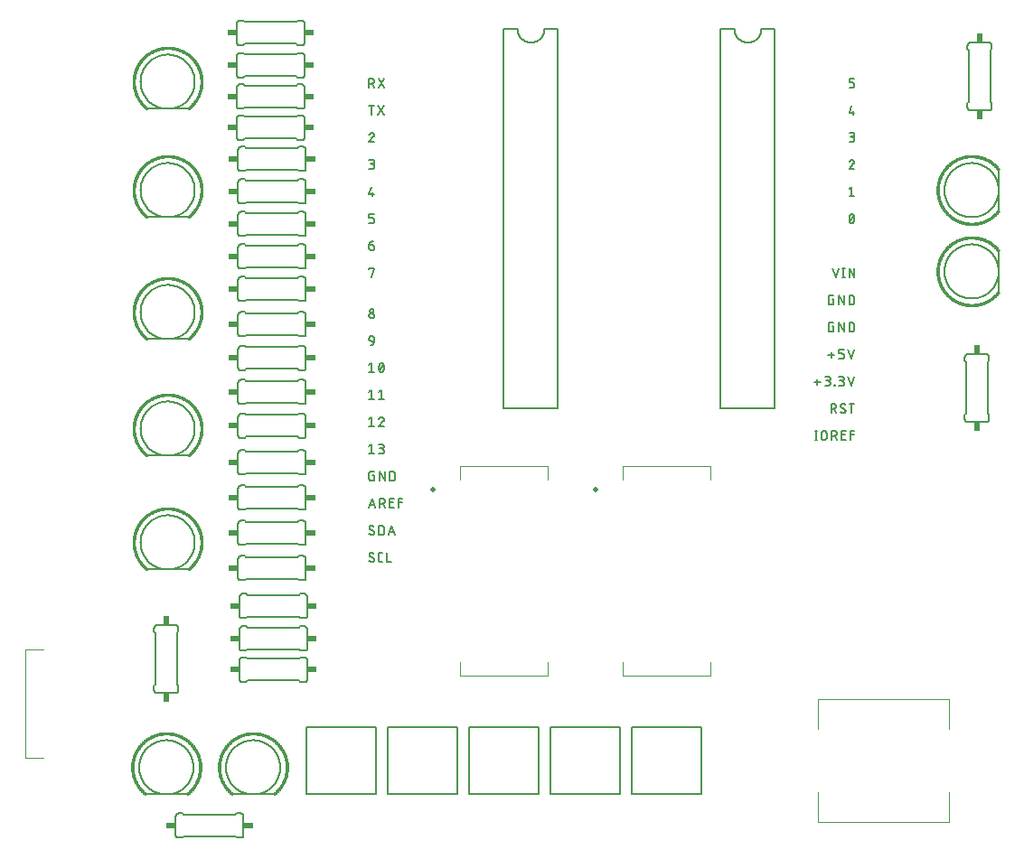
<source format=gto>
G75*
%MOIN*%
%OFA0B0*%
%FSLAX25Y25*%
%IPPOS*%
%LPD*%
%AMOC8*
5,1,8,0,0,1.08239X$1,22.5*
%
%ADD10C,0.00600*%
%ADD11C,0.00800*%
%ADD12C,0.00100*%
%ADD13R,0.02400X0.03400*%
%ADD14R,0.03400X0.02400*%
%ADD15C,0.01969*%
%ADD16C,0.00472*%
%ADD17C,0.00394*%
%ADD18C,0.00787*%
D10*
X0081000Y0066000D02*
X0081000Y0067500D01*
X0081500Y0068000D01*
X0081500Y0087000D01*
X0081000Y0087500D01*
X0081000Y0089000D01*
X0081002Y0089060D01*
X0081007Y0089121D01*
X0081016Y0089180D01*
X0081029Y0089239D01*
X0081045Y0089298D01*
X0081065Y0089355D01*
X0081088Y0089410D01*
X0081115Y0089465D01*
X0081144Y0089517D01*
X0081177Y0089568D01*
X0081213Y0089617D01*
X0081251Y0089663D01*
X0081293Y0089707D01*
X0081337Y0089749D01*
X0081383Y0089787D01*
X0081432Y0089823D01*
X0081483Y0089856D01*
X0081535Y0089885D01*
X0081590Y0089912D01*
X0081645Y0089935D01*
X0081702Y0089955D01*
X0081761Y0089971D01*
X0081820Y0089984D01*
X0081879Y0089993D01*
X0081940Y0089998D01*
X0082000Y0090000D01*
X0089000Y0090000D01*
X0089060Y0089998D01*
X0089121Y0089993D01*
X0089180Y0089984D01*
X0089239Y0089971D01*
X0089298Y0089955D01*
X0089355Y0089935D01*
X0089410Y0089912D01*
X0089465Y0089885D01*
X0089517Y0089856D01*
X0089568Y0089823D01*
X0089617Y0089787D01*
X0089663Y0089749D01*
X0089707Y0089707D01*
X0089749Y0089663D01*
X0089787Y0089617D01*
X0089823Y0089568D01*
X0089856Y0089517D01*
X0089885Y0089465D01*
X0089912Y0089410D01*
X0089935Y0089355D01*
X0089955Y0089298D01*
X0089971Y0089239D01*
X0089984Y0089180D01*
X0089993Y0089121D01*
X0089998Y0089060D01*
X0090000Y0089000D01*
X0090000Y0087500D01*
X0089500Y0087000D01*
X0089500Y0068000D01*
X0090000Y0067500D01*
X0090000Y0066000D01*
X0089998Y0065940D01*
X0089993Y0065879D01*
X0089984Y0065820D01*
X0089971Y0065761D01*
X0089955Y0065702D01*
X0089935Y0065645D01*
X0089912Y0065590D01*
X0089885Y0065535D01*
X0089856Y0065483D01*
X0089823Y0065432D01*
X0089787Y0065383D01*
X0089749Y0065337D01*
X0089707Y0065293D01*
X0089663Y0065251D01*
X0089617Y0065213D01*
X0089568Y0065177D01*
X0089517Y0065144D01*
X0089465Y0065115D01*
X0089410Y0065088D01*
X0089355Y0065065D01*
X0089298Y0065045D01*
X0089239Y0065029D01*
X0089180Y0065016D01*
X0089121Y0065007D01*
X0089060Y0065002D01*
X0089000Y0065000D01*
X0082000Y0065000D01*
X0081940Y0065002D01*
X0081879Y0065007D01*
X0081820Y0065016D01*
X0081761Y0065029D01*
X0081702Y0065045D01*
X0081645Y0065065D01*
X0081590Y0065088D01*
X0081535Y0065115D01*
X0081483Y0065144D01*
X0081432Y0065177D01*
X0081383Y0065213D01*
X0081337Y0065251D01*
X0081293Y0065293D01*
X0081251Y0065337D01*
X0081213Y0065383D01*
X0081177Y0065432D01*
X0081144Y0065483D01*
X0081115Y0065535D01*
X0081088Y0065590D01*
X0081065Y0065645D01*
X0081045Y0065702D01*
X0081029Y0065761D01*
X0081016Y0065820D01*
X0081007Y0065879D01*
X0081002Y0065940D01*
X0081000Y0066000D01*
X0112500Y0070000D02*
X0112500Y0077000D01*
X0112502Y0077060D01*
X0112507Y0077121D01*
X0112516Y0077180D01*
X0112529Y0077239D01*
X0112545Y0077298D01*
X0112565Y0077355D01*
X0112588Y0077410D01*
X0112615Y0077465D01*
X0112644Y0077517D01*
X0112677Y0077568D01*
X0112713Y0077617D01*
X0112751Y0077663D01*
X0112793Y0077707D01*
X0112837Y0077749D01*
X0112883Y0077787D01*
X0112932Y0077823D01*
X0112983Y0077856D01*
X0113035Y0077885D01*
X0113090Y0077912D01*
X0113145Y0077935D01*
X0113202Y0077955D01*
X0113261Y0077971D01*
X0113320Y0077984D01*
X0113379Y0077993D01*
X0113440Y0077998D01*
X0113500Y0078000D01*
X0115000Y0078000D01*
X0115500Y0077500D01*
X0134500Y0077500D01*
X0135000Y0078000D01*
X0136500Y0078000D01*
X0136560Y0077998D01*
X0136621Y0077993D01*
X0136680Y0077984D01*
X0136739Y0077971D01*
X0136798Y0077955D01*
X0136855Y0077935D01*
X0136910Y0077912D01*
X0136965Y0077885D01*
X0137017Y0077856D01*
X0137068Y0077823D01*
X0137117Y0077787D01*
X0137163Y0077749D01*
X0137207Y0077707D01*
X0137249Y0077663D01*
X0137287Y0077617D01*
X0137323Y0077568D01*
X0137356Y0077517D01*
X0137385Y0077465D01*
X0137412Y0077410D01*
X0137435Y0077355D01*
X0137455Y0077298D01*
X0137471Y0077239D01*
X0137484Y0077180D01*
X0137493Y0077121D01*
X0137498Y0077060D01*
X0137500Y0077000D01*
X0137500Y0070000D01*
X0137498Y0069940D01*
X0137493Y0069879D01*
X0137484Y0069820D01*
X0137471Y0069761D01*
X0137455Y0069702D01*
X0137435Y0069645D01*
X0137412Y0069590D01*
X0137385Y0069535D01*
X0137356Y0069483D01*
X0137323Y0069432D01*
X0137287Y0069383D01*
X0137249Y0069337D01*
X0137207Y0069293D01*
X0137163Y0069251D01*
X0137117Y0069213D01*
X0137068Y0069177D01*
X0137017Y0069144D01*
X0136965Y0069115D01*
X0136910Y0069088D01*
X0136855Y0069065D01*
X0136798Y0069045D01*
X0136739Y0069029D01*
X0136680Y0069016D01*
X0136621Y0069007D01*
X0136560Y0069002D01*
X0136500Y0069000D01*
X0135000Y0069000D01*
X0134500Y0069500D01*
X0115500Y0069500D01*
X0115000Y0069000D01*
X0113500Y0069000D01*
X0113440Y0069002D01*
X0113379Y0069007D01*
X0113320Y0069016D01*
X0113261Y0069029D01*
X0113202Y0069045D01*
X0113145Y0069065D01*
X0113090Y0069088D01*
X0113035Y0069115D01*
X0112983Y0069144D01*
X0112932Y0069177D01*
X0112883Y0069213D01*
X0112837Y0069251D01*
X0112793Y0069293D01*
X0112751Y0069337D01*
X0112713Y0069383D01*
X0112677Y0069432D01*
X0112644Y0069483D01*
X0112615Y0069535D01*
X0112588Y0069590D01*
X0112565Y0069645D01*
X0112545Y0069702D01*
X0112529Y0069761D01*
X0112516Y0069820D01*
X0112507Y0069879D01*
X0112502Y0069940D01*
X0112500Y0070000D01*
X0113500Y0080500D02*
X0115000Y0080500D01*
X0115500Y0081000D01*
X0134500Y0081000D01*
X0135000Y0080500D01*
X0136500Y0080500D01*
X0136560Y0080502D01*
X0136621Y0080507D01*
X0136680Y0080516D01*
X0136739Y0080529D01*
X0136798Y0080545D01*
X0136855Y0080565D01*
X0136910Y0080588D01*
X0136965Y0080615D01*
X0137017Y0080644D01*
X0137068Y0080677D01*
X0137117Y0080713D01*
X0137163Y0080751D01*
X0137207Y0080793D01*
X0137249Y0080837D01*
X0137287Y0080883D01*
X0137323Y0080932D01*
X0137356Y0080983D01*
X0137385Y0081035D01*
X0137412Y0081090D01*
X0137435Y0081145D01*
X0137455Y0081202D01*
X0137471Y0081261D01*
X0137484Y0081320D01*
X0137493Y0081379D01*
X0137498Y0081440D01*
X0137500Y0081500D01*
X0137500Y0088500D01*
X0137498Y0088560D01*
X0137493Y0088621D01*
X0137484Y0088680D01*
X0137471Y0088739D01*
X0137455Y0088798D01*
X0137435Y0088855D01*
X0137412Y0088910D01*
X0137385Y0088965D01*
X0137356Y0089017D01*
X0137323Y0089068D01*
X0137287Y0089117D01*
X0137249Y0089163D01*
X0137207Y0089207D01*
X0137163Y0089249D01*
X0137117Y0089287D01*
X0137068Y0089323D01*
X0137017Y0089356D01*
X0136965Y0089385D01*
X0136910Y0089412D01*
X0136855Y0089435D01*
X0136798Y0089455D01*
X0136739Y0089471D01*
X0136680Y0089484D01*
X0136621Y0089493D01*
X0136560Y0089498D01*
X0136500Y0089500D01*
X0135000Y0089500D01*
X0134500Y0089000D01*
X0115500Y0089000D01*
X0115000Y0089500D01*
X0113500Y0089500D01*
X0113440Y0089498D01*
X0113379Y0089493D01*
X0113320Y0089484D01*
X0113261Y0089471D01*
X0113202Y0089455D01*
X0113145Y0089435D01*
X0113090Y0089412D01*
X0113035Y0089385D01*
X0112983Y0089356D01*
X0112932Y0089323D01*
X0112883Y0089287D01*
X0112837Y0089249D01*
X0112793Y0089207D01*
X0112751Y0089163D01*
X0112713Y0089117D01*
X0112677Y0089068D01*
X0112644Y0089017D01*
X0112615Y0088965D01*
X0112588Y0088910D01*
X0112565Y0088855D01*
X0112545Y0088798D01*
X0112529Y0088739D01*
X0112516Y0088680D01*
X0112507Y0088621D01*
X0112502Y0088560D01*
X0112500Y0088500D01*
X0112500Y0081500D01*
X0112502Y0081440D01*
X0112507Y0081379D01*
X0112516Y0081320D01*
X0112529Y0081261D01*
X0112545Y0081202D01*
X0112565Y0081145D01*
X0112588Y0081090D01*
X0112615Y0081035D01*
X0112644Y0080983D01*
X0112677Y0080932D01*
X0112713Y0080883D01*
X0112751Y0080837D01*
X0112793Y0080793D01*
X0112837Y0080751D01*
X0112883Y0080713D01*
X0112932Y0080677D01*
X0112983Y0080644D01*
X0113035Y0080615D01*
X0113090Y0080588D01*
X0113145Y0080565D01*
X0113202Y0080545D01*
X0113261Y0080529D01*
X0113320Y0080516D01*
X0113379Y0080507D01*
X0113440Y0080502D01*
X0113500Y0080500D01*
X0113500Y0092500D02*
X0115000Y0092500D01*
X0115500Y0093000D01*
X0134500Y0093000D01*
X0135000Y0092500D01*
X0136500Y0092500D01*
X0136560Y0092502D01*
X0136621Y0092507D01*
X0136680Y0092516D01*
X0136739Y0092529D01*
X0136798Y0092545D01*
X0136855Y0092565D01*
X0136910Y0092588D01*
X0136965Y0092615D01*
X0137017Y0092644D01*
X0137068Y0092677D01*
X0137117Y0092713D01*
X0137163Y0092751D01*
X0137207Y0092793D01*
X0137249Y0092837D01*
X0137287Y0092883D01*
X0137323Y0092932D01*
X0137356Y0092983D01*
X0137385Y0093035D01*
X0137412Y0093090D01*
X0137435Y0093145D01*
X0137455Y0093202D01*
X0137471Y0093261D01*
X0137484Y0093320D01*
X0137493Y0093379D01*
X0137498Y0093440D01*
X0137500Y0093500D01*
X0137500Y0100500D01*
X0137498Y0100560D01*
X0137493Y0100621D01*
X0137484Y0100680D01*
X0137471Y0100739D01*
X0137455Y0100798D01*
X0137435Y0100855D01*
X0137412Y0100910D01*
X0137385Y0100965D01*
X0137356Y0101017D01*
X0137323Y0101068D01*
X0137287Y0101117D01*
X0137249Y0101163D01*
X0137207Y0101207D01*
X0137163Y0101249D01*
X0137117Y0101287D01*
X0137068Y0101323D01*
X0137017Y0101356D01*
X0136965Y0101385D01*
X0136910Y0101412D01*
X0136855Y0101435D01*
X0136798Y0101455D01*
X0136739Y0101471D01*
X0136680Y0101484D01*
X0136621Y0101493D01*
X0136560Y0101498D01*
X0136500Y0101500D01*
X0135000Y0101500D01*
X0134500Y0101000D01*
X0115500Y0101000D01*
X0115000Y0101500D01*
X0113500Y0101500D01*
X0113440Y0101498D01*
X0113379Y0101493D01*
X0113320Y0101484D01*
X0113261Y0101471D01*
X0113202Y0101455D01*
X0113145Y0101435D01*
X0113090Y0101412D01*
X0113035Y0101385D01*
X0112983Y0101356D01*
X0112932Y0101323D01*
X0112883Y0101287D01*
X0112837Y0101249D01*
X0112793Y0101207D01*
X0112751Y0101163D01*
X0112713Y0101117D01*
X0112677Y0101068D01*
X0112644Y0101017D01*
X0112615Y0100965D01*
X0112588Y0100910D01*
X0112565Y0100855D01*
X0112545Y0100798D01*
X0112529Y0100739D01*
X0112516Y0100680D01*
X0112507Y0100621D01*
X0112502Y0100560D01*
X0112500Y0100500D01*
X0112500Y0093500D01*
X0112502Y0093440D01*
X0112507Y0093379D01*
X0112516Y0093320D01*
X0112529Y0093261D01*
X0112545Y0093202D01*
X0112565Y0093145D01*
X0112588Y0093090D01*
X0112615Y0093035D01*
X0112644Y0092983D01*
X0112677Y0092932D01*
X0112713Y0092883D01*
X0112751Y0092837D01*
X0112793Y0092793D01*
X0112837Y0092751D01*
X0112883Y0092713D01*
X0112932Y0092677D01*
X0112983Y0092644D01*
X0113035Y0092615D01*
X0113090Y0092588D01*
X0113145Y0092565D01*
X0113202Y0092545D01*
X0113261Y0092529D01*
X0113320Y0092516D01*
X0113379Y0092507D01*
X0113440Y0092502D01*
X0113500Y0092500D01*
X0113000Y0106500D02*
X0114500Y0106500D01*
X0115000Y0107000D01*
X0134000Y0107000D01*
X0134500Y0106500D01*
X0136000Y0106500D01*
X0136060Y0106502D01*
X0136121Y0106507D01*
X0136180Y0106516D01*
X0136239Y0106529D01*
X0136298Y0106545D01*
X0136355Y0106565D01*
X0136410Y0106588D01*
X0136465Y0106615D01*
X0136517Y0106644D01*
X0136568Y0106677D01*
X0136617Y0106713D01*
X0136663Y0106751D01*
X0136707Y0106793D01*
X0136749Y0106837D01*
X0136787Y0106883D01*
X0136823Y0106932D01*
X0136856Y0106983D01*
X0136885Y0107035D01*
X0136912Y0107090D01*
X0136935Y0107145D01*
X0136955Y0107202D01*
X0136971Y0107261D01*
X0136984Y0107320D01*
X0136993Y0107379D01*
X0136998Y0107440D01*
X0137000Y0107500D01*
X0137000Y0114500D01*
X0136998Y0114560D01*
X0136993Y0114621D01*
X0136984Y0114680D01*
X0136971Y0114739D01*
X0136955Y0114798D01*
X0136935Y0114855D01*
X0136912Y0114910D01*
X0136885Y0114965D01*
X0136856Y0115017D01*
X0136823Y0115068D01*
X0136787Y0115117D01*
X0136749Y0115163D01*
X0136707Y0115207D01*
X0136663Y0115249D01*
X0136617Y0115287D01*
X0136568Y0115323D01*
X0136517Y0115356D01*
X0136465Y0115385D01*
X0136410Y0115412D01*
X0136355Y0115435D01*
X0136298Y0115455D01*
X0136239Y0115471D01*
X0136180Y0115484D01*
X0136121Y0115493D01*
X0136060Y0115498D01*
X0136000Y0115500D01*
X0134500Y0115500D01*
X0134000Y0115000D01*
X0115000Y0115000D01*
X0114500Y0115500D01*
X0113000Y0115500D01*
X0112940Y0115498D01*
X0112879Y0115493D01*
X0112820Y0115484D01*
X0112761Y0115471D01*
X0112702Y0115455D01*
X0112645Y0115435D01*
X0112590Y0115412D01*
X0112535Y0115385D01*
X0112483Y0115356D01*
X0112432Y0115323D01*
X0112383Y0115287D01*
X0112337Y0115249D01*
X0112293Y0115207D01*
X0112251Y0115163D01*
X0112213Y0115117D01*
X0112177Y0115068D01*
X0112144Y0115017D01*
X0112115Y0114965D01*
X0112088Y0114910D01*
X0112065Y0114855D01*
X0112045Y0114798D01*
X0112029Y0114739D01*
X0112016Y0114680D01*
X0112007Y0114621D01*
X0112002Y0114560D01*
X0112000Y0114500D01*
X0112000Y0107500D01*
X0112002Y0107440D01*
X0112007Y0107379D01*
X0112016Y0107320D01*
X0112029Y0107261D01*
X0112045Y0107202D01*
X0112065Y0107145D01*
X0112088Y0107090D01*
X0112115Y0107035D01*
X0112144Y0106983D01*
X0112177Y0106932D01*
X0112213Y0106883D01*
X0112251Y0106837D01*
X0112293Y0106793D01*
X0112337Y0106751D01*
X0112383Y0106713D01*
X0112432Y0106677D01*
X0112483Y0106644D01*
X0112535Y0106615D01*
X0112590Y0106588D01*
X0112645Y0106565D01*
X0112702Y0106545D01*
X0112761Y0106529D01*
X0112820Y0106516D01*
X0112879Y0106507D01*
X0112940Y0106502D01*
X0113000Y0106500D01*
X0113000Y0119500D02*
X0114500Y0119500D01*
X0115000Y0120000D01*
X0134000Y0120000D01*
X0134500Y0119500D01*
X0136000Y0119500D01*
X0136060Y0119502D01*
X0136121Y0119507D01*
X0136180Y0119516D01*
X0136239Y0119529D01*
X0136298Y0119545D01*
X0136355Y0119565D01*
X0136410Y0119588D01*
X0136465Y0119615D01*
X0136517Y0119644D01*
X0136568Y0119677D01*
X0136617Y0119713D01*
X0136663Y0119751D01*
X0136707Y0119793D01*
X0136749Y0119837D01*
X0136787Y0119883D01*
X0136823Y0119932D01*
X0136856Y0119983D01*
X0136885Y0120035D01*
X0136912Y0120090D01*
X0136935Y0120145D01*
X0136955Y0120202D01*
X0136971Y0120261D01*
X0136984Y0120320D01*
X0136993Y0120379D01*
X0136998Y0120440D01*
X0137000Y0120500D01*
X0137000Y0127500D01*
X0136998Y0127560D01*
X0136993Y0127621D01*
X0136984Y0127680D01*
X0136971Y0127739D01*
X0136955Y0127798D01*
X0136935Y0127855D01*
X0136912Y0127910D01*
X0136885Y0127965D01*
X0136856Y0128017D01*
X0136823Y0128068D01*
X0136787Y0128117D01*
X0136749Y0128163D01*
X0136707Y0128207D01*
X0136663Y0128249D01*
X0136617Y0128287D01*
X0136568Y0128323D01*
X0136517Y0128356D01*
X0136465Y0128385D01*
X0136410Y0128412D01*
X0136355Y0128435D01*
X0136298Y0128455D01*
X0136239Y0128471D01*
X0136180Y0128484D01*
X0136121Y0128493D01*
X0136060Y0128498D01*
X0136000Y0128500D01*
X0134500Y0128500D01*
X0134000Y0128000D01*
X0115000Y0128000D01*
X0114500Y0128500D01*
X0113000Y0128500D01*
X0112940Y0128498D01*
X0112879Y0128493D01*
X0112820Y0128484D01*
X0112761Y0128471D01*
X0112702Y0128455D01*
X0112645Y0128435D01*
X0112590Y0128412D01*
X0112535Y0128385D01*
X0112483Y0128356D01*
X0112432Y0128323D01*
X0112383Y0128287D01*
X0112337Y0128249D01*
X0112293Y0128207D01*
X0112251Y0128163D01*
X0112213Y0128117D01*
X0112177Y0128068D01*
X0112144Y0128017D01*
X0112115Y0127965D01*
X0112088Y0127910D01*
X0112065Y0127855D01*
X0112045Y0127798D01*
X0112029Y0127739D01*
X0112016Y0127680D01*
X0112007Y0127621D01*
X0112002Y0127560D01*
X0112000Y0127500D01*
X0112000Y0120500D01*
X0112002Y0120440D01*
X0112007Y0120379D01*
X0112016Y0120320D01*
X0112029Y0120261D01*
X0112045Y0120202D01*
X0112065Y0120145D01*
X0112088Y0120090D01*
X0112115Y0120035D01*
X0112144Y0119983D01*
X0112177Y0119932D01*
X0112213Y0119883D01*
X0112251Y0119837D01*
X0112293Y0119793D01*
X0112337Y0119751D01*
X0112383Y0119713D01*
X0112432Y0119677D01*
X0112483Y0119644D01*
X0112535Y0119615D01*
X0112590Y0119588D01*
X0112645Y0119565D01*
X0112702Y0119545D01*
X0112761Y0119529D01*
X0112820Y0119516D01*
X0112879Y0119507D01*
X0112940Y0119502D01*
X0113000Y0119500D01*
X0113000Y0132500D02*
X0114500Y0132500D01*
X0115000Y0133000D01*
X0134000Y0133000D01*
X0134500Y0132500D01*
X0136000Y0132500D01*
X0136060Y0132502D01*
X0136121Y0132507D01*
X0136180Y0132516D01*
X0136239Y0132529D01*
X0136298Y0132545D01*
X0136355Y0132565D01*
X0136410Y0132588D01*
X0136465Y0132615D01*
X0136517Y0132644D01*
X0136568Y0132677D01*
X0136617Y0132713D01*
X0136663Y0132751D01*
X0136707Y0132793D01*
X0136749Y0132837D01*
X0136787Y0132883D01*
X0136823Y0132932D01*
X0136856Y0132983D01*
X0136885Y0133035D01*
X0136912Y0133090D01*
X0136935Y0133145D01*
X0136955Y0133202D01*
X0136971Y0133261D01*
X0136984Y0133320D01*
X0136993Y0133379D01*
X0136998Y0133440D01*
X0137000Y0133500D01*
X0137000Y0140500D01*
X0136998Y0140560D01*
X0136993Y0140621D01*
X0136984Y0140680D01*
X0136971Y0140739D01*
X0136955Y0140798D01*
X0136935Y0140855D01*
X0136912Y0140910D01*
X0136885Y0140965D01*
X0136856Y0141017D01*
X0136823Y0141068D01*
X0136787Y0141117D01*
X0136749Y0141163D01*
X0136707Y0141207D01*
X0136663Y0141249D01*
X0136617Y0141287D01*
X0136568Y0141323D01*
X0136517Y0141356D01*
X0136465Y0141385D01*
X0136410Y0141412D01*
X0136355Y0141435D01*
X0136298Y0141455D01*
X0136239Y0141471D01*
X0136180Y0141484D01*
X0136121Y0141493D01*
X0136060Y0141498D01*
X0136000Y0141500D01*
X0134500Y0141500D01*
X0134000Y0141000D01*
X0115000Y0141000D01*
X0114500Y0141500D01*
X0113000Y0141500D01*
X0112940Y0141498D01*
X0112879Y0141493D01*
X0112820Y0141484D01*
X0112761Y0141471D01*
X0112702Y0141455D01*
X0112645Y0141435D01*
X0112590Y0141412D01*
X0112535Y0141385D01*
X0112483Y0141356D01*
X0112432Y0141323D01*
X0112383Y0141287D01*
X0112337Y0141249D01*
X0112293Y0141207D01*
X0112251Y0141163D01*
X0112213Y0141117D01*
X0112177Y0141068D01*
X0112144Y0141017D01*
X0112115Y0140965D01*
X0112088Y0140910D01*
X0112065Y0140855D01*
X0112045Y0140798D01*
X0112029Y0140739D01*
X0112016Y0140680D01*
X0112007Y0140621D01*
X0112002Y0140560D01*
X0112000Y0140500D01*
X0112000Y0133500D01*
X0112002Y0133440D01*
X0112007Y0133379D01*
X0112016Y0133320D01*
X0112029Y0133261D01*
X0112045Y0133202D01*
X0112065Y0133145D01*
X0112088Y0133090D01*
X0112115Y0133035D01*
X0112144Y0132983D01*
X0112177Y0132932D01*
X0112213Y0132883D01*
X0112251Y0132837D01*
X0112293Y0132793D01*
X0112337Y0132751D01*
X0112383Y0132713D01*
X0112432Y0132677D01*
X0112483Y0132644D01*
X0112535Y0132615D01*
X0112590Y0132588D01*
X0112645Y0132565D01*
X0112702Y0132545D01*
X0112761Y0132529D01*
X0112820Y0132516D01*
X0112879Y0132507D01*
X0112940Y0132502D01*
X0113000Y0132500D01*
X0113000Y0145500D02*
X0114500Y0145500D01*
X0115000Y0146000D01*
X0134000Y0146000D01*
X0134500Y0145500D01*
X0136000Y0145500D01*
X0136060Y0145502D01*
X0136121Y0145507D01*
X0136180Y0145516D01*
X0136239Y0145529D01*
X0136298Y0145545D01*
X0136355Y0145565D01*
X0136410Y0145588D01*
X0136465Y0145615D01*
X0136517Y0145644D01*
X0136568Y0145677D01*
X0136617Y0145713D01*
X0136663Y0145751D01*
X0136707Y0145793D01*
X0136749Y0145837D01*
X0136787Y0145883D01*
X0136823Y0145932D01*
X0136856Y0145983D01*
X0136885Y0146035D01*
X0136912Y0146090D01*
X0136935Y0146145D01*
X0136955Y0146202D01*
X0136971Y0146261D01*
X0136984Y0146320D01*
X0136993Y0146379D01*
X0136998Y0146440D01*
X0137000Y0146500D01*
X0137000Y0153500D01*
X0136998Y0153560D01*
X0136993Y0153621D01*
X0136984Y0153680D01*
X0136971Y0153739D01*
X0136955Y0153798D01*
X0136935Y0153855D01*
X0136912Y0153910D01*
X0136885Y0153965D01*
X0136856Y0154017D01*
X0136823Y0154068D01*
X0136787Y0154117D01*
X0136749Y0154163D01*
X0136707Y0154207D01*
X0136663Y0154249D01*
X0136617Y0154287D01*
X0136568Y0154323D01*
X0136517Y0154356D01*
X0136465Y0154385D01*
X0136410Y0154412D01*
X0136355Y0154435D01*
X0136298Y0154455D01*
X0136239Y0154471D01*
X0136180Y0154484D01*
X0136121Y0154493D01*
X0136060Y0154498D01*
X0136000Y0154500D01*
X0134500Y0154500D01*
X0134000Y0154000D01*
X0115000Y0154000D01*
X0114500Y0154500D01*
X0113000Y0154500D01*
X0112940Y0154498D01*
X0112879Y0154493D01*
X0112820Y0154484D01*
X0112761Y0154471D01*
X0112702Y0154455D01*
X0112645Y0154435D01*
X0112590Y0154412D01*
X0112535Y0154385D01*
X0112483Y0154356D01*
X0112432Y0154323D01*
X0112383Y0154287D01*
X0112337Y0154249D01*
X0112293Y0154207D01*
X0112251Y0154163D01*
X0112213Y0154117D01*
X0112177Y0154068D01*
X0112144Y0154017D01*
X0112115Y0153965D01*
X0112088Y0153910D01*
X0112065Y0153855D01*
X0112045Y0153798D01*
X0112029Y0153739D01*
X0112016Y0153680D01*
X0112007Y0153621D01*
X0112002Y0153560D01*
X0112000Y0153500D01*
X0112000Y0146500D01*
X0112002Y0146440D01*
X0112007Y0146379D01*
X0112016Y0146320D01*
X0112029Y0146261D01*
X0112045Y0146202D01*
X0112065Y0146145D01*
X0112088Y0146090D01*
X0112115Y0146035D01*
X0112144Y0145983D01*
X0112177Y0145932D01*
X0112213Y0145883D01*
X0112251Y0145837D01*
X0112293Y0145793D01*
X0112337Y0145751D01*
X0112383Y0145713D01*
X0112432Y0145677D01*
X0112483Y0145644D01*
X0112535Y0145615D01*
X0112590Y0145588D01*
X0112645Y0145565D01*
X0112702Y0145545D01*
X0112761Y0145529D01*
X0112820Y0145516D01*
X0112879Y0145507D01*
X0112940Y0145502D01*
X0113000Y0145500D01*
X0113000Y0159000D02*
X0114500Y0159000D01*
X0115000Y0159500D01*
X0134000Y0159500D01*
X0134500Y0159000D01*
X0136000Y0159000D01*
X0136060Y0159002D01*
X0136121Y0159007D01*
X0136180Y0159016D01*
X0136239Y0159029D01*
X0136298Y0159045D01*
X0136355Y0159065D01*
X0136410Y0159088D01*
X0136465Y0159115D01*
X0136517Y0159144D01*
X0136568Y0159177D01*
X0136617Y0159213D01*
X0136663Y0159251D01*
X0136707Y0159293D01*
X0136749Y0159337D01*
X0136787Y0159383D01*
X0136823Y0159432D01*
X0136856Y0159483D01*
X0136885Y0159535D01*
X0136912Y0159590D01*
X0136935Y0159645D01*
X0136955Y0159702D01*
X0136971Y0159761D01*
X0136984Y0159820D01*
X0136993Y0159879D01*
X0136998Y0159940D01*
X0137000Y0160000D01*
X0137000Y0167000D01*
X0136998Y0167060D01*
X0136993Y0167121D01*
X0136984Y0167180D01*
X0136971Y0167239D01*
X0136955Y0167298D01*
X0136935Y0167355D01*
X0136912Y0167410D01*
X0136885Y0167465D01*
X0136856Y0167517D01*
X0136823Y0167568D01*
X0136787Y0167617D01*
X0136749Y0167663D01*
X0136707Y0167707D01*
X0136663Y0167749D01*
X0136617Y0167787D01*
X0136568Y0167823D01*
X0136517Y0167856D01*
X0136465Y0167885D01*
X0136410Y0167912D01*
X0136355Y0167935D01*
X0136298Y0167955D01*
X0136239Y0167971D01*
X0136180Y0167984D01*
X0136121Y0167993D01*
X0136060Y0167998D01*
X0136000Y0168000D01*
X0134500Y0168000D01*
X0134000Y0167500D01*
X0115000Y0167500D01*
X0114500Y0168000D01*
X0113000Y0168000D01*
X0112940Y0167998D01*
X0112879Y0167993D01*
X0112820Y0167984D01*
X0112761Y0167971D01*
X0112702Y0167955D01*
X0112645Y0167935D01*
X0112590Y0167912D01*
X0112535Y0167885D01*
X0112483Y0167856D01*
X0112432Y0167823D01*
X0112383Y0167787D01*
X0112337Y0167749D01*
X0112293Y0167707D01*
X0112251Y0167663D01*
X0112213Y0167617D01*
X0112177Y0167568D01*
X0112144Y0167517D01*
X0112115Y0167465D01*
X0112088Y0167410D01*
X0112065Y0167355D01*
X0112045Y0167298D01*
X0112029Y0167239D01*
X0112016Y0167180D01*
X0112007Y0167121D01*
X0112002Y0167060D01*
X0112000Y0167000D01*
X0112000Y0160000D01*
X0112002Y0159940D01*
X0112007Y0159879D01*
X0112016Y0159820D01*
X0112029Y0159761D01*
X0112045Y0159702D01*
X0112065Y0159645D01*
X0112088Y0159590D01*
X0112115Y0159535D01*
X0112144Y0159483D01*
X0112177Y0159432D01*
X0112213Y0159383D01*
X0112251Y0159337D01*
X0112293Y0159293D01*
X0112337Y0159251D01*
X0112383Y0159213D01*
X0112432Y0159177D01*
X0112483Y0159144D01*
X0112535Y0159115D01*
X0112590Y0159088D01*
X0112645Y0159065D01*
X0112702Y0159045D01*
X0112761Y0159029D01*
X0112820Y0159016D01*
X0112879Y0159007D01*
X0112940Y0159002D01*
X0113000Y0159000D01*
X0113000Y0171500D02*
X0114500Y0171500D01*
X0115000Y0172000D01*
X0134000Y0172000D01*
X0134500Y0171500D01*
X0136000Y0171500D01*
X0136060Y0171502D01*
X0136121Y0171507D01*
X0136180Y0171516D01*
X0136239Y0171529D01*
X0136298Y0171545D01*
X0136355Y0171565D01*
X0136410Y0171588D01*
X0136465Y0171615D01*
X0136517Y0171644D01*
X0136568Y0171677D01*
X0136617Y0171713D01*
X0136663Y0171751D01*
X0136707Y0171793D01*
X0136749Y0171837D01*
X0136787Y0171883D01*
X0136823Y0171932D01*
X0136856Y0171983D01*
X0136885Y0172035D01*
X0136912Y0172090D01*
X0136935Y0172145D01*
X0136955Y0172202D01*
X0136971Y0172261D01*
X0136984Y0172320D01*
X0136993Y0172379D01*
X0136998Y0172440D01*
X0137000Y0172500D01*
X0137000Y0179500D01*
X0136998Y0179560D01*
X0136993Y0179621D01*
X0136984Y0179680D01*
X0136971Y0179739D01*
X0136955Y0179798D01*
X0136935Y0179855D01*
X0136912Y0179910D01*
X0136885Y0179965D01*
X0136856Y0180017D01*
X0136823Y0180068D01*
X0136787Y0180117D01*
X0136749Y0180163D01*
X0136707Y0180207D01*
X0136663Y0180249D01*
X0136617Y0180287D01*
X0136568Y0180323D01*
X0136517Y0180356D01*
X0136465Y0180385D01*
X0136410Y0180412D01*
X0136355Y0180435D01*
X0136298Y0180455D01*
X0136239Y0180471D01*
X0136180Y0180484D01*
X0136121Y0180493D01*
X0136060Y0180498D01*
X0136000Y0180500D01*
X0134500Y0180500D01*
X0134000Y0180000D01*
X0115000Y0180000D01*
X0114500Y0180500D01*
X0113000Y0180500D01*
X0112940Y0180498D01*
X0112879Y0180493D01*
X0112820Y0180484D01*
X0112761Y0180471D01*
X0112702Y0180455D01*
X0112645Y0180435D01*
X0112590Y0180412D01*
X0112535Y0180385D01*
X0112483Y0180356D01*
X0112432Y0180323D01*
X0112383Y0180287D01*
X0112337Y0180249D01*
X0112293Y0180207D01*
X0112251Y0180163D01*
X0112213Y0180117D01*
X0112177Y0180068D01*
X0112144Y0180017D01*
X0112115Y0179965D01*
X0112088Y0179910D01*
X0112065Y0179855D01*
X0112045Y0179798D01*
X0112029Y0179739D01*
X0112016Y0179680D01*
X0112007Y0179621D01*
X0112002Y0179560D01*
X0112000Y0179500D01*
X0112000Y0172500D01*
X0112002Y0172440D01*
X0112007Y0172379D01*
X0112016Y0172320D01*
X0112029Y0172261D01*
X0112045Y0172202D01*
X0112065Y0172145D01*
X0112088Y0172090D01*
X0112115Y0172035D01*
X0112144Y0171983D01*
X0112177Y0171932D01*
X0112213Y0171883D01*
X0112251Y0171837D01*
X0112293Y0171793D01*
X0112337Y0171751D01*
X0112383Y0171713D01*
X0112432Y0171677D01*
X0112483Y0171644D01*
X0112535Y0171615D01*
X0112590Y0171588D01*
X0112645Y0171565D01*
X0112702Y0171545D01*
X0112761Y0171529D01*
X0112820Y0171516D01*
X0112879Y0171507D01*
X0112940Y0171502D01*
X0113000Y0171500D01*
X0113000Y0184000D02*
X0114500Y0184000D01*
X0115000Y0184500D01*
X0134000Y0184500D01*
X0134500Y0184000D01*
X0136000Y0184000D01*
X0136060Y0184002D01*
X0136121Y0184007D01*
X0136180Y0184016D01*
X0136239Y0184029D01*
X0136298Y0184045D01*
X0136355Y0184065D01*
X0136410Y0184088D01*
X0136465Y0184115D01*
X0136517Y0184144D01*
X0136568Y0184177D01*
X0136617Y0184213D01*
X0136663Y0184251D01*
X0136707Y0184293D01*
X0136749Y0184337D01*
X0136787Y0184383D01*
X0136823Y0184432D01*
X0136856Y0184483D01*
X0136885Y0184535D01*
X0136912Y0184590D01*
X0136935Y0184645D01*
X0136955Y0184702D01*
X0136971Y0184761D01*
X0136984Y0184820D01*
X0136993Y0184879D01*
X0136998Y0184940D01*
X0137000Y0185000D01*
X0137000Y0192000D01*
X0136998Y0192060D01*
X0136993Y0192121D01*
X0136984Y0192180D01*
X0136971Y0192239D01*
X0136955Y0192298D01*
X0136935Y0192355D01*
X0136912Y0192410D01*
X0136885Y0192465D01*
X0136856Y0192517D01*
X0136823Y0192568D01*
X0136787Y0192617D01*
X0136749Y0192663D01*
X0136707Y0192707D01*
X0136663Y0192749D01*
X0136617Y0192787D01*
X0136568Y0192823D01*
X0136517Y0192856D01*
X0136465Y0192885D01*
X0136410Y0192912D01*
X0136355Y0192935D01*
X0136298Y0192955D01*
X0136239Y0192971D01*
X0136180Y0192984D01*
X0136121Y0192993D01*
X0136060Y0192998D01*
X0136000Y0193000D01*
X0134500Y0193000D01*
X0134000Y0192500D01*
X0115000Y0192500D01*
X0114500Y0193000D01*
X0113000Y0193000D01*
X0112940Y0192998D01*
X0112879Y0192993D01*
X0112820Y0192984D01*
X0112761Y0192971D01*
X0112702Y0192955D01*
X0112645Y0192935D01*
X0112590Y0192912D01*
X0112535Y0192885D01*
X0112483Y0192856D01*
X0112432Y0192823D01*
X0112383Y0192787D01*
X0112337Y0192749D01*
X0112293Y0192707D01*
X0112251Y0192663D01*
X0112213Y0192617D01*
X0112177Y0192568D01*
X0112144Y0192517D01*
X0112115Y0192465D01*
X0112088Y0192410D01*
X0112065Y0192355D01*
X0112045Y0192298D01*
X0112029Y0192239D01*
X0112016Y0192180D01*
X0112007Y0192121D01*
X0112002Y0192060D01*
X0112000Y0192000D01*
X0112000Y0185000D01*
X0112002Y0184940D01*
X0112007Y0184879D01*
X0112016Y0184820D01*
X0112029Y0184761D01*
X0112045Y0184702D01*
X0112065Y0184645D01*
X0112088Y0184590D01*
X0112115Y0184535D01*
X0112144Y0184483D01*
X0112177Y0184432D01*
X0112213Y0184383D01*
X0112251Y0184337D01*
X0112293Y0184293D01*
X0112337Y0184251D01*
X0112383Y0184213D01*
X0112432Y0184177D01*
X0112483Y0184144D01*
X0112535Y0184115D01*
X0112590Y0184088D01*
X0112645Y0184065D01*
X0112702Y0184045D01*
X0112761Y0184029D01*
X0112820Y0184016D01*
X0112879Y0184007D01*
X0112940Y0184002D01*
X0113000Y0184000D01*
X0113000Y0196500D02*
X0114500Y0196500D01*
X0115000Y0197000D01*
X0134000Y0197000D01*
X0134500Y0196500D01*
X0136000Y0196500D01*
X0136060Y0196502D01*
X0136121Y0196507D01*
X0136180Y0196516D01*
X0136239Y0196529D01*
X0136298Y0196545D01*
X0136355Y0196565D01*
X0136410Y0196588D01*
X0136465Y0196615D01*
X0136517Y0196644D01*
X0136568Y0196677D01*
X0136617Y0196713D01*
X0136663Y0196751D01*
X0136707Y0196793D01*
X0136749Y0196837D01*
X0136787Y0196883D01*
X0136823Y0196932D01*
X0136856Y0196983D01*
X0136885Y0197035D01*
X0136912Y0197090D01*
X0136935Y0197145D01*
X0136955Y0197202D01*
X0136971Y0197261D01*
X0136984Y0197320D01*
X0136993Y0197379D01*
X0136998Y0197440D01*
X0137000Y0197500D01*
X0137000Y0204500D01*
X0136998Y0204560D01*
X0136993Y0204621D01*
X0136984Y0204680D01*
X0136971Y0204739D01*
X0136955Y0204798D01*
X0136935Y0204855D01*
X0136912Y0204910D01*
X0136885Y0204965D01*
X0136856Y0205017D01*
X0136823Y0205068D01*
X0136787Y0205117D01*
X0136749Y0205163D01*
X0136707Y0205207D01*
X0136663Y0205249D01*
X0136617Y0205287D01*
X0136568Y0205323D01*
X0136517Y0205356D01*
X0136465Y0205385D01*
X0136410Y0205412D01*
X0136355Y0205435D01*
X0136298Y0205455D01*
X0136239Y0205471D01*
X0136180Y0205484D01*
X0136121Y0205493D01*
X0136060Y0205498D01*
X0136000Y0205500D01*
X0134500Y0205500D01*
X0134000Y0205000D01*
X0115000Y0205000D01*
X0114500Y0205500D01*
X0113000Y0205500D01*
X0112940Y0205498D01*
X0112879Y0205493D01*
X0112820Y0205484D01*
X0112761Y0205471D01*
X0112702Y0205455D01*
X0112645Y0205435D01*
X0112590Y0205412D01*
X0112535Y0205385D01*
X0112483Y0205356D01*
X0112432Y0205323D01*
X0112383Y0205287D01*
X0112337Y0205249D01*
X0112293Y0205207D01*
X0112251Y0205163D01*
X0112213Y0205117D01*
X0112177Y0205068D01*
X0112144Y0205017D01*
X0112115Y0204965D01*
X0112088Y0204910D01*
X0112065Y0204855D01*
X0112045Y0204798D01*
X0112029Y0204739D01*
X0112016Y0204680D01*
X0112007Y0204621D01*
X0112002Y0204560D01*
X0112000Y0204500D01*
X0112000Y0197500D01*
X0112002Y0197440D01*
X0112007Y0197379D01*
X0112016Y0197320D01*
X0112029Y0197261D01*
X0112045Y0197202D01*
X0112065Y0197145D01*
X0112088Y0197090D01*
X0112115Y0197035D01*
X0112144Y0196983D01*
X0112177Y0196932D01*
X0112213Y0196883D01*
X0112251Y0196837D01*
X0112293Y0196793D01*
X0112337Y0196751D01*
X0112383Y0196713D01*
X0112432Y0196677D01*
X0112483Y0196644D01*
X0112535Y0196615D01*
X0112590Y0196588D01*
X0112645Y0196565D01*
X0112702Y0196545D01*
X0112761Y0196529D01*
X0112820Y0196516D01*
X0112879Y0196507D01*
X0112940Y0196502D01*
X0113000Y0196500D01*
X0113000Y0209500D02*
X0114500Y0209500D01*
X0115000Y0210000D01*
X0134000Y0210000D01*
X0134500Y0209500D01*
X0136000Y0209500D01*
X0136060Y0209502D01*
X0136121Y0209507D01*
X0136180Y0209516D01*
X0136239Y0209529D01*
X0136298Y0209545D01*
X0136355Y0209565D01*
X0136410Y0209588D01*
X0136465Y0209615D01*
X0136517Y0209644D01*
X0136568Y0209677D01*
X0136617Y0209713D01*
X0136663Y0209751D01*
X0136707Y0209793D01*
X0136749Y0209837D01*
X0136787Y0209883D01*
X0136823Y0209932D01*
X0136856Y0209983D01*
X0136885Y0210035D01*
X0136912Y0210090D01*
X0136935Y0210145D01*
X0136955Y0210202D01*
X0136971Y0210261D01*
X0136984Y0210320D01*
X0136993Y0210379D01*
X0136998Y0210440D01*
X0137000Y0210500D01*
X0137000Y0217500D01*
X0136998Y0217560D01*
X0136993Y0217621D01*
X0136984Y0217680D01*
X0136971Y0217739D01*
X0136955Y0217798D01*
X0136935Y0217855D01*
X0136912Y0217910D01*
X0136885Y0217965D01*
X0136856Y0218017D01*
X0136823Y0218068D01*
X0136787Y0218117D01*
X0136749Y0218163D01*
X0136707Y0218207D01*
X0136663Y0218249D01*
X0136617Y0218287D01*
X0136568Y0218323D01*
X0136517Y0218356D01*
X0136465Y0218385D01*
X0136410Y0218412D01*
X0136355Y0218435D01*
X0136298Y0218455D01*
X0136239Y0218471D01*
X0136180Y0218484D01*
X0136121Y0218493D01*
X0136060Y0218498D01*
X0136000Y0218500D01*
X0134500Y0218500D01*
X0134000Y0218000D01*
X0115000Y0218000D01*
X0114500Y0218500D01*
X0113000Y0218500D01*
X0112940Y0218498D01*
X0112879Y0218493D01*
X0112820Y0218484D01*
X0112761Y0218471D01*
X0112702Y0218455D01*
X0112645Y0218435D01*
X0112590Y0218412D01*
X0112535Y0218385D01*
X0112483Y0218356D01*
X0112432Y0218323D01*
X0112383Y0218287D01*
X0112337Y0218249D01*
X0112293Y0218207D01*
X0112251Y0218163D01*
X0112213Y0218117D01*
X0112177Y0218068D01*
X0112144Y0218017D01*
X0112115Y0217965D01*
X0112088Y0217910D01*
X0112065Y0217855D01*
X0112045Y0217798D01*
X0112029Y0217739D01*
X0112016Y0217680D01*
X0112007Y0217621D01*
X0112002Y0217560D01*
X0112000Y0217500D01*
X0112000Y0210500D01*
X0112002Y0210440D01*
X0112007Y0210379D01*
X0112016Y0210320D01*
X0112029Y0210261D01*
X0112045Y0210202D01*
X0112065Y0210145D01*
X0112088Y0210090D01*
X0112115Y0210035D01*
X0112144Y0209983D01*
X0112177Y0209932D01*
X0112213Y0209883D01*
X0112251Y0209837D01*
X0112293Y0209793D01*
X0112337Y0209751D01*
X0112383Y0209713D01*
X0112432Y0209677D01*
X0112483Y0209644D01*
X0112535Y0209615D01*
X0112590Y0209588D01*
X0112645Y0209565D01*
X0112702Y0209545D01*
X0112761Y0209529D01*
X0112820Y0209516D01*
X0112879Y0209507D01*
X0112940Y0209502D01*
X0113000Y0209500D01*
X0113000Y0221500D02*
X0114500Y0221500D01*
X0115000Y0222000D01*
X0134000Y0222000D01*
X0134500Y0221500D01*
X0136000Y0221500D01*
X0136060Y0221502D01*
X0136121Y0221507D01*
X0136180Y0221516D01*
X0136239Y0221529D01*
X0136298Y0221545D01*
X0136355Y0221565D01*
X0136410Y0221588D01*
X0136465Y0221615D01*
X0136517Y0221644D01*
X0136568Y0221677D01*
X0136617Y0221713D01*
X0136663Y0221751D01*
X0136707Y0221793D01*
X0136749Y0221837D01*
X0136787Y0221883D01*
X0136823Y0221932D01*
X0136856Y0221983D01*
X0136885Y0222035D01*
X0136912Y0222090D01*
X0136935Y0222145D01*
X0136955Y0222202D01*
X0136971Y0222261D01*
X0136984Y0222320D01*
X0136993Y0222379D01*
X0136998Y0222440D01*
X0137000Y0222500D01*
X0137000Y0229500D01*
X0136998Y0229560D01*
X0136993Y0229621D01*
X0136984Y0229680D01*
X0136971Y0229739D01*
X0136955Y0229798D01*
X0136935Y0229855D01*
X0136912Y0229910D01*
X0136885Y0229965D01*
X0136856Y0230017D01*
X0136823Y0230068D01*
X0136787Y0230117D01*
X0136749Y0230163D01*
X0136707Y0230207D01*
X0136663Y0230249D01*
X0136617Y0230287D01*
X0136568Y0230323D01*
X0136517Y0230356D01*
X0136465Y0230385D01*
X0136410Y0230412D01*
X0136355Y0230435D01*
X0136298Y0230455D01*
X0136239Y0230471D01*
X0136180Y0230484D01*
X0136121Y0230493D01*
X0136060Y0230498D01*
X0136000Y0230500D01*
X0134500Y0230500D01*
X0134000Y0230000D01*
X0115000Y0230000D01*
X0114500Y0230500D01*
X0113000Y0230500D01*
X0112940Y0230498D01*
X0112879Y0230493D01*
X0112820Y0230484D01*
X0112761Y0230471D01*
X0112702Y0230455D01*
X0112645Y0230435D01*
X0112590Y0230412D01*
X0112535Y0230385D01*
X0112483Y0230356D01*
X0112432Y0230323D01*
X0112383Y0230287D01*
X0112337Y0230249D01*
X0112293Y0230207D01*
X0112251Y0230163D01*
X0112213Y0230117D01*
X0112177Y0230068D01*
X0112144Y0230017D01*
X0112115Y0229965D01*
X0112088Y0229910D01*
X0112065Y0229855D01*
X0112045Y0229798D01*
X0112029Y0229739D01*
X0112016Y0229680D01*
X0112007Y0229621D01*
X0112002Y0229560D01*
X0112000Y0229500D01*
X0112000Y0222500D01*
X0112002Y0222440D01*
X0112007Y0222379D01*
X0112016Y0222320D01*
X0112029Y0222261D01*
X0112045Y0222202D01*
X0112065Y0222145D01*
X0112088Y0222090D01*
X0112115Y0222035D01*
X0112144Y0221983D01*
X0112177Y0221932D01*
X0112213Y0221883D01*
X0112251Y0221837D01*
X0112293Y0221793D01*
X0112337Y0221751D01*
X0112383Y0221713D01*
X0112432Y0221677D01*
X0112483Y0221644D01*
X0112535Y0221615D01*
X0112590Y0221588D01*
X0112645Y0221565D01*
X0112702Y0221545D01*
X0112761Y0221529D01*
X0112820Y0221516D01*
X0112879Y0221507D01*
X0112940Y0221502D01*
X0113000Y0221500D01*
X0113000Y0233500D02*
X0114500Y0233500D01*
X0115000Y0234000D01*
X0134000Y0234000D01*
X0134500Y0233500D01*
X0136000Y0233500D01*
X0136060Y0233502D01*
X0136121Y0233507D01*
X0136180Y0233516D01*
X0136239Y0233529D01*
X0136298Y0233545D01*
X0136355Y0233565D01*
X0136410Y0233588D01*
X0136465Y0233615D01*
X0136517Y0233644D01*
X0136568Y0233677D01*
X0136617Y0233713D01*
X0136663Y0233751D01*
X0136707Y0233793D01*
X0136749Y0233837D01*
X0136787Y0233883D01*
X0136823Y0233932D01*
X0136856Y0233983D01*
X0136885Y0234035D01*
X0136912Y0234090D01*
X0136935Y0234145D01*
X0136955Y0234202D01*
X0136971Y0234261D01*
X0136984Y0234320D01*
X0136993Y0234379D01*
X0136998Y0234440D01*
X0137000Y0234500D01*
X0137000Y0241500D01*
X0136998Y0241560D01*
X0136993Y0241621D01*
X0136984Y0241680D01*
X0136971Y0241739D01*
X0136955Y0241798D01*
X0136935Y0241855D01*
X0136912Y0241910D01*
X0136885Y0241965D01*
X0136856Y0242017D01*
X0136823Y0242068D01*
X0136787Y0242117D01*
X0136749Y0242163D01*
X0136707Y0242207D01*
X0136663Y0242249D01*
X0136617Y0242287D01*
X0136568Y0242323D01*
X0136517Y0242356D01*
X0136465Y0242385D01*
X0136410Y0242412D01*
X0136355Y0242435D01*
X0136298Y0242455D01*
X0136239Y0242471D01*
X0136180Y0242484D01*
X0136121Y0242493D01*
X0136060Y0242498D01*
X0136000Y0242500D01*
X0134500Y0242500D01*
X0134000Y0242000D01*
X0115000Y0242000D01*
X0114500Y0242500D01*
X0113000Y0242500D01*
X0112940Y0242498D01*
X0112879Y0242493D01*
X0112820Y0242484D01*
X0112761Y0242471D01*
X0112702Y0242455D01*
X0112645Y0242435D01*
X0112590Y0242412D01*
X0112535Y0242385D01*
X0112483Y0242356D01*
X0112432Y0242323D01*
X0112383Y0242287D01*
X0112337Y0242249D01*
X0112293Y0242207D01*
X0112251Y0242163D01*
X0112213Y0242117D01*
X0112177Y0242068D01*
X0112144Y0242017D01*
X0112115Y0241965D01*
X0112088Y0241910D01*
X0112065Y0241855D01*
X0112045Y0241798D01*
X0112029Y0241739D01*
X0112016Y0241680D01*
X0112007Y0241621D01*
X0112002Y0241560D01*
X0112000Y0241500D01*
X0112000Y0234500D01*
X0112002Y0234440D01*
X0112007Y0234379D01*
X0112016Y0234320D01*
X0112029Y0234261D01*
X0112045Y0234202D01*
X0112065Y0234145D01*
X0112088Y0234090D01*
X0112115Y0234035D01*
X0112144Y0233983D01*
X0112177Y0233932D01*
X0112213Y0233883D01*
X0112251Y0233837D01*
X0112293Y0233793D01*
X0112337Y0233751D01*
X0112383Y0233713D01*
X0112432Y0233677D01*
X0112483Y0233644D01*
X0112535Y0233615D01*
X0112590Y0233588D01*
X0112645Y0233565D01*
X0112702Y0233545D01*
X0112761Y0233529D01*
X0112820Y0233516D01*
X0112879Y0233507D01*
X0112940Y0233502D01*
X0113000Y0233500D01*
X0113000Y0245500D02*
X0114500Y0245500D01*
X0115000Y0246000D01*
X0134000Y0246000D01*
X0134500Y0245500D01*
X0136000Y0245500D01*
X0136060Y0245502D01*
X0136121Y0245507D01*
X0136180Y0245516D01*
X0136239Y0245529D01*
X0136298Y0245545D01*
X0136355Y0245565D01*
X0136410Y0245588D01*
X0136465Y0245615D01*
X0136517Y0245644D01*
X0136568Y0245677D01*
X0136617Y0245713D01*
X0136663Y0245751D01*
X0136707Y0245793D01*
X0136749Y0245837D01*
X0136787Y0245883D01*
X0136823Y0245932D01*
X0136856Y0245983D01*
X0136885Y0246035D01*
X0136912Y0246090D01*
X0136935Y0246145D01*
X0136955Y0246202D01*
X0136971Y0246261D01*
X0136984Y0246320D01*
X0136993Y0246379D01*
X0136998Y0246440D01*
X0137000Y0246500D01*
X0137000Y0253500D01*
X0136998Y0253560D01*
X0136993Y0253621D01*
X0136984Y0253680D01*
X0136971Y0253739D01*
X0136955Y0253798D01*
X0136935Y0253855D01*
X0136912Y0253910D01*
X0136885Y0253965D01*
X0136856Y0254017D01*
X0136823Y0254068D01*
X0136787Y0254117D01*
X0136749Y0254163D01*
X0136707Y0254207D01*
X0136663Y0254249D01*
X0136617Y0254287D01*
X0136568Y0254323D01*
X0136517Y0254356D01*
X0136465Y0254385D01*
X0136410Y0254412D01*
X0136355Y0254435D01*
X0136298Y0254455D01*
X0136239Y0254471D01*
X0136180Y0254484D01*
X0136121Y0254493D01*
X0136060Y0254498D01*
X0136000Y0254500D01*
X0134500Y0254500D01*
X0134000Y0254000D01*
X0115000Y0254000D01*
X0114500Y0254500D01*
X0113000Y0254500D01*
X0112940Y0254498D01*
X0112879Y0254493D01*
X0112820Y0254484D01*
X0112761Y0254471D01*
X0112702Y0254455D01*
X0112645Y0254435D01*
X0112590Y0254412D01*
X0112535Y0254385D01*
X0112483Y0254356D01*
X0112432Y0254323D01*
X0112383Y0254287D01*
X0112337Y0254249D01*
X0112293Y0254207D01*
X0112251Y0254163D01*
X0112213Y0254117D01*
X0112177Y0254068D01*
X0112144Y0254017D01*
X0112115Y0253965D01*
X0112088Y0253910D01*
X0112065Y0253855D01*
X0112045Y0253798D01*
X0112029Y0253739D01*
X0112016Y0253680D01*
X0112007Y0253621D01*
X0112002Y0253560D01*
X0112000Y0253500D01*
X0112000Y0246500D01*
X0112002Y0246440D01*
X0112007Y0246379D01*
X0112016Y0246320D01*
X0112029Y0246261D01*
X0112045Y0246202D01*
X0112065Y0246145D01*
X0112088Y0246090D01*
X0112115Y0246035D01*
X0112144Y0245983D01*
X0112177Y0245932D01*
X0112213Y0245883D01*
X0112251Y0245837D01*
X0112293Y0245793D01*
X0112337Y0245751D01*
X0112383Y0245713D01*
X0112432Y0245677D01*
X0112483Y0245644D01*
X0112535Y0245615D01*
X0112590Y0245588D01*
X0112645Y0245565D01*
X0112702Y0245545D01*
X0112761Y0245529D01*
X0112820Y0245516D01*
X0112879Y0245507D01*
X0112940Y0245502D01*
X0113000Y0245500D01*
X0113000Y0257500D02*
X0114500Y0257500D01*
X0115000Y0258000D01*
X0134000Y0258000D01*
X0134500Y0257500D01*
X0136000Y0257500D01*
X0136060Y0257502D01*
X0136121Y0257507D01*
X0136180Y0257516D01*
X0136239Y0257529D01*
X0136298Y0257545D01*
X0136355Y0257565D01*
X0136410Y0257588D01*
X0136465Y0257615D01*
X0136517Y0257644D01*
X0136568Y0257677D01*
X0136617Y0257713D01*
X0136663Y0257751D01*
X0136707Y0257793D01*
X0136749Y0257837D01*
X0136787Y0257883D01*
X0136823Y0257932D01*
X0136856Y0257983D01*
X0136885Y0258035D01*
X0136912Y0258090D01*
X0136935Y0258145D01*
X0136955Y0258202D01*
X0136971Y0258261D01*
X0136984Y0258320D01*
X0136993Y0258379D01*
X0136998Y0258440D01*
X0137000Y0258500D01*
X0137000Y0265500D01*
X0136998Y0265560D01*
X0136993Y0265621D01*
X0136984Y0265680D01*
X0136971Y0265739D01*
X0136955Y0265798D01*
X0136935Y0265855D01*
X0136912Y0265910D01*
X0136885Y0265965D01*
X0136856Y0266017D01*
X0136823Y0266068D01*
X0136787Y0266117D01*
X0136749Y0266163D01*
X0136707Y0266207D01*
X0136663Y0266249D01*
X0136617Y0266287D01*
X0136568Y0266323D01*
X0136517Y0266356D01*
X0136465Y0266385D01*
X0136410Y0266412D01*
X0136355Y0266435D01*
X0136298Y0266455D01*
X0136239Y0266471D01*
X0136180Y0266484D01*
X0136121Y0266493D01*
X0136060Y0266498D01*
X0136000Y0266500D01*
X0134500Y0266500D01*
X0134000Y0266000D01*
X0115000Y0266000D01*
X0114500Y0266500D01*
X0113000Y0266500D01*
X0112940Y0266498D01*
X0112879Y0266493D01*
X0112820Y0266484D01*
X0112761Y0266471D01*
X0112702Y0266455D01*
X0112645Y0266435D01*
X0112590Y0266412D01*
X0112535Y0266385D01*
X0112483Y0266356D01*
X0112432Y0266323D01*
X0112383Y0266287D01*
X0112337Y0266249D01*
X0112293Y0266207D01*
X0112251Y0266163D01*
X0112213Y0266117D01*
X0112177Y0266068D01*
X0112144Y0266017D01*
X0112115Y0265965D01*
X0112088Y0265910D01*
X0112065Y0265855D01*
X0112045Y0265798D01*
X0112029Y0265739D01*
X0112016Y0265680D01*
X0112007Y0265621D01*
X0112002Y0265560D01*
X0112000Y0265500D01*
X0112000Y0258500D01*
X0112002Y0258440D01*
X0112007Y0258379D01*
X0112016Y0258320D01*
X0112029Y0258261D01*
X0112045Y0258202D01*
X0112065Y0258145D01*
X0112088Y0258090D01*
X0112115Y0258035D01*
X0112144Y0257983D01*
X0112177Y0257932D01*
X0112213Y0257883D01*
X0112251Y0257837D01*
X0112293Y0257793D01*
X0112337Y0257751D01*
X0112383Y0257713D01*
X0112432Y0257677D01*
X0112483Y0257644D01*
X0112535Y0257615D01*
X0112590Y0257588D01*
X0112645Y0257565D01*
X0112702Y0257545D01*
X0112761Y0257529D01*
X0112820Y0257516D01*
X0112879Y0257507D01*
X0112940Y0257502D01*
X0113000Y0257500D01*
X0112500Y0269000D02*
X0114000Y0269000D01*
X0114500Y0269500D01*
X0133500Y0269500D01*
X0134000Y0269000D01*
X0135500Y0269000D01*
X0135560Y0269002D01*
X0135621Y0269007D01*
X0135680Y0269016D01*
X0135739Y0269029D01*
X0135798Y0269045D01*
X0135855Y0269065D01*
X0135910Y0269088D01*
X0135965Y0269115D01*
X0136017Y0269144D01*
X0136068Y0269177D01*
X0136117Y0269213D01*
X0136163Y0269251D01*
X0136207Y0269293D01*
X0136249Y0269337D01*
X0136287Y0269383D01*
X0136323Y0269432D01*
X0136356Y0269483D01*
X0136385Y0269535D01*
X0136412Y0269590D01*
X0136435Y0269645D01*
X0136455Y0269702D01*
X0136471Y0269761D01*
X0136484Y0269820D01*
X0136493Y0269879D01*
X0136498Y0269940D01*
X0136500Y0270000D01*
X0136500Y0277000D01*
X0136498Y0277060D01*
X0136493Y0277121D01*
X0136484Y0277180D01*
X0136471Y0277239D01*
X0136455Y0277298D01*
X0136435Y0277355D01*
X0136412Y0277410D01*
X0136385Y0277465D01*
X0136356Y0277517D01*
X0136323Y0277568D01*
X0136287Y0277617D01*
X0136249Y0277663D01*
X0136207Y0277707D01*
X0136163Y0277749D01*
X0136117Y0277787D01*
X0136068Y0277823D01*
X0136017Y0277856D01*
X0135965Y0277885D01*
X0135910Y0277912D01*
X0135855Y0277935D01*
X0135798Y0277955D01*
X0135739Y0277971D01*
X0135680Y0277984D01*
X0135621Y0277993D01*
X0135560Y0277998D01*
X0135500Y0278000D01*
X0134000Y0278000D01*
X0133500Y0277500D01*
X0114500Y0277500D01*
X0114000Y0278000D01*
X0112500Y0278000D01*
X0112440Y0277998D01*
X0112379Y0277993D01*
X0112320Y0277984D01*
X0112261Y0277971D01*
X0112202Y0277955D01*
X0112145Y0277935D01*
X0112090Y0277912D01*
X0112035Y0277885D01*
X0111983Y0277856D01*
X0111932Y0277823D01*
X0111883Y0277787D01*
X0111837Y0277749D01*
X0111793Y0277707D01*
X0111751Y0277663D01*
X0111713Y0277617D01*
X0111677Y0277568D01*
X0111644Y0277517D01*
X0111615Y0277465D01*
X0111588Y0277410D01*
X0111565Y0277355D01*
X0111545Y0277298D01*
X0111529Y0277239D01*
X0111516Y0277180D01*
X0111507Y0277121D01*
X0111502Y0277060D01*
X0111500Y0277000D01*
X0111500Y0270000D01*
X0111502Y0269940D01*
X0111507Y0269879D01*
X0111516Y0269820D01*
X0111529Y0269761D01*
X0111545Y0269702D01*
X0111565Y0269645D01*
X0111588Y0269590D01*
X0111615Y0269535D01*
X0111644Y0269483D01*
X0111677Y0269432D01*
X0111713Y0269383D01*
X0111751Y0269337D01*
X0111793Y0269293D01*
X0111837Y0269251D01*
X0111883Y0269213D01*
X0111932Y0269177D01*
X0111983Y0269144D01*
X0112035Y0269115D01*
X0112090Y0269088D01*
X0112145Y0269065D01*
X0112202Y0269045D01*
X0112261Y0269029D01*
X0112320Y0269016D01*
X0112379Y0269007D01*
X0112440Y0269002D01*
X0112500Y0269000D01*
X0112500Y0280500D02*
X0114000Y0280500D01*
X0114500Y0281000D01*
X0133500Y0281000D01*
X0134000Y0280500D01*
X0135500Y0280500D01*
X0135560Y0280502D01*
X0135621Y0280507D01*
X0135680Y0280516D01*
X0135739Y0280529D01*
X0135798Y0280545D01*
X0135855Y0280565D01*
X0135910Y0280588D01*
X0135965Y0280615D01*
X0136017Y0280644D01*
X0136068Y0280677D01*
X0136117Y0280713D01*
X0136163Y0280751D01*
X0136207Y0280793D01*
X0136249Y0280837D01*
X0136287Y0280883D01*
X0136323Y0280932D01*
X0136356Y0280983D01*
X0136385Y0281035D01*
X0136412Y0281090D01*
X0136435Y0281145D01*
X0136455Y0281202D01*
X0136471Y0281261D01*
X0136484Y0281320D01*
X0136493Y0281379D01*
X0136498Y0281440D01*
X0136500Y0281500D01*
X0136500Y0288500D01*
X0136498Y0288560D01*
X0136493Y0288621D01*
X0136484Y0288680D01*
X0136471Y0288739D01*
X0136455Y0288798D01*
X0136435Y0288855D01*
X0136412Y0288910D01*
X0136385Y0288965D01*
X0136356Y0289017D01*
X0136323Y0289068D01*
X0136287Y0289117D01*
X0136249Y0289163D01*
X0136207Y0289207D01*
X0136163Y0289249D01*
X0136117Y0289287D01*
X0136068Y0289323D01*
X0136017Y0289356D01*
X0135965Y0289385D01*
X0135910Y0289412D01*
X0135855Y0289435D01*
X0135798Y0289455D01*
X0135739Y0289471D01*
X0135680Y0289484D01*
X0135621Y0289493D01*
X0135560Y0289498D01*
X0135500Y0289500D01*
X0134000Y0289500D01*
X0133500Y0289000D01*
X0114500Y0289000D01*
X0114000Y0289500D01*
X0112500Y0289500D01*
X0112440Y0289498D01*
X0112379Y0289493D01*
X0112320Y0289484D01*
X0112261Y0289471D01*
X0112202Y0289455D01*
X0112145Y0289435D01*
X0112090Y0289412D01*
X0112035Y0289385D01*
X0111983Y0289356D01*
X0111932Y0289323D01*
X0111883Y0289287D01*
X0111837Y0289249D01*
X0111793Y0289207D01*
X0111751Y0289163D01*
X0111713Y0289117D01*
X0111677Y0289068D01*
X0111644Y0289017D01*
X0111615Y0288965D01*
X0111588Y0288910D01*
X0111565Y0288855D01*
X0111545Y0288798D01*
X0111529Y0288739D01*
X0111516Y0288680D01*
X0111507Y0288621D01*
X0111502Y0288560D01*
X0111500Y0288500D01*
X0111500Y0281500D01*
X0111502Y0281440D01*
X0111507Y0281379D01*
X0111516Y0281320D01*
X0111529Y0281261D01*
X0111545Y0281202D01*
X0111565Y0281145D01*
X0111588Y0281090D01*
X0111615Y0281035D01*
X0111644Y0280983D01*
X0111677Y0280932D01*
X0111713Y0280883D01*
X0111751Y0280837D01*
X0111793Y0280793D01*
X0111837Y0280751D01*
X0111883Y0280713D01*
X0111932Y0280677D01*
X0111983Y0280644D01*
X0112035Y0280615D01*
X0112090Y0280588D01*
X0112145Y0280565D01*
X0112202Y0280545D01*
X0112261Y0280529D01*
X0112320Y0280516D01*
X0112379Y0280507D01*
X0112440Y0280502D01*
X0112500Y0280500D01*
X0112500Y0292000D02*
X0114000Y0292000D01*
X0114500Y0292500D01*
X0133500Y0292500D01*
X0134000Y0292000D01*
X0135500Y0292000D01*
X0135560Y0292002D01*
X0135621Y0292007D01*
X0135680Y0292016D01*
X0135739Y0292029D01*
X0135798Y0292045D01*
X0135855Y0292065D01*
X0135910Y0292088D01*
X0135965Y0292115D01*
X0136017Y0292144D01*
X0136068Y0292177D01*
X0136117Y0292213D01*
X0136163Y0292251D01*
X0136207Y0292293D01*
X0136249Y0292337D01*
X0136287Y0292383D01*
X0136323Y0292432D01*
X0136356Y0292483D01*
X0136385Y0292535D01*
X0136412Y0292590D01*
X0136435Y0292645D01*
X0136455Y0292702D01*
X0136471Y0292761D01*
X0136484Y0292820D01*
X0136493Y0292879D01*
X0136498Y0292940D01*
X0136500Y0293000D01*
X0136500Y0300000D01*
X0136498Y0300060D01*
X0136493Y0300121D01*
X0136484Y0300180D01*
X0136471Y0300239D01*
X0136455Y0300298D01*
X0136435Y0300355D01*
X0136412Y0300410D01*
X0136385Y0300465D01*
X0136356Y0300517D01*
X0136323Y0300568D01*
X0136287Y0300617D01*
X0136249Y0300663D01*
X0136207Y0300707D01*
X0136163Y0300749D01*
X0136117Y0300787D01*
X0136068Y0300823D01*
X0136017Y0300856D01*
X0135965Y0300885D01*
X0135910Y0300912D01*
X0135855Y0300935D01*
X0135798Y0300955D01*
X0135739Y0300971D01*
X0135680Y0300984D01*
X0135621Y0300993D01*
X0135560Y0300998D01*
X0135500Y0301000D01*
X0134000Y0301000D01*
X0133500Y0300500D01*
X0114500Y0300500D01*
X0114000Y0301000D01*
X0112500Y0301000D01*
X0112440Y0300998D01*
X0112379Y0300993D01*
X0112320Y0300984D01*
X0112261Y0300971D01*
X0112202Y0300955D01*
X0112145Y0300935D01*
X0112090Y0300912D01*
X0112035Y0300885D01*
X0111983Y0300856D01*
X0111932Y0300823D01*
X0111883Y0300787D01*
X0111837Y0300749D01*
X0111793Y0300707D01*
X0111751Y0300663D01*
X0111713Y0300617D01*
X0111677Y0300568D01*
X0111644Y0300517D01*
X0111615Y0300465D01*
X0111588Y0300410D01*
X0111565Y0300355D01*
X0111545Y0300298D01*
X0111529Y0300239D01*
X0111516Y0300180D01*
X0111507Y0300121D01*
X0111502Y0300060D01*
X0111500Y0300000D01*
X0111500Y0293000D01*
X0111502Y0292940D01*
X0111507Y0292879D01*
X0111516Y0292820D01*
X0111529Y0292761D01*
X0111545Y0292702D01*
X0111565Y0292645D01*
X0111588Y0292590D01*
X0111615Y0292535D01*
X0111644Y0292483D01*
X0111677Y0292432D01*
X0111713Y0292383D01*
X0111751Y0292337D01*
X0111793Y0292293D01*
X0111837Y0292251D01*
X0111883Y0292213D01*
X0111932Y0292177D01*
X0111983Y0292144D01*
X0112035Y0292115D01*
X0112090Y0292088D01*
X0112145Y0292065D01*
X0112202Y0292045D01*
X0112261Y0292029D01*
X0112320Y0292016D01*
X0112379Y0292007D01*
X0112440Y0292002D01*
X0112500Y0292000D01*
X0112500Y0304000D02*
X0114000Y0304000D01*
X0114500Y0304500D01*
X0133500Y0304500D01*
X0134000Y0304000D01*
X0135500Y0304000D01*
X0135560Y0304002D01*
X0135621Y0304007D01*
X0135680Y0304016D01*
X0135739Y0304029D01*
X0135798Y0304045D01*
X0135855Y0304065D01*
X0135910Y0304088D01*
X0135965Y0304115D01*
X0136017Y0304144D01*
X0136068Y0304177D01*
X0136117Y0304213D01*
X0136163Y0304251D01*
X0136207Y0304293D01*
X0136249Y0304337D01*
X0136287Y0304383D01*
X0136323Y0304432D01*
X0136356Y0304483D01*
X0136385Y0304535D01*
X0136412Y0304590D01*
X0136435Y0304645D01*
X0136455Y0304702D01*
X0136471Y0304761D01*
X0136484Y0304820D01*
X0136493Y0304879D01*
X0136498Y0304940D01*
X0136500Y0305000D01*
X0136500Y0312000D01*
X0136498Y0312060D01*
X0136493Y0312121D01*
X0136484Y0312180D01*
X0136471Y0312239D01*
X0136455Y0312298D01*
X0136435Y0312355D01*
X0136412Y0312410D01*
X0136385Y0312465D01*
X0136356Y0312517D01*
X0136323Y0312568D01*
X0136287Y0312617D01*
X0136249Y0312663D01*
X0136207Y0312707D01*
X0136163Y0312749D01*
X0136117Y0312787D01*
X0136068Y0312823D01*
X0136017Y0312856D01*
X0135965Y0312885D01*
X0135910Y0312912D01*
X0135855Y0312935D01*
X0135798Y0312955D01*
X0135739Y0312971D01*
X0135680Y0312984D01*
X0135621Y0312993D01*
X0135560Y0312998D01*
X0135500Y0313000D01*
X0134000Y0313000D01*
X0133500Y0312500D01*
X0114500Y0312500D01*
X0114000Y0313000D01*
X0112500Y0313000D01*
X0112440Y0312998D01*
X0112379Y0312993D01*
X0112320Y0312984D01*
X0112261Y0312971D01*
X0112202Y0312955D01*
X0112145Y0312935D01*
X0112090Y0312912D01*
X0112035Y0312885D01*
X0111983Y0312856D01*
X0111932Y0312823D01*
X0111883Y0312787D01*
X0111837Y0312749D01*
X0111793Y0312707D01*
X0111751Y0312663D01*
X0111713Y0312617D01*
X0111677Y0312568D01*
X0111644Y0312517D01*
X0111615Y0312465D01*
X0111588Y0312410D01*
X0111565Y0312355D01*
X0111545Y0312298D01*
X0111529Y0312239D01*
X0111516Y0312180D01*
X0111507Y0312121D01*
X0111502Y0312060D01*
X0111500Y0312000D01*
X0111500Y0305000D01*
X0111502Y0304940D01*
X0111507Y0304879D01*
X0111516Y0304820D01*
X0111529Y0304761D01*
X0111545Y0304702D01*
X0111565Y0304645D01*
X0111588Y0304590D01*
X0111615Y0304535D01*
X0111644Y0304483D01*
X0111677Y0304432D01*
X0111713Y0304383D01*
X0111751Y0304337D01*
X0111793Y0304293D01*
X0111837Y0304251D01*
X0111883Y0304213D01*
X0111932Y0304177D01*
X0111983Y0304144D01*
X0112035Y0304115D01*
X0112090Y0304088D01*
X0112145Y0304065D01*
X0112202Y0304045D01*
X0112261Y0304029D01*
X0112320Y0304016D01*
X0112379Y0304007D01*
X0112440Y0304002D01*
X0112500Y0304000D01*
X0076000Y0290500D02*
X0076003Y0290745D01*
X0076012Y0290991D01*
X0076027Y0291236D01*
X0076048Y0291480D01*
X0076075Y0291724D01*
X0076108Y0291967D01*
X0076147Y0292210D01*
X0076192Y0292451D01*
X0076243Y0292691D01*
X0076300Y0292930D01*
X0076362Y0293167D01*
X0076431Y0293403D01*
X0076505Y0293637D01*
X0076585Y0293869D01*
X0076670Y0294099D01*
X0076761Y0294327D01*
X0076858Y0294552D01*
X0076960Y0294776D01*
X0077068Y0294996D01*
X0077181Y0295214D01*
X0077299Y0295429D01*
X0077423Y0295641D01*
X0077551Y0295850D01*
X0077685Y0296056D01*
X0077824Y0296258D01*
X0077968Y0296457D01*
X0078117Y0296652D01*
X0078270Y0296844D01*
X0078428Y0297032D01*
X0078590Y0297216D01*
X0078758Y0297395D01*
X0078929Y0297571D01*
X0079105Y0297742D01*
X0079284Y0297910D01*
X0079468Y0298072D01*
X0079656Y0298230D01*
X0079848Y0298383D01*
X0080043Y0298532D01*
X0080242Y0298676D01*
X0080444Y0298815D01*
X0080650Y0298949D01*
X0080859Y0299077D01*
X0081071Y0299201D01*
X0081286Y0299319D01*
X0081504Y0299432D01*
X0081724Y0299540D01*
X0081948Y0299642D01*
X0082173Y0299739D01*
X0082401Y0299830D01*
X0082631Y0299915D01*
X0082863Y0299995D01*
X0083097Y0300069D01*
X0083333Y0300138D01*
X0083570Y0300200D01*
X0083809Y0300257D01*
X0084049Y0300308D01*
X0084290Y0300353D01*
X0084533Y0300392D01*
X0084776Y0300425D01*
X0085020Y0300452D01*
X0085264Y0300473D01*
X0085509Y0300488D01*
X0085755Y0300497D01*
X0086000Y0300500D01*
X0086245Y0300497D01*
X0086491Y0300488D01*
X0086736Y0300473D01*
X0086980Y0300452D01*
X0087224Y0300425D01*
X0087467Y0300392D01*
X0087710Y0300353D01*
X0087951Y0300308D01*
X0088191Y0300257D01*
X0088430Y0300200D01*
X0088667Y0300138D01*
X0088903Y0300069D01*
X0089137Y0299995D01*
X0089369Y0299915D01*
X0089599Y0299830D01*
X0089827Y0299739D01*
X0090052Y0299642D01*
X0090276Y0299540D01*
X0090496Y0299432D01*
X0090714Y0299319D01*
X0090929Y0299201D01*
X0091141Y0299077D01*
X0091350Y0298949D01*
X0091556Y0298815D01*
X0091758Y0298676D01*
X0091957Y0298532D01*
X0092152Y0298383D01*
X0092344Y0298230D01*
X0092532Y0298072D01*
X0092716Y0297910D01*
X0092895Y0297742D01*
X0093071Y0297571D01*
X0093242Y0297395D01*
X0093410Y0297216D01*
X0093572Y0297032D01*
X0093730Y0296844D01*
X0093883Y0296652D01*
X0094032Y0296457D01*
X0094176Y0296258D01*
X0094315Y0296056D01*
X0094449Y0295850D01*
X0094577Y0295641D01*
X0094701Y0295429D01*
X0094819Y0295214D01*
X0094932Y0294996D01*
X0095040Y0294776D01*
X0095142Y0294552D01*
X0095239Y0294327D01*
X0095330Y0294099D01*
X0095415Y0293869D01*
X0095495Y0293637D01*
X0095569Y0293403D01*
X0095638Y0293167D01*
X0095700Y0292930D01*
X0095757Y0292691D01*
X0095808Y0292451D01*
X0095853Y0292210D01*
X0095892Y0291967D01*
X0095925Y0291724D01*
X0095952Y0291480D01*
X0095973Y0291236D01*
X0095988Y0290991D01*
X0095997Y0290745D01*
X0096000Y0290500D01*
X0095997Y0290255D01*
X0095988Y0290009D01*
X0095973Y0289764D01*
X0095952Y0289520D01*
X0095925Y0289276D01*
X0095892Y0289033D01*
X0095853Y0288790D01*
X0095808Y0288549D01*
X0095757Y0288309D01*
X0095700Y0288070D01*
X0095638Y0287833D01*
X0095569Y0287597D01*
X0095495Y0287363D01*
X0095415Y0287131D01*
X0095330Y0286901D01*
X0095239Y0286673D01*
X0095142Y0286448D01*
X0095040Y0286224D01*
X0094932Y0286004D01*
X0094819Y0285786D01*
X0094701Y0285571D01*
X0094577Y0285359D01*
X0094449Y0285150D01*
X0094315Y0284944D01*
X0094176Y0284742D01*
X0094032Y0284543D01*
X0093883Y0284348D01*
X0093730Y0284156D01*
X0093572Y0283968D01*
X0093410Y0283784D01*
X0093242Y0283605D01*
X0093071Y0283429D01*
X0092895Y0283258D01*
X0092716Y0283090D01*
X0092532Y0282928D01*
X0092344Y0282770D01*
X0092152Y0282617D01*
X0091957Y0282468D01*
X0091758Y0282324D01*
X0091556Y0282185D01*
X0091350Y0282051D01*
X0091141Y0281923D01*
X0090929Y0281799D01*
X0090714Y0281681D01*
X0090496Y0281568D01*
X0090276Y0281460D01*
X0090052Y0281358D01*
X0089827Y0281261D01*
X0089599Y0281170D01*
X0089369Y0281085D01*
X0089137Y0281005D01*
X0088903Y0280931D01*
X0088667Y0280862D01*
X0088430Y0280800D01*
X0088191Y0280743D01*
X0087951Y0280692D01*
X0087710Y0280647D01*
X0087467Y0280608D01*
X0087224Y0280575D01*
X0086980Y0280548D01*
X0086736Y0280527D01*
X0086491Y0280512D01*
X0086245Y0280503D01*
X0086000Y0280500D01*
X0085755Y0280503D01*
X0085509Y0280512D01*
X0085264Y0280527D01*
X0085020Y0280548D01*
X0084776Y0280575D01*
X0084533Y0280608D01*
X0084290Y0280647D01*
X0084049Y0280692D01*
X0083809Y0280743D01*
X0083570Y0280800D01*
X0083333Y0280862D01*
X0083097Y0280931D01*
X0082863Y0281005D01*
X0082631Y0281085D01*
X0082401Y0281170D01*
X0082173Y0281261D01*
X0081948Y0281358D01*
X0081724Y0281460D01*
X0081504Y0281568D01*
X0081286Y0281681D01*
X0081071Y0281799D01*
X0080859Y0281923D01*
X0080650Y0282051D01*
X0080444Y0282185D01*
X0080242Y0282324D01*
X0080043Y0282468D01*
X0079848Y0282617D01*
X0079656Y0282770D01*
X0079468Y0282928D01*
X0079284Y0283090D01*
X0079105Y0283258D01*
X0078929Y0283429D01*
X0078758Y0283605D01*
X0078590Y0283784D01*
X0078428Y0283968D01*
X0078270Y0284156D01*
X0078117Y0284348D01*
X0077968Y0284543D01*
X0077824Y0284742D01*
X0077685Y0284944D01*
X0077551Y0285150D01*
X0077423Y0285359D01*
X0077299Y0285571D01*
X0077181Y0285786D01*
X0077068Y0286004D01*
X0076960Y0286224D01*
X0076858Y0286448D01*
X0076761Y0286673D01*
X0076670Y0286901D01*
X0076585Y0287131D01*
X0076505Y0287363D01*
X0076431Y0287597D01*
X0076362Y0287833D01*
X0076300Y0288070D01*
X0076243Y0288309D01*
X0076192Y0288549D01*
X0076147Y0288790D01*
X0076108Y0289033D01*
X0076075Y0289276D01*
X0076048Y0289520D01*
X0076027Y0289764D01*
X0076012Y0290009D01*
X0076003Y0290255D01*
X0076000Y0290500D01*
X0076000Y0250500D02*
X0076003Y0250745D01*
X0076012Y0250991D01*
X0076027Y0251236D01*
X0076048Y0251480D01*
X0076075Y0251724D01*
X0076108Y0251967D01*
X0076147Y0252210D01*
X0076192Y0252451D01*
X0076243Y0252691D01*
X0076300Y0252930D01*
X0076362Y0253167D01*
X0076431Y0253403D01*
X0076505Y0253637D01*
X0076585Y0253869D01*
X0076670Y0254099D01*
X0076761Y0254327D01*
X0076858Y0254552D01*
X0076960Y0254776D01*
X0077068Y0254996D01*
X0077181Y0255214D01*
X0077299Y0255429D01*
X0077423Y0255641D01*
X0077551Y0255850D01*
X0077685Y0256056D01*
X0077824Y0256258D01*
X0077968Y0256457D01*
X0078117Y0256652D01*
X0078270Y0256844D01*
X0078428Y0257032D01*
X0078590Y0257216D01*
X0078758Y0257395D01*
X0078929Y0257571D01*
X0079105Y0257742D01*
X0079284Y0257910D01*
X0079468Y0258072D01*
X0079656Y0258230D01*
X0079848Y0258383D01*
X0080043Y0258532D01*
X0080242Y0258676D01*
X0080444Y0258815D01*
X0080650Y0258949D01*
X0080859Y0259077D01*
X0081071Y0259201D01*
X0081286Y0259319D01*
X0081504Y0259432D01*
X0081724Y0259540D01*
X0081948Y0259642D01*
X0082173Y0259739D01*
X0082401Y0259830D01*
X0082631Y0259915D01*
X0082863Y0259995D01*
X0083097Y0260069D01*
X0083333Y0260138D01*
X0083570Y0260200D01*
X0083809Y0260257D01*
X0084049Y0260308D01*
X0084290Y0260353D01*
X0084533Y0260392D01*
X0084776Y0260425D01*
X0085020Y0260452D01*
X0085264Y0260473D01*
X0085509Y0260488D01*
X0085755Y0260497D01*
X0086000Y0260500D01*
X0086245Y0260497D01*
X0086491Y0260488D01*
X0086736Y0260473D01*
X0086980Y0260452D01*
X0087224Y0260425D01*
X0087467Y0260392D01*
X0087710Y0260353D01*
X0087951Y0260308D01*
X0088191Y0260257D01*
X0088430Y0260200D01*
X0088667Y0260138D01*
X0088903Y0260069D01*
X0089137Y0259995D01*
X0089369Y0259915D01*
X0089599Y0259830D01*
X0089827Y0259739D01*
X0090052Y0259642D01*
X0090276Y0259540D01*
X0090496Y0259432D01*
X0090714Y0259319D01*
X0090929Y0259201D01*
X0091141Y0259077D01*
X0091350Y0258949D01*
X0091556Y0258815D01*
X0091758Y0258676D01*
X0091957Y0258532D01*
X0092152Y0258383D01*
X0092344Y0258230D01*
X0092532Y0258072D01*
X0092716Y0257910D01*
X0092895Y0257742D01*
X0093071Y0257571D01*
X0093242Y0257395D01*
X0093410Y0257216D01*
X0093572Y0257032D01*
X0093730Y0256844D01*
X0093883Y0256652D01*
X0094032Y0256457D01*
X0094176Y0256258D01*
X0094315Y0256056D01*
X0094449Y0255850D01*
X0094577Y0255641D01*
X0094701Y0255429D01*
X0094819Y0255214D01*
X0094932Y0254996D01*
X0095040Y0254776D01*
X0095142Y0254552D01*
X0095239Y0254327D01*
X0095330Y0254099D01*
X0095415Y0253869D01*
X0095495Y0253637D01*
X0095569Y0253403D01*
X0095638Y0253167D01*
X0095700Y0252930D01*
X0095757Y0252691D01*
X0095808Y0252451D01*
X0095853Y0252210D01*
X0095892Y0251967D01*
X0095925Y0251724D01*
X0095952Y0251480D01*
X0095973Y0251236D01*
X0095988Y0250991D01*
X0095997Y0250745D01*
X0096000Y0250500D01*
X0095997Y0250255D01*
X0095988Y0250009D01*
X0095973Y0249764D01*
X0095952Y0249520D01*
X0095925Y0249276D01*
X0095892Y0249033D01*
X0095853Y0248790D01*
X0095808Y0248549D01*
X0095757Y0248309D01*
X0095700Y0248070D01*
X0095638Y0247833D01*
X0095569Y0247597D01*
X0095495Y0247363D01*
X0095415Y0247131D01*
X0095330Y0246901D01*
X0095239Y0246673D01*
X0095142Y0246448D01*
X0095040Y0246224D01*
X0094932Y0246004D01*
X0094819Y0245786D01*
X0094701Y0245571D01*
X0094577Y0245359D01*
X0094449Y0245150D01*
X0094315Y0244944D01*
X0094176Y0244742D01*
X0094032Y0244543D01*
X0093883Y0244348D01*
X0093730Y0244156D01*
X0093572Y0243968D01*
X0093410Y0243784D01*
X0093242Y0243605D01*
X0093071Y0243429D01*
X0092895Y0243258D01*
X0092716Y0243090D01*
X0092532Y0242928D01*
X0092344Y0242770D01*
X0092152Y0242617D01*
X0091957Y0242468D01*
X0091758Y0242324D01*
X0091556Y0242185D01*
X0091350Y0242051D01*
X0091141Y0241923D01*
X0090929Y0241799D01*
X0090714Y0241681D01*
X0090496Y0241568D01*
X0090276Y0241460D01*
X0090052Y0241358D01*
X0089827Y0241261D01*
X0089599Y0241170D01*
X0089369Y0241085D01*
X0089137Y0241005D01*
X0088903Y0240931D01*
X0088667Y0240862D01*
X0088430Y0240800D01*
X0088191Y0240743D01*
X0087951Y0240692D01*
X0087710Y0240647D01*
X0087467Y0240608D01*
X0087224Y0240575D01*
X0086980Y0240548D01*
X0086736Y0240527D01*
X0086491Y0240512D01*
X0086245Y0240503D01*
X0086000Y0240500D01*
X0085755Y0240503D01*
X0085509Y0240512D01*
X0085264Y0240527D01*
X0085020Y0240548D01*
X0084776Y0240575D01*
X0084533Y0240608D01*
X0084290Y0240647D01*
X0084049Y0240692D01*
X0083809Y0240743D01*
X0083570Y0240800D01*
X0083333Y0240862D01*
X0083097Y0240931D01*
X0082863Y0241005D01*
X0082631Y0241085D01*
X0082401Y0241170D01*
X0082173Y0241261D01*
X0081948Y0241358D01*
X0081724Y0241460D01*
X0081504Y0241568D01*
X0081286Y0241681D01*
X0081071Y0241799D01*
X0080859Y0241923D01*
X0080650Y0242051D01*
X0080444Y0242185D01*
X0080242Y0242324D01*
X0080043Y0242468D01*
X0079848Y0242617D01*
X0079656Y0242770D01*
X0079468Y0242928D01*
X0079284Y0243090D01*
X0079105Y0243258D01*
X0078929Y0243429D01*
X0078758Y0243605D01*
X0078590Y0243784D01*
X0078428Y0243968D01*
X0078270Y0244156D01*
X0078117Y0244348D01*
X0077968Y0244543D01*
X0077824Y0244742D01*
X0077685Y0244944D01*
X0077551Y0245150D01*
X0077423Y0245359D01*
X0077299Y0245571D01*
X0077181Y0245786D01*
X0077068Y0246004D01*
X0076960Y0246224D01*
X0076858Y0246448D01*
X0076761Y0246673D01*
X0076670Y0246901D01*
X0076585Y0247131D01*
X0076505Y0247363D01*
X0076431Y0247597D01*
X0076362Y0247833D01*
X0076300Y0248070D01*
X0076243Y0248309D01*
X0076192Y0248549D01*
X0076147Y0248790D01*
X0076108Y0249033D01*
X0076075Y0249276D01*
X0076048Y0249520D01*
X0076027Y0249764D01*
X0076012Y0250009D01*
X0076003Y0250255D01*
X0076000Y0250500D01*
X0076000Y0205500D02*
X0076003Y0205745D01*
X0076012Y0205991D01*
X0076027Y0206236D01*
X0076048Y0206480D01*
X0076075Y0206724D01*
X0076108Y0206967D01*
X0076147Y0207210D01*
X0076192Y0207451D01*
X0076243Y0207691D01*
X0076300Y0207930D01*
X0076362Y0208167D01*
X0076431Y0208403D01*
X0076505Y0208637D01*
X0076585Y0208869D01*
X0076670Y0209099D01*
X0076761Y0209327D01*
X0076858Y0209552D01*
X0076960Y0209776D01*
X0077068Y0209996D01*
X0077181Y0210214D01*
X0077299Y0210429D01*
X0077423Y0210641D01*
X0077551Y0210850D01*
X0077685Y0211056D01*
X0077824Y0211258D01*
X0077968Y0211457D01*
X0078117Y0211652D01*
X0078270Y0211844D01*
X0078428Y0212032D01*
X0078590Y0212216D01*
X0078758Y0212395D01*
X0078929Y0212571D01*
X0079105Y0212742D01*
X0079284Y0212910D01*
X0079468Y0213072D01*
X0079656Y0213230D01*
X0079848Y0213383D01*
X0080043Y0213532D01*
X0080242Y0213676D01*
X0080444Y0213815D01*
X0080650Y0213949D01*
X0080859Y0214077D01*
X0081071Y0214201D01*
X0081286Y0214319D01*
X0081504Y0214432D01*
X0081724Y0214540D01*
X0081948Y0214642D01*
X0082173Y0214739D01*
X0082401Y0214830D01*
X0082631Y0214915D01*
X0082863Y0214995D01*
X0083097Y0215069D01*
X0083333Y0215138D01*
X0083570Y0215200D01*
X0083809Y0215257D01*
X0084049Y0215308D01*
X0084290Y0215353D01*
X0084533Y0215392D01*
X0084776Y0215425D01*
X0085020Y0215452D01*
X0085264Y0215473D01*
X0085509Y0215488D01*
X0085755Y0215497D01*
X0086000Y0215500D01*
X0086245Y0215497D01*
X0086491Y0215488D01*
X0086736Y0215473D01*
X0086980Y0215452D01*
X0087224Y0215425D01*
X0087467Y0215392D01*
X0087710Y0215353D01*
X0087951Y0215308D01*
X0088191Y0215257D01*
X0088430Y0215200D01*
X0088667Y0215138D01*
X0088903Y0215069D01*
X0089137Y0214995D01*
X0089369Y0214915D01*
X0089599Y0214830D01*
X0089827Y0214739D01*
X0090052Y0214642D01*
X0090276Y0214540D01*
X0090496Y0214432D01*
X0090714Y0214319D01*
X0090929Y0214201D01*
X0091141Y0214077D01*
X0091350Y0213949D01*
X0091556Y0213815D01*
X0091758Y0213676D01*
X0091957Y0213532D01*
X0092152Y0213383D01*
X0092344Y0213230D01*
X0092532Y0213072D01*
X0092716Y0212910D01*
X0092895Y0212742D01*
X0093071Y0212571D01*
X0093242Y0212395D01*
X0093410Y0212216D01*
X0093572Y0212032D01*
X0093730Y0211844D01*
X0093883Y0211652D01*
X0094032Y0211457D01*
X0094176Y0211258D01*
X0094315Y0211056D01*
X0094449Y0210850D01*
X0094577Y0210641D01*
X0094701Y0210429D01*
X0094819Y0210214D01*
X0094932Y0209996D01*
X0095040Y0209776D01*
X0095142Y0209552D01*
X0095239Y0209327D01*
X0095330Y0209099D01*
X0095415Y0208869D01*
X0095495Y0208637D01*
X0095569Y0208403D01*
X0095638Y0208167D01*
X0095700Y0207930D01*
X0095757Y0207691D01*
X0095808Y0207451D01*
X0095853Y0207210D01*
X0095892Y0206967D01*
X0095925Y0206724D01*
X0095952Y0206480D01*
X0095973Y0206236D01*
X0095988Y0205991D01*
X0095997Y0205745D01*
X0096000Y0205500D01*
X0095997Y0205255D01*
X0095988Y0205009D01*
X0095973Y0204764D01*
X0095952Y0204520D01*
X0095925Y0204276D01*
X0095892Y0204033D01*
X0095853Y0203790D01*
X0095808Y0203549D01*
X0095757Y0203309D01*
X0095700Y0203070D01*
X0095638Y0202833D01*
X0095569Y0202597D01*
X0095495Y0202363D01*
X0095415Y0202131D01*
X0095330Y0201901D01*
X0095239Y0201673D01*
X0095142Y0201448D01*
X0095040Y0201224D01*
X0094932Y0201004D01*
X0094819Y0200786D01*
X0094701Y0200571D01*
X0094577Y0200359D01*
X0094449Y0200150D01*
X0094315Y0199944D01*
X0094176Y0199742D01*
X0094032Y0199543D01*
X0093883Y0199348D01*
X0093730Y0199156D01*
X0093572Y0198968D01*
X0093410Y0198784D01*
X0093242Y0198605D01*
X0093071Y0198429D01*
X0092895Y0198258D01*
X0092716Y0198090D01*
X0092532Y0197928D01*
X0092344Y0197770D01*
X0092152Y0197617D01*
X0091957Y0197468D01*
X0091758Y0197324D01*
X0091556Y0197185D01*
X0091350Y0197051D01*
X0091141Y0196923D01*
X0090929Y0196799D01*
X0090714Y0196681D01*
X0090496Y0196568D01*
X0090276Y0196460D01*
X0090052Y0196358D01*
X0089827Y0196261D01*
X0089599Y0196170D01*
X0089369Y0196085D01*
X0089137Y0196005D01*
X0088903Y0195931D01*
X0088667Y0195862D01*
X0088430Y0195800D01*
X0088191Y0195743D01*
X0087951Y0195692D01*
X0087710Y0195647D01*
X0087467Y0195608D01*
X0087224Y0195575D01*
X0086980Y0195548D01*
X0086736Y0195527D01*
X0086491Y0195512D01*
X0086245Y0195503D01*
X0086000Y0195500D01*
X0085755Y0195503D01*
X0085509Y0195512D01*
X0085264Y0195527D01*
X0085020Y0195548D01*
X0084776Y0195575D01*
X0084533Y0195608D01*
X0084290Y0195647D01*
X0084049Y0195692D01*
X0083809Y0195743D01*
X0083570Y0195800D01*
X0083333Y0195862D01*
X0083097Y0195931D01*
X0082863Y0196005D01*
X0082631Y0196085D01*
X0082401Y0196170D01*
X0082173Y0196261D01*
X0081948Y0196358D01*
X0081724Y0196460D01*
X0081504Y0196568D01*
X0081286Y0196681D01*
X0081071Y0196799D01*
X0080859Y0196923D01*
X0080650Y0197051D01*
X0080444Y0197185D01*
X0080242Y0197324D01*
X0080043Y0197468D01*
X0079848Y0197617D01*
X0079656Y0197770D01*
X0079468Y0197928D01*
X0079284Y0198090D01*
X0079105Y0198258D01*
X0078929Y0198429D01*
X0078758Y0198605D01*
X0078590Y0198784D01*
X0078428Y0198968D01*
X0078270Y0199156D01*
X0078117Y0199348D01*
X0077968Y0199543D01*
X0077824Y0199742D01*
X0077685Y0199944D01*
X0077551Y0200150D01*
X0077423Y0200359D01*
X0077299Y0200571D01*
X0077181Y0200786D01*
X0077068Y0201004D01*
X0076960Y0201224D01*
X0076858Y0201448D01*
X0076761Y0201673D01*
X0076670Y0201901D01*
X0076585Y0202131D01*
X0076505Y0202363D01*
X0076431Y0202597D01*
X0076362Y0202833D01*
X0076300Y0203070D01*
X0076243Y0203309D01*
X0076192Y0203549D01*
X0076147Y0203790D01*
X0076108Y0204033D01*
X0076075Y0204276D01*
X0076048Y0204520D01*
X0076027Y0204764D01*
X0076012Y0205009D01*
X0076003Y0205255D01*
X0076000Y0205500D01*
X0076000Y0162500D02*
X0076003Y0162745D01*
X0076012Y0162991D01*
X0076027Y0163236D01*
X0076048Y0163480D01*
X0076075Y0163724D01*
X0076108Y0163967D01*
X0076147Y0164210D01*
X0076192Y0164451D01*
X0076243Y0164691D01*
X0076300Y0164930D01*
X0076362Y0165167D01*
X0076431Y0165403D01*
X0076505Y0165637D01*
X0076585Y0165869D01*
X0076670Y0166099D01*
X0076761Y0166327D01*
X0076858Y0166552D01*
X0076960Y0166776D01*
X0077068Y0166996D01*
X0077181Y0167214D01*
X0077299Y0167429D01*
X0077423Y0167641D01*
X0077551Y0167850D01*
X0077685Y0168056D01*
X0077824Y0168258D01*
X0077968Y0168457D01*
X0078117Y0168652D01*
X0078270Y0168844D01*
X0078428Y0169032D01*
X0078590Y0169216D01*
X0078758Y0169395D01*
X0078929Y0169571D01*
X0079105Y0169742D01*
X0079284Y0169910D01*
X0079468Y0170072D01*
X0079656Y0170230D01*
X0079848Y0170383D01*
X0080043Y0170532D01*
X0080242Y0170676D01*
X0080444Y0170815D01*
X0080650Y0170949D01*
X0080859Y0171077D01*
X0081071Y0171201D01*
X0081286Y0171319D01*
X0081504Y0171432D01*
X0081724Y0171540D01*
X0081948Y0171642D01*
X0082173Y0171739D01*
X0082401Y0171830D01*
X0082631Y0171915D01*
X0082863Y0171995D01*
X0083097Y0172069D01*
X0083333Y0172138D01*
X0083570Y0172200D01*
X0083809Y0172257D01*
X0084049Y0172308D01*
X0084290Y0172353D01*
X0084533Y0172392D01*
X0084776Y0172425D01*
X0085020Y0172452D01*
X0085264Y0172473D01*
X0085509Y0172488D01*
X0085755Y0172497D01*
X0086000Y0172500D01*
X0086245Y0172497D01*
X0086491Y0172488D01*
X0086736Y0172473D01*
X0086980Y0172452D01*
X0087224Y0172425D01*
X0087467Y0172392D01*
X0087710Y0172353D01*
X0087951Y0172308D01*
X0088191Y0172257D01*
X0088430Y0172200D01*
X0088667Y0172138D01*
X0088903Y0172069D01*
X0089137Y0171995D01*
X0089369Y0171915D01*
X0089599Y0171830D01*
X0089827Y0171739D01*
X0090052Y0171642D01*
X0090276Y0171540D01*
X0090496Y0171432D01*
X0090714Y0171319D01*
X0090929Y0171201D01*
X0091141Y0171077D01*
X0091350Y0170949D01*
X0091556Y0170815D01*
X0091758Y0170676D01*
X0091957Y0170532D01*
X0092152Y0170383D01*
X0092344Y0170230D01*
X0092532Y0170072D01*
X0092716Y0169910D01*
X0092895Y0169742D01*
X0093071Y0169571D01*
X0093242Y0169395D01*
X0093410Y0169216D01*
X0093572Y0169032D01*
X0093730Y0168844D01*
X0093883Y0168652D01*
X0094032Y0168457D01*
X0094176Y0168258D01*
X0094315Y0168056D01*
X0094449Y0167850D01*
X0094577Y0167641D01*
X0094701Y0167429D01*
X0094819Y0167214D01*
X0094932Y0166996D01*
X0095040Y0166776D01*
X0095142Y0166552D01*
X0095239Y0166327D01*
X0095330Y0166099D01*
X0095415Y0165869D01*
X0095495Y0165637D01*
X0095569Y0165403D01*
X0095638Y0165167D01*
X0095700Y0164930D01*
X0095757Y0164691D01*
X0095808Y0164451D01*
X0095853Y0164210D01*
X0095892Y0163967D01*
X0095925Y0163724D01*
X0095952Y0163480D01*
X0095973Y0163236D01*
X0095988Y0162991D01*
X0095997Y0162745D01*
X0096000Y0162500D01*
X0095997Y0162255D01*
X0095988Y0162009D01*
X0095973Y0161764D01*
X0095952Y0161520D01*
X0095925Y0161276D01*
X0095892Y0161033D01*
X0095853Y0160790D01*
X0095808Y0160549D01*
X0095757Y0160309D01*
X0095700Y0160070D01*
X0095638Y0159833D01*
X0095569Y0159597D01*
X0095495Y0159363D01*
X0095415Y0159131D01*
X0095330Y0158901D01*
X0095239Y0158673D01*
X0095142Y0158448D01*
X0095040Y0158224D01*
X0094932Y0158004D01*
X0094819Y0157786D01*
X0094701Y0157571D01*
X0094577Y0157359D01*
X0094449Y0157150D01*
X0094315Y0156944D01*
X0094176Y0156742D01*
X0094032Y0156543D01*
X0093883Y0156348D01*
X0093730Y0156156D01*
X0093572Y0155968D01*
X0093410Y0155784D01*
X0093242Y0155605D01*
X0093071Y0155429D01*
X0092895Y0155258D01*
X0092716Y0155090D01*
X0092532Y0154928D01*
X0092344Y0154770D01*
X0092152Y0154617D01*
X0091957Y0154468D01*
X0091758Y0154324D01*
X0091556Y0154185D01*
X0091350Y0154051D01*
X0091141Y0153923D01*
X0090929Y0153799D01*
X0090714Y0153681D01*
X0090496Y0153568D01*
X0090276Y0153460D01*
X0090052Y0153358D01*
X0089827Y0153261D01*
X0089599Y0153170D01*
X0089369Y0153085D01*
X0089137Y0153005D01*
X0088903Y0152931D01*
X0088667Y0152862D01*
X0088430Y0152800D01*
X0088191Y0152743D01*
X0087951Y0152692D01*
X0087710Y0152647D01*
X0087467Y0152608D01*
X0087224Y0152575D01*
X0086980Y0152548D01*
X0086736Y0152527D01*
X0086491Y0152512D01*
X0086245Y0152503D01*
X0086000Y0152500D01*
X0085755Y0152503D01*
X0085509Y0152512D01*
X0085264Y0152527D01*
X0085020Y0152548D01*
X0084776Y0152575D01*
X0084533Y0152608D01*
X0084290Y0152647D01*
X0084049Y0152692D01*
X0083809Y0152743D01*
X0083570Y0152800D01*
X0083333Y0152862D01*
X0083097Y0152931D01*
X0082863Y0153005D01*
X0082631Y0153085D01*
X0082401Y0153170D01*
X0082173Y0153261D01*
X0081948Y0153358D01*
X0081724Y0153460D01*
X0081504Y0153568D01*
X0081286Y0153681D01*
X0081071Y0153799D01*
X0080859Y0153923D01*
X0080650Y0154051D01*
X0080444Y0154185D01*
X0080242Y0154324D01*
X0080043Y0154468D01*
X0079848Y0154617D01*
X0079656Y0154770D01*
X0079468Y0154928D01*
X0079284Y0155090D01*
X0079105Y0155258D01*
X0078929Y0155429D01*
X0078758Y0155605D01*
X0078590Y0155784D01*
X0078428Y0155968D01*
X0078270Y0156156D01*
X0078117Y0156348D01*
X0077968Y0156543D01*
X0077824Y0156742D01*
X0077685Y0156944D01*
X0077551Y0157150D01*
X0077423Y0157359D01*
X0077299Y0157571D01*
X0077181Y0157786D01*
X0077068Y0158004D01*
X0076960Y0158224D01*
X0076858Y0158448D01*
X0076761Y0158673D01*
X0076670Y0158901D01*
X0076585Y0159131D01*
X0076505Y0159363D01*
X0076431Y0159597D01*
X0076362Y0159833D01*
X0076300Y0160070D01*
X0076243Y0160309D01*
X0076192Y0160549D01*
X0076147Y0160790D01*
X0076108Y0161033D01*
X0076075Y0161276D01*
X0076048Y0161520D01*
X0076027Y0161764D01*
X0076012Y0162009D01*
X0076003Y0162255D01*
X0076000Y0162500D01*
X0076000Y0120500D02*
X0076003Y0120745D01*
X0076012Y0120991D01*
X0076027Y0121236D01*
X0076048Y0121480D01*
X0076075Y0121724D01*
X0076108Y0121967D01*
X0076147Y0122210D01*
X0076192Y0122451D01*
X0076243Y0122691D01*
X0076300Y0122930D01*
X0076362Y0123167D01*
X0076431Y0123403D01*
X0076505Y0123637D01*
X0076585Y0123869D01*
X0076670Y0124099D01*
X0076761Y0124327D01*
X0076858Y0124552D01*
X0076960Y0124776D01*
X0077068Y0124996D01*
X0077181Y0125214D01*
X0077299Y0125429D01*
X0077423Y0125641D01*
X0077551Y0125850D01*
X0077685Y0126056D01*
X0077824Y0126258D01*
X0077968Y0126457D01*
X0078117Y0126652D01*
X0078270Y0126844D01*
X0078428Y0127032D01*
X0078590Y0127216D01*
X0078758Y0127395D01*
X0078929Y0127571D01*
X0079105Y0127742D01*
X0079284Y0127910D01*
X0079468Y0128072D01*
X0079656Y0128230D01*
X0079848Y0128383D01*
X0080043Y0128532D01*
X0080242Y0128676D01*
X0080444Y0128815D01*
X0080650Y0128949D01*
X0080859Y0129077D01*
X0081071Y0129201D01*
X0081286Y0129319D01*
X0081504Y0129432D01*
X0081724Y0129540D01*
X0081948Y0129642D01*
X0082173Y0129739D01*
X0082401Y0129830D01*
X0082631Y0129915D01*
X0082863Y0129995D01*
X0083097Y0130069D01*
X0083333Y0130138D01*
X0083570Y0130200D01*
X0083809Y0130257D01*
X0084049Y0130308D01*
X0084290Y0130353D01*
X0084533Y0130392D01*
X0084776Y0130425D01*
X0085020Y0130452D01*
X0085264Y0130473D01*
X0085509Y0130488D01*
X0085755Y0130497D01*
X0086000Y0130500D01*
X0086245Y0130497D01*
X0086491Y0130488D01*
X0086736Y0130473D01*
X0086980Y0130452D01*
X0087224Y0130425D01*
X0087467Y0130392D01*
X0087710Y0130353D01*
X0087951Y0130308D01*
X0088191Y0130257D01*
X0088430Y0130200D01*
X0088667Y0130138D01*
X0088903Y0130069D01*
X0089137Y0129995D01*
X0089369Y0129915D01*
X0089599Y0129830D01*
X0089827Y0129739D01*
X0090052Y0129642D01*
X0090276Y0129540D01*
X0090496Y0129432D01*
X0090714Y0129319D01*
X0090929Y0129201D01*
X0091141Y0129077D01*
X0091350Y0128949D01*
X0091556Y0128815D01*
X0091758Y0128676D01*
X0091957Y0128532D01*
X0092152Y0128383D01*
X0092344Y0128230D01*
X0092532Y0128072D01*
X0092716Y0127910D01*
X0092895Y0127742D01*
X0093071Y0127571D01*
X0093242Y0127395D01*
X0093410Y0127216D01*
X0093572Y0127032D01*
X0093730Y0126844D01*
X0093883Y0126652D01*
X0094032Y0126457D01*
X0094176Y0126258D01*
X0094315Y0126056D01*
X0094449Y0125850D01*
X0094577Y0125641D01*
X0094701Y0125429D01*
X0094819Y0125214D01*
X0094932Y0124996D01*
X0095040Y0124776D01*
X0095142Y0124552D01*
X0095239Y0124327D01*
X0095330Y0124099D01*
X0095415Y0123869D01*
X0095495Y0123637D01*
X0095569Y0123403D01*
X0095638Y0123167D01*
X0095700Y0122930D01*
X0095757Y0122691D01*
X0095808Y0122451D01*
X0095853Y0122210D01*
X0095892Y0121967D01*
X0095925Y0121724D01*
X0095952Y0121480D01*
X0095973Y0121236D01*
X0095988Y0120991D01*
X0095997Y0120745D01*
X0096000Y0120500D01*
X0095997Y0120255D01*
X0095988Y0120009D01*
X0095973Y0119764D01*
X0095952Y0119520D01*
X0095925Y0119276D01*
X0095892Y0119033D01*
X0095853Y0118790D01*
X0095808Y0118549D01*
X0095757Y0118309D01*
X0095700Y0118070D01*
X0095638Y0117833D01*
X0095569Y0117597D01*
X0095495Y0117363D01*
X0095415Y0117131D01*
X0095330Y0116901D01*
X0095239Y0116673D01*
X0095142Y0116448D01*
X0095040Y0116224D01*
X0094932Y0116004D01*
X0094819Y0115786D01*
X0094701Y0115571D01*
X0094577Y0115359D01*
X0094449Y0115150D01*
X0094315Y0114944D01*
X0094176Y0114742D01*
X0094032Y0114543D01*
X0093883Y0114348D01*
X0093730Y0114156D01*
X0093572Y0113968D01*
X0093410Y0113784D01*
X0093242Y0113605D01*
X0093071Y0113429D01*
X0092895Y0113258D01*
X0092716Y0113090D01*
X0092532Y0112928D01*
X0092344Y0112770D01*
X0092152Y0112617D01*
X0091957Y0112468D01*
X0091758Y0112324D01*
X0091556Y0112185D01*
X0091350Y0112051D01*
X0091141Y0111923D01*
X0090929Y0111799D01*
X0090714Y0111681D01*
X0090496Y0111568D01*
X0090276Y0111460D01*
X0090052Y0111358D01*
X0089827Y0111261D01*
X0089599Y0111170D01*
X0089369Y0111085D01*
X0089137Y0111005D01*
X0088903Y0110931D01*
X0088667Y0110862D01*
X0088430Y0110800D01*
X0088191Y0110743D01*
X0087951Y0110692D01*
X0087710Y0110647D01*
X0087467Y0110608D01*
X0087224Y0110575D01*
X0086980Y0110548D01*
X0086736Y0110527D01*
X0086491Y0110512D01*
X0086245Y0110503D01*
X0086000Y0110500D01*
X0085755Y0110503D01*
X0085509Y0110512D01*
X0085264Y0110527D01*
X0085020Y0110548D01*
X0084776Y0110575D01*
X0084533Y0110608D01*
X0084290Y0110647D01*
X0084049Y0110692D01*
X0083809Y0110743D01*
X0083570Y0110800D01*
X0083333Y0110862D01*
X0083097Y0110931D01*
X0082863Y0111005D01*
X0082631Y0111085D01*
X0082401Y0111170D01*
X0082173Y0111261D01*
X0081948Y0111358D01*
X0081724Y0111460D01*
X0081504Y0111568D01*
X0081286Y0111681D01*
X0081071Y0111799D01*
X0080859Y0111923D01*
X0080650Y0112051D01*
X0080444Y0112185D01*
X0080242Y0112324D01*
X0080043Y0112468D01*
X0079848Y0112617D01*
X0079656Y0112770D01*
X0079468Y0112928D01*
X0079284Y0113090D01*
X0079105Y0113258D01*
X0078929Y0113429D01*
X0078758Y0113605D01*
X0078590Y0113784D01*
X0078428Y0113968D01*
X0078270Y0114156D01*
X0078117Y0114348D01*
X0077968Y0114543D01*
X0077824Y0114742D01*
X0077685Y0114944D01*
X0077551Y0115150D01*
X0077423Y0115359D01*
X0077299Y0115571D01*
X0077181Y0115786D01*
X0077068Y0116004D01*
X0076960Y0116224D01*
X0076858Y0116448D01*
X0076761Y0116673D01*
X0076670Y0116901D01*
X0076585Y0117131D01*
X0076505Y0117363D01*
X0076431Y0117597D01*
X0076362Y0117833D01*
X0076300Y0118070D01*
X0076243Y0118309D01*
X0076192Y0118549D01*
X0076147Y0118790D01*
X0076108Y0119033D01*
X0076075Y0119276D01*
X0076048Y0119520D01*
X0076027Y0119764D01*
X0076012Y0120009D01*
X0076003Y0120255D01*
X0076000Y0120500D01*
X0160772Y0125283D02*
X0161811Y0124717D01*
X0161433Y0123300D02*
X0161354Y0123302D01*
X0161276Y0123308D01*
X0161198Y0123317D01*
X0161120Y0123331D01*
X0161043Y0123348D01*
X0160967Y0123369D01*
X0160893Y0123394D01*
X0160819Y0123423D01*
X0160747Y0123455D01*
X0160677Y0123490D01*
X0160609Y0123529D01*
X0160542Y0123572D01*
X0160478Y0123617D01*
X0160416Y0123666D01*
X0160357Y0123718D01*
X0160300Y0123772D01*
X0161811Y0124717D02*
X0161856Y0124688D01*
X0161899Y0124657D01*
X0161939Y0124622D01*
X0161977Y0124585D01*
X0162012Y0124546D01*
X0162045Y0124504D01*
X0162074Y0124459D01*
X0162101Y0124413D01*
X0162124Y0124365D01*
X0162144Y0124316D01*
X0162160Y0124266D01*
X0162173Y0124214D01*
X0162182Y0124162D01*
X0162187Y0124109D01*
X0162189Y0124056D01*
X0162187Y0124002D01*
X0162181Y0123948D01*
X0162172Y0123895D01*
X0162158Y0123843D01*
X0162141Y0123792D01*
X0162121Y0123742D01*
X0162097Y0123694D01*
X0162069Y0123647D01*
X0162038Y0123603D01*
X0162004Y0123561D01*
X0161968Y0123521D01*
X0161928Y0123485D01*
X0161886Y0123451D01*
X0161842Y0123420D01*
X0161795Y0123392D01*
X0161747Y0123368D01*
X0161697Y0123348D01*
X0161646Y0123331D01*
X0161594Y0123317D01*
X0161541Y0123308D01*
X0161487Y0123302D01*
X0161433Y0123300D01*
X0162000Y0126417D02*
X0161943Y0126457D01*
X0161884Y0126495D01*
X0161823Y0126530D01*
X0161761Y0126562D01*
X0161697Y0126590D01*
X0161631Y0126616D01*
X0161565Y0126638D01*
X0161497Y0126657D01*
X0161429Y0126672D01*
X0161360Y0126684D01*
X0161290Y0126693D01*
X0161220Y0126698D01*
X0161150Y0126700D01*
X0161096Y0126698D01*
X0161042Y0126692D01*
X0160989Y0126683D01*
X0160937Y0126669D01*
X0160886Y0126652D01*
X0160836Y0126632D01*
X0160788Y0126608D01*
X0160741Y0126580D01*
X0160697Y0126549D01*
X0160655Y0126515D01*
X0160615Y0126479D01*
X0160579Y0126439D01*
X0160545Y0126397D01*
X0160514Y0126353D01*
X0160486Y0126306D01*
X0160462Y0126258D01*
X0160442Y0126208D01*
X0160425Y0126157D01*
X0160411Y0126105D01*
X0160402Y0126052D01*
X0160396Y0125998D01*
X0160394Y0125944D01*
X0160395Y0125944D02*
X0160397Y0125891D01*
X0160402Y0125838D01*
X0160411Y0125786D01*
X0160424Y0125734D01*
X0160440Y0125684D01*
X0160460Y0125635D01*
X0160483Y0125587D01*
X0160510Y0125541D01*
X0160539Y0125496D01*
X0160572Y0125454D01*
X0160607Y0125415D01*
X0160645Y0125378D01*
X0160685Y0125343D01*
X0160728Y0125312D01*
X0160773Y0125283D01*
X0163900Y0126700D02*
X0163900Y0123300D01*
X0164844Y0123300D01*
X0164903Y0123302D01*
X0164962Y0123307D01*
X0165021Y0123317D01*
X0165079Y0123330D01*
X0165136Y0123346D01*
X0165192Y0123366D01*
X0165246Y0123390D01*
X0165299Y0123417D01*
X0165350Y0123447D01*
X0165399Y0123480D01*
X0165446Y0123517D01*
X0165490Y0123556D01*
X0165532Y0123598D01*
X0165571Y0123642D01*
X0165608Y0123689D01*
X0165641Y0123738D01*
X0165671Y0123789D01*
X0165698Y0123842D01*
X0165722Y0123896D01*
X0165742Y0123952D01*
X0165758Y0124009D01*
X0165771Y0124067D01*
X0165781Y0124126D01*
X0165786Y0124185D01*
X0165788Y0124244D01*
X0165789Y0124244D02*
X0165789Y0125756D01*
X0165788Y0125756D02*
X0165786Y0125815D01*
X0165781Y0125874D01*
X0165771Y0125933D01*
X0165758Y0125991D01*
X0165742Y0126048D01*
X0165722Y0126104D01*
X0165698Y0126158D01*
X0165671Y0126211D01*
X0165641Y0126262D01*
X0165608Y0126311D01*
X0165571Y0126358D01*
X0165532Y0126402D01*
X0165490Y0126444D01*
X0165446Y0126483D01*
X0165399Y0126520D01*
X0165350Y0126553D01*
X0165299Y0126583D01*
X0165246Y0126610D01*
X0165192Y0126634D01*
X0165136Y0126654D01*
X0165079Y0126670D01*
X0165021Y0126683D01*
X0164962Y0126693D01*
X0164903Y0126698D01*
X0164844Y0126700D01*
X0163900Y0126700D01*
X0167714Y0124150D02*
X0169414Y0124150D01*
X0169698Y0123300D02*
X0168564Y0126700D01*
X0167431Y0123300D01*
X0166910Y0116700D02*
X0166910Y0113300D01*
X0168421Y0113300D01*
X0165276Y0113300D02*
X0164520Y0113300D01*
X0164466Y0113302D01*
X0164412Y0113308D01*
X0164359Y0113317D01*
X0164307Y0113331D01*
X0164256Y0113348D01*
X0164206Y0113368D01*
X0164158Y0113392D01*
X0164111Y0113420D01*
X0164067Y0113451D01*
X0164025Y0113485D01*
X0163985Y0113521D01*
X0163949Y0113561D01*
X0163915Y0113603D01*
X0163884Y0113647D01*
X0163856Y0113694D01*
X0163832Y0113742D01*
X0163812Y0113792D01*
X0163795Y0113843D01*
X0163781Y0113895D01*
X0163772Y0113948D01*
X0163766Y0114002D01*
X0163764Y0114056D01*
X0163765Y0114056D02*
X0163765Y0115944D01*
X0163767Y0115998D01*
X0163773Y0116052D01*
X0163782Y0116105D01*
X0163796Y0116157D01*
X0163813Y0116208D01*
X0163833Y0116258D01*
X0163857Y0116306D01*
X0163885Y0116353D01*
X0163916Y0116397D01*
X0163950Y0116439D01*
X0163986Y0116479D01*
X0164026Y0116515D01*
X0164068Y0116549D01*
X0164112Y0116580D01*
X0164159Y0116608D01*
X0164207Y0116632D01*
X0164257Y0116652D01*
X0164308Y0116669D01*
X0164360Y0116683D01*
X0164413Y0116692D01*
X0164467Y0116698D01*
X0164521Y0116700D01*
X0164520Y0116700D02*
X0165276Y0116700D01*
X0161811Y0114717D02*
X0160772Y0115283D01*
X0161150Y0116700D02*
X0161220Y0116698D01*
X0161290Y0116693D01*
X0161360Y0116684D01*
X0161429Y0116672D01*
X0161497Y0116657D01*
X0161565Y0116638D01*
X0161631Y0116616D01*
X0161697Y0116590D01*
X0161761Y0116562D01*
X0161823Y0116530D01*
X0161884Y0116495D01*
X0161943Y0116457D01*
X0162000Y0116417D01*
X0160773Y0115283D02*
X0160728Y0115312D01*
X0160685Y0115343D01*
X0160645Y0115378D01*
X0160607Y0115415D01*
X0160572Y0115454D01*
X0160539Y0115496D01*
X0160510Y0115541D01*
X0160483Y0115587D01*
X0160460Y0115635D01*
X0160440Y0115684D01*
X0160424Y0115734D01*
X0160411Y0115786D01*
X0160402Y0115838D01*
X0160397Y0115891D01*
X0160395Y0115944D01*
X0160394Y0115944D02*
X0160396Y0115998D01*
X0160402Y0116052D01*
X0160411Y0116105D01*
X0160425Y0116157D01*
X0160442Y0116208D01*
X0160462Y0116258D01*
X0160486Y0116306D01*
X0160514Y0116353D01*
X0160545Y0116397D01*
X0160579Y0116439D01*
X0160615Y0116479D01*
X0160655Y0116515D01*
X0160697Y0116549D01*
X0160741Y0116580D01*
X0160788Y0116608D01*
X0160836Y0116632D01*
X0160886Y0116652D01*
X0160937Y0116669D01*
X0160989Y0116683D01*
X0161042Y0116692D01*
X0161096Y0116698D01*
X0161150Y0116700D01*
X0160300Y0113772D02*
X0160357Y0113718D01*
X0160416Y0113666D01*
X0160478Y0113617D01*
X0160542Y0113572D01*
X0160609Y0113529D01*
X0160677Y0113490D01*
X0160747Y0113455D01*
X0160819Y0113423D01*
X0160893Y0113394D01*
X0160967Y0113369D01*
X0161043Y0113348D01*
X0161120Y0113331D01*
X0161198Y0113317D01*
X0161276Y0113308D01*
X0161354Y0113302D01*
X0161433Y0113300D01*
X0161487Y0113302D01*
X0161541Y0113308D01*
X0161594Y0113317D01*
X0161646Y0113331D01*
X0161697Y0113348D01*
X0161747Y0113368D01*
X0161795Y0113392D01*
X0161842Y0113420D01*
X0161886Y0113451D01*
X0161928Y0113485D01*
X0161968Y0113521D01*
X0162004Y0113561D01*
X0162038Y0113603D01*
X0162069Y0113647D01*
X0162097Y0113694D01*
X0162121Y0113742D01*
X0162141Y0113792D01*
X0162158Y0113843D01*
X0162172Y0113895D01*
X0162181Y0113948D01*
X0162187Y0114002D01*
X0162189Y0114056D01*
X0162187Y0114109D01*
X0162182Y0114162D01*
X0162173Y0114214D01*
X0162160Y0114266D01*
X0162144Y0114316D01*
X0162124Y0114365D01*
X0162101Y0114413D01*
X0162074Y0114459D01*
X0162045Y0114504D01*
X0162012Y0114546D01*
X0161977Y0114585D01*
X0161939Y0114622D01*
X0161899Y0114657D01*
X0161856Y0114688D01*
X0161811Y0114717D01*
X0162567Y0133300D02*
X0161433Y0136700D01*
X0160300Y0133300D01*
X0160583Y0134150D02*
X0162283Y0134150D01*
X0164242Y0134811D02*
X0165187Y0134811D01*
X0165376Y0134811D02*
X0166131Y0133300D01*
X0167939Y0133300D02*
X0167939Y0136700D01*
X0169450Y0136700D01*
X0169072Y0135189D02*
X0167939Y0135189D01*
X0167939Y0133300D02*
X0169450Y0133300D01*
X0171059Y0133300D02*
X0171059Y0136700D01*
X0172570Y0136700D01*
X0172570Y0135189D02*
X0171059Y0135189D01*
X0165187Y0134812D02*
X0165247Y0134814D01*
X0165308Y0134820D01*
X0165367Y0134829D01*
X0165426Y0134843D01*
X0165484Y0134860D01*
X0165541Y0134881D01*
X0165597Y0134905D01*
X0165650Y0134933D01*
X0165702Y0134965D01*
X0165752Y0134999D01*
X0165799Y0135037D01*
X0165844Y0135078D01*
X0165886Y0135121D01*
X0165925Y0135167D01*
X0165961Y0135216D01*
X0165994Y0135267D01*
X0166024Y0135319D01*
X0166050Y0135374D01*
X0166073Y0135430D01*
X0166092Y0135487D01*
X0166107Y0135546D01*
X0166119Y0135605D01*
X0166127Y0135665D01*
X0166131Y0135726D01*
X0166131Y0135786D01*
X0166127Y0135847D01*
X0166119Y0135907D01*
X0166107Y0135966D01*
X0166092Y0136025D01*
X0166073Y0136082D01*
X0166050Y0136138D01*
X0166024Y0136193D01*
X0165994Y0136245D01*
X0165961Y0136296D01*
X0165925Y0136345D01*
X0165886Y0136391D01*
X0165844Y0136434D01*
X0165799Y0136475D01*
X0165752Y0136513D01*
X0165702Y0136547D01*
X0165650Y0136579D01*
X0165597Y0136607D01*
X0165541Y0136631D01*
X0165484Y0136652D01*
X0165426Y0136669D01*
X0165367Y0136683D01*
X0165308Y0136692D01*
X0165247Y0136698D01*
X0165187Y0136700D01*
X0164242Y0136700D01*
X0164242Y0133300D01*
X0164140Y0143300D02*
X0164140Y0146700D01*
X0166029Y0143300D01*
X0166029Y0146700D01*
X0167980Y0146700D02*
X0167980Y0143300D01*
X0168924Y0143300D01*
X0168983Y0143302D01*
X0169042Y0143307D01*
X0169101Y0143317D01*
X0169159Y0143330D01*
X0169216Y0143346D01*
X0169272Y0143366D01*
X0169326Y0143390D01*
X0169379Y0143417D01*
X0169430Y0143447D01*
X0169479Y0143480D01*
X0169526Y0143517D01*
X0169570Y0143556D01*
X0169612Y0143598D01*
X0169651Y0143642D01*
X0169688Y0143689D01*
X0169721Y0143738D01*
X0169751Y0143789D01*
X0169778Y0143842D01*
X0169802Y0143896D01*
X0169822Y0143952D01*
X0169838Y0144009D01*
X0169851Y0144067D01*
X0169861Y0144126D01*
X0169866Y0144185D01*
X0169868Y0144244D01*
X0169869Y0144244D02*
X0169869Y0145756D01*
X0169868Y0145756D02*
X0169866Y0145815D01*
X0169861Y0145874D01*
X0169851Y0145933D01*
X0169838Y0145991D01*
X0169822Y0146048D01*
X0169802Y0146104D01*
X0169778Y0146158D01*
X0169751Y0146211D01*
X0169721Y0146262D01*
X0169688Y0146311D01*
X0169651Y0146358D01*
X0169612Y0146402D01*
X0169570Y0146444D01*
X0169526Y0146483D01*
X0169479Y0146520D01*
X0169430Y0146553D01*
X0169379Y0146583D01*
X0169326Y0146610D01*
X0169272Y0146634D01*
X0169216Y0146654D01*
X0169159Y0146670D01*
X0169101Y0146683D01*
X0169042Y0146693D01*
X0168983Y0146698D01*
X0168924Y0146700D01*
X0167980Y0146700D01*
X0162189Y0146700D02*
X0161056Y0146700D01*
X0161002Y0146698D01*
X0160948Y0146692D01*
X0160895Y0146683D01*
X0160843Y0146669D01*
X0160792Y0146652D01*
X0160742Y0146632D01*
X0160694Y0146608D01*
X0160647Y0146580D01*
X0160603Y0146549D01*
X0160561Y0146515D01*
X0160521Y0146479D01*
X0160485Y0146439D01*
X0160451Y0146397D01*
X0160420Y0146353D01*
X0160392Y0146306D01*
X0160368Y0146258D01*
X0160348Y0146208D01*
X0160331Y0146157D01*
X0160317Y0146105D01*
X0160308Y0146052D01*
X0160302Y0145998D01*
X0160300Y0145944D01*
X0160300Y0144056D01*
X0160302Y0144002D01*
X0160308Y0143948D01*
X0160317Y0143895D01*
X0160331Y0143843D01*
X0160348Y0143792D01*
X0160368Y0143742D01*
X0160392Y0143694D01*
X0160420Y0143647D01*
X0160451Y0143603D01*
X0160485Y0143561D01*
X0160521Y0143521D01*
X0160561Y0143485D01*
X0160603Y0143451D01*
X0160647Y0143420D01*
X0160694Y0143392D01*
X0160742Y0143368D01*
X0160792Y0143348D01*
X0160843Y0143331D01*
X0160895Y0143317D01*
X0160948Y0143308D01*
X0161002Y0143302D01*
X0161056Y0143300D01*
X0162189Y0143300D01*
X0162189Y0145189D01*
X0161622Y0145189D01*
X0161244Y0153300D02*
X0161244Y0156700D01*
X0160300Y0155944D01*
X0160300Y0153300D02*
X0162189Y0153300D01*
X0163900Y0153300D02*
X0164844Y0153300D01*
X0164904Y0153302D01*
X0164965Y0153308D01*
X0165024Y0153317D01*
X0165083Y0153331D01*
X0165141Y0153348D01*
X0165198Y0153369D01*
X0165254Y0153393D01*
X0165307Y0153421D01*
X0165359Y0153453D01*
X0165409Y0153487D01*
X0165456Y0153525D01*
X0165501Y0153566D01*
X0165543Y0153609D01*
X0165582Y0153655D01*
X0165618Y0153704D01*
X0165651Y0153755D01*
X0165681Y0153807D01*
X0165707Y0153862D01*
X0165730Y0153918D01*
X0165749Y0153975D01*
X0165764Y0154034D01*
X0165776Y0154093D01*
X0165784Y0154153D01*
X0165788Y0154214D01*
X0165788Y0154274D01*
X0165784Y0154335D01*
X0165776Y0154395D01*
X0165764Y0154454D01*
X0165749Y0154513D01*
X0165730Y0154570D01*
X0165707Y0154626D01*
X0165681Y0154681D01*
X0165651Y0154733D01*
X0165618Y0154784D01*
X0165582Y0154833D01*
X0165543Y0154879D01*
X0165501Y0154922D01*
X0165456Y0154963D01*
X0165409Y0155001D01*
X0165359Y0155035D01*
X0165307Y0155067D01*
X0165254Y0155095D01*
X0165198Y0155119D01*
X0165141Y0155140D01*
X0165083Y0155157D01*
X0165024Y0155171D01*
X0164965Y0155180D01*
X0164904Y0155186D01*
X0164844Y0155188D01*
X0165033Y0155189D02*
X0164278Y0155189D01*
X0165033Y0155188D02*
X0165087Y0155190D01*
X0165141Y0155196D01*
X0165194Y0155205D01*
X0165246Y0155219D01*
X0165297Y0155236D01*
X0165347Y0155256D01*
X0165395Y0155280D01*
X0165442Y0155308D01*
X0165486Y0155339D01*
X0165528Y0155373D01*
X0165568Y0155409D01*
X0165604Y0155449D01*
X0165638Y0155491D01*
X0165669Y0155535D01*
X0165697Y0155582D01*
X0165721Y0155630D01*
X0165741Y0155680D01*
X0165758Y0155731D01*
X0165772Y0155783D01*
X0165781Y0155836D01*
X0165787Y0155890D01*
X0165789Y0155944D01*
X0165787Y0155998D01*
X0165781Y0156052D01*
X0165772Y0156105D01*
X0165758Y0156157D01*
X0165741Y0156208D01*
X0165721Y0156258D01*
X0165697Y0156306D01*
X0165669Y0156353D01*
X0165638Y0156397D01*
X0165604Y0156439D01*
X0165568Y0156479D01*
X0165528Y0156515D01*
X0165486Y0156549D01*
X0165442Y0156580D01*
X0165395Y0156608D01*
X0165347Y0156632D01*
X0165297Y0156652D01*
X0165246Y0156669D01*
X0165194Y0156683D01*
X0165141Y0156692D01*
X0165087Y0156698D01*
X0165033Y0156700D01*
X0163900Y0156700D01*
X0163900Y0163300D02*
X0165789Y0163300D01*
X0163900Y0163300D02*
X0165506Y0165189D01*
X0164939Y0166700D02*
X0164874Y0166698D01*
X0164809Y0166692D01*
X0164744Y0166682D01*
X0164680Y0166669D01*
X0164617Y0166651D01*
X0164555Y0166630D01*
X0164495Y0166605D01*
X0164436Y0166577D01*
X0164379Y0166545D01*
X0164323Y0166510D01*
X0164271Y0166472D01*
X0164220Y0166430D01*
X0164172Y0166385D01*
X0164127Y0166338D01*
X0164085Y0166288D01*
X0164046Y0166236D01*
X0164010Y0166181D01*
X0163977Y0166125D01*
X0163948Y0166066D01*
X0163922Y0166006D01*
X0163900Y0165944D01*
X0165506Y0165189D02*
X0165546Y0165229D01*
X0165583Y0165272D01*
X0165618Y0165317D01*
X0165649Y0165365D01*
X0165678Y0165414D01*
X0165704Y0165464D01*
X0165726Y0165517D01*
X0165745Y0165570D01*
X0165761Y0165625D01*
X0165773Y0165680D01*
X0165782Y0165737D01*
X0165787Y0165793D01*
X0165789Y0165850D01*
X0165787Y0165906D01*
X0165782Y0165961D01*
X0165773Y0166016D01*
X0165760Y0166070D01*
X0165744Y0166123D01*
X0165724Y0166175D01*
X0165701Y0166226D01*
X0165675Y0166275D01*
X0165646Y0166322D01*
X0165613Y0166367D01*
X0165578Y0166410D01*
X0165540Y0166451D01*
X0165499Y0166489D01*
X0165456Y0166524D01*
X0165411Y0166557D01*
X0165364Y0166586D01*
X0165315Y0166612D01*
X0165264Y0166635D01*
X0165212Y0166655D01*
X0165159Y0166671D01*
X0165105Y0166684D01*
X0165050Y0166693D01*
X0164995Y0166698D01*
X0164939Y0166700D01*
X0161244Y0166700D02*
X0161244Y0163300D01*
X0160300Y0163300D02*
X0162189Y0163300D01*
X0160300Y0165944D02*
X0161244Y0166700D01*
X0161244Y0173300D02*
X0161244Y0176700D01*
X0160300Y0175944D01*
X0160300Y0173300D02*
X0162189Y0173300D01*
X0163900Y0173300D02*
X0165789Y0173300D01*
X0164844Y0173300D02*
X0164844Y0176700D01*
X0163900Y0175944D01*
X0162189Y0183300D02*
X0160300Y0183300D01*
X0161244Y0183300D02*
X0161244Y0186700D01*
X0160300Y0185944D01*
X0165789Y0185000D02*
X0165787Y0184902D01*
X0165782Y0184805D01*
X0165774Y0184707D01*
X0165762Y0184610D01*
X0165746Y0184514D01*
X0165728Y0184418D01*
X0165706Y0184322D01*
X0165681Y0184228D01*
X0165652Y0184134D01*
X0165620Y0184042D01*
X0165585Y0183951D01*
X0165547Y0183861D01*
X0165506Y0183772D01*
X0165505Y0183772D02*
X0165487Y0183725D01*
X0165465Y0183679D01*
X0165440Y0183634D01*
X0165412Y0183592D01*
X0165381Y0183551D01*
X0165347Y0183513D01*
X0165310Y0183478D01*
X0165271Y0183445D01*
X0165229Y0183416D01*
X0165186Y0183389D01*
X0165140Y0183366D01*
X0165093Y0183346D01*
X0165045Y0183330D01*
X0164996Y0183317D01*
X0164946Y0183307D01*
X0164895Y0183302D01*
X0164844Y0183300D01*
X0164793Y0183302D01*
X0164742Y0183307D01*
X0164692Y0183317D01*
X0164643Y0183330D01*
X0164595Y0183346D01*
X0164548Y0183366D01*
X0164502Y0183389D01*
X0164459Y0183416D01*
X0164417Y0183445D01*
X0164378Y0183478D01*
X0164341Y0183513D01*
X0164307Y0183551D01*
X0164276Y0183592D01*
X0164248Y0183634D01*
X0164223Y0183679D01*
X0164201Y0183725D01*
X0164183Y0183772D01*
X0164089Y0184056D02*
X0165600Y0185944D01*
X0165505Y0186228D02*
X0165487Y0186275D01*
X0165465Y0186321D01*
X0165440Y0186366D01*
X0165412Y0186408D01*
X0165381Y0186449D01*
X0165347Y0186487D01*
X0165310Y0186522D01*
X0165271Y0186555D01*
X0165229Y0186584D01*
X0165186Y0186611D01*
X0165140Y0186634D01*
X0165093Y0186654D01*
X0165045Y0186670D01*
X0164996Y0186683D01*
X0164946Y0186693D01*
X0164895Y0186698D01*
X0164844Y0186700D01*
X0164793Y0186698D01*
X0164742Y0186693D01*
X0164692Y0186683D01*
X0164643Y0186670D01*
X0164595Y0186654D01*
X0164548Y0186634D01*
X0164502Y0186611D01*
X0164459Y0186584D01*
X0164417Y0186555D01*
X0164378Y0186522D01*
X0164341Y0186487D01*
X0164307Y0186449D01*
X0164276Y0186408D01*
X0164248Y0186366D01*
X0164223Y0186321D01*
X0164201Y0186275D01*
X0164183Y0186228D01*
X0165506Y0186228D02*
X0165547Y0186139D01*
X0165585Y0186049D01*
X0165620Y0185958D01*
X0165652Y0185866D01*
X0165681Y0185772D01*
X0165706Y0185678D01*
X0165728Y0185582D01*
X0165746Y0185486D01*
X0165762Y0185390D01*
X0165774Y0185293D01*
X0165782Y0185195D01*
X0165787Y0185098D01*
X0165789Y0185000D01*
X0163900Y0185000D02*
X0163902Y0185098D01*
X0163907Y0185195D01*
X0163915Y0185293D01*
X0163927Y0185390D01*
X0163943Y0185486D01*
X0163961Y0185582D01*
X0163983Y0185678D01*
X0164008Y0185772D01*
X0164037Y0185866D01*
X0164069Y0185958D01*
X0164104Y0186049D01*
X0164142Y0186139D01*
X0164183Y0186228D01*
X0163900Y0185000D02*
X0163902Y0184902D01*
X0163907Y0184805D01*
X0163915Y0184707D01*
X0163927Y0184610D01*
X0163943Y0184514D01*
X0163961Y0184418D01*
X0163983Y0184322D01*
X0164008Y0184228D01*
X0164037Y0184134D01*
X0164069Y0184042D01*
X0164104Y0183951D01*
X0164142Y0183861D01*
X0164183Y0183772D01*
X0162189Y0194811D02*
X0162189Y0195756D01*
X0162188Y0195756D02*
X0162186Y0195816D01*
X0162180Y0195877D01*
X0162171Y0195936D01*
X0162157Y0195995D01*
X0162140Y0196053D01*
X0162119Y0196110D01*
X0162095Y0196166D01*
X0162067Y0196219D01*
X0162035Y0196271D01*
X0162001Y0196321D01*
X0161963Y0196368D01*
X0161922Y0196413D01*
X0161879Y0196455D01*
X0161833Y0196494D01*
X0161784Y0196530D01*
X0161733Y0196563D01*
X0161681Y0196593D01*
X0161626Y0196619D01*
X0161570Y0196642D01*
X0161513Y0196661D01*
X0161454Y0196676D01*
X0161395Y0196688D01*
X0161335Y0196696D01*
X0161274Y0196700D01*
X0161214Y0196700D01*
X0161153Y0196696D01*
X0161093Y0196688D01*
X0161034Y0196676D01*
X0160975Y0196661D01*
X0160918Y0196642D01*
X0160862Y0196619D01*
X0160807Y0196593D01*
X0160755Y0196563D01*
X0160704Y0196530D01*
X0160655Y0196494D01*
X0160609Y0196455D01*
X0160566Y0196413D01*
X0160525Y0196368D01*
X0160487Y0196321D01*
X0160453Y0196271D01*
X0160421Y0196219D01*
X0160393Y0196166D01*
X0160369Y0196110D01*
X0160348Y0196053D01*
X0160331Y0195995D01*
X0160317Y0195936D01*
X0160308Y0195877D01*
X0160302Y0195816D01*
X0160300Y0195756D01*
X0160300Y0195567D01*
X0160302Y0195513D01*
X0160308Y0195459D01*
X0160317Y0195406D01*
X0160331Y0195354D01*
X0160348Y0195303D01*
X0160368Y0195253D01*
X0160392Y0195205D01*
X0160420Y0195158D01*
X0160451Y0195114D01*
X0160485Y0195072D01*
X0160521Y0195032D01*
X0160561Y0194996D01*
X0160603Y0194962D01*
X0160647Y0194931D01*
X0160694Y0194903D01*
X0160742Y0194879D01*
X0160792Y0194859D01*
X0160843Y0194842D01*
X0160895Y0194828D01*
X0160948Y0194819D01*
X0161002Y0194813D01*
X0161056Y0194811D01*
X0162189Y0194811D01*
X0162187Y0194734D01*
X0162181Y0194658D01*
X0162172Y0194582D01*
X0162158Y0194507D01*
X0162141Y0194432D01*
X0162120Y0194359D01*
X0162095Y0194286D01*
X0162067Y0194215D01*
X0162035Y0194146D01*
X0161999Y0194078D01*
X0161960Y0194012D01*
X0161918Y0193948D01*
X0161873Y0193886D01*
X0161824Y0193827D01*
X0161773Y0193770D01*
X0161719Y0193716D01*
X0161662Y0193665D01*
X0161603Y0193616D01*
X0161541Y0193571D01*
X0161477Y0193529D01*
X0161411Y0193490D01*
X0161343Y0193454D01*
X0161274Y0193422D01*
X0161203Y0193394D01*
X0161130Y0193369D01*
X0161057Y0193348D01*
X0160982Y0193331D01*
X0160907Y0193317D01*
X0160831Y0193308D01*
X0160755Y0193302D01*
X0160678Y0193300D01*
X0160300Y0204244D02*
X0160302Y0204184D01*
X0160308Y0204123D01*
X0160317Y0204064D01*
X0160331Y0204005D01*
X0160348Y0203947D01*
X0160369Y0203890D01*
X0160393Y0203834D01*
X0160421Y0203781D01*
X0160453Y0203729D01*
X0160487Y0203679D01*
X0160525Y0203632D01*
X0160566Y0203587D01*
X0160609Y0203545D01*
X0160655Y0203506D01*
X0160704Y0203470D01*
X0160755Y0203437D01*
X0160807Y0203407D01*
X0160862Y0203381D01*
X0160918Y0203358D01*
X0160975Y0203339D01*
X0161034Y0203324D01*
X0161093Y0203312D01*
X0161153Y0203304D01*
X0161214Y0203300D01*
X0161274Y0203300D01*
X0161335Y0203304D01*
X0161395Y0203312D01*
X0161454Y0203324D01*
X0161513Y0203339D01*
X0161570Y0203358D01*
X0161626Y0203381D01*
X0161681Y0203407D01*
X0161733Y0203437D01*
X0161784Y0203470D01*
X0161833Y0203506D01*
X0161879Y0203545D01*
X0161922Y0203587D01*
X0161963Y0203632D01*
X0162001Y0203679D01*
X0162035Y0203729D01*
X0162067Y0203781D01*
X0162095Y0203834D01*
X0162119Y0203890D01*
X0162140Y0203947D01*
X0162157Y0204005D01*
X0162171Y0204064D01*
X0162180Y0204123D01*
X0162186Y0204184D01*
X0162188Y0204244D01*
X0162186Y0204304D01*
X0162180Y0204365D01*
X0162171Y0204424D01*
X0162157Y0204483D01*
X0162140Y0204541D01*
X0162119Y0204598D01*
X0162095Y0204654D01*
X0162067Y0204707D01*
X0162035Y0204759D01*
X0162001Y0204809D01*
X0161963Y0204856D01*
X0161922Y0204901D01*
X0161879Y0204943D01*
X0161833Y0204982D01*
X0161784Y0205018D01*
X0161733Y0205051D01*
X0161681Y0205081D01*
X0161626Y0205107D01*
X0161570Y0205130D01*
X0161513Y0205149D01*
X0161454Y0205164D01*
X0161395Y0205176D01*
X0161335Y0205184D01*
X0161274Y0205188D01*
X0161214Y0205188D01*
X0161153Y0205184D01*
X0161093Y0205176D01*
X0161034Y0205164D01*
X0160975Y0205149D01*
X0160918Y0205130D01*
X0160862Y0205107D01*
X0160807Y0205081D01*
X0160755Y0205051D01*
X0160704Y0205018D01*
X0160655Y0204982D01*
X0160609Y0204943D01*
X0160566Y0204901D01*
X0160525Y0204856D01*
X0160487Y0204809D01*
X0160453Y0204759D01*
X0160421Y0204707D01*
X0160393Y0204654D01*
X0160369Y0204598D01*
X0160348Y0204541D01*
X0160331Y0204483D01*
X0160317Y0204424D01*
X0160308Y0204365D01*
X0160302Y0204304D01*
X0160300Y0204244D01*
X0160488Y0205944D02*
X0160490Y0205890D01*
X0160496Y0205836D01*
X0160505Y0205783D01*
X0160519Y0205731D01*
X0160536Y0205680D01*
X0160556Y0205630D01*
X0160580Y0205582D01*
X0160608Y0205535D01*
X0160639Y0205491D01*
X0160673Y0205449D01*
X0160709Y0205409D01*
X0160749Y0205373D01*
X0160791Y0205339D01*
X0160835Y0205308D01*
X0160882Y0205280D01*
X0160930Y0205256D01*
X0160980Y0205236D01*
X0161031Y0205219D01*
X0161083Y0205205D01*
X0161136Y0205196D01*
X0161190Y0205190D01*
X0161244Y0205188D01*
X0161298Y0205190D01*
X0161352Y0205196D01*
X0161405Y0205205D01*
X0161457Y0205219D01*
X0161508Y0205236D01*
X0161558Y0205256D01*
X0161606Y0205280D01*
X0161653Y0205308D01*
X0161697Y0205339D01*
X0161739Y0205373D01*
X0161779Y0205409D01*
X0161815Y0205449D01*
X0161849Y0205491D01*
X0161880Y0205535D01*
X0161908Y0205582D01*
X0161932Y0205630D01*
X0161952Y0205680D01*
X0161969Y0205731D01*
X0161983Y0205783D01*
X0161992Y0205836D01*
X0161998Y0205890D01*
X0162000Y0205944D01*
X0161998Y0205998D01*
X0161992Y0206052D01*
X0161983Y0206105D01*
X0161969Y0206157D01*
X0161952Y0206208D01*
X0161932Y0206258D01*
X0161908Y0206306D01*
X0161880Y0206353D01*
X0161849Y0206397D01*
X0161815Y0206439D01*
X0161779Y0206479D01*
X0161739Y0206515D01*
X0161697Y0206549D01*
X0161653Y0206580D01*
X0161606Y0206608D01*
X0161558Y0206632D01*
X0161508Y0206652D01*
X0161457Y0206669D01*
X0161405Y0206683D01*
X0161352Y0206692D01*
X0161298Y0206698D01*
X0161244Y0206700D01*
X0161190Y0206698D01*
X0161136Y0206692D01*
X0161083Y0206683D01*
X0161031Y0206669D01*
X0160980Y0206652D01*
X0160930Y0206632D01*
X0160882Y0206608D01*
X0160835Y0206580D01*
X0160791Y0206549D01*
X0160749Y0206515D01*
X0160709Y0206479D01*
X0160673Y0206439D01*
X0160639Y0206397D01*
X0160608Y0206353D01*
X0160580Y0206306D01*
X0160556Y0206258D01*
X0160536Y0206208D01*
X0160519Y0206157D01*
X0160505Y0206105D01*
X0160496Y0206052D01*
X0160490Y0205998D01*
X0160488Y0205944D01*
X0161244Y0218300D02*
X0162189Y0221700D01*
X0160300Y0221700D01*
X0160300Y0221322D01*
X0160300Y0229244D02*
X0160300Y0230189D01*
X0161433Y0230189D01*
X0160300Y0230189D02*
X0160302Y0230266D01*
X0160308Y0230342D01*
X0160317Y0230418D01*
X0160331Y0230493D01*
X0160348Y0230568D01*
X0160369Y0230641D01*
X0160394Y0230714D01*
X0160422Y0230785D01*
X0160454Y0230854D01*
X0160490Y0230922D01*
X0160529Y0230988D01*
X0160571Y0231052D01*
X0160616Y0231114D01*
X0160665Y0231173D01*
X0160716Y0231230D01*
X0160770Y0231284D01*
X0160827Y0231335D01*
X0160886Y0231384D01*
X0160948Y0231429D01*
X0161012Y0231471D01*
X0161078Y0231510D01*
X0161146Y0231546D01*
X0161215Y0231578D01*
X0161286Y0231606D01*
X0161359Y0231631D01*
X0161432Y0231652D01*
X0161507Y0231669D01*
X0161582Y0231683D01*
X0161658Y0231692D01*
X0161734Y0231698D01*
X0161811Y0231700D01*
X0161433Y0230189D02*
X0161487Y0230187D01*
X0161541Y0230181D01*
X0161594Y0230172D01*
X0161646Y0230158D01*
X0161697Y0230141D01*
X0161747Y0230121D01*
X0161795Y0230097D01*
X0161842Y0230069D01*
X0161886Y0230038D01*
X0161928Y0230004D01*
X0161968Y0229968D01*
X0162004Y0229928D01*
X0162038Y0229886D01*
X0162069Y0229842D01*
X0162097Y0229795D01*
X0162121Y0229747D01*
X0162141Y0229697D01*
X0162158Y0229646D01*
X0162172Y0229594D01*
X0162181Y0229541D01*
X0162187Y0229487D01*
X0162189Y0229433D01*
X0162189Y0229244D01*
X0162188Y0229244D02*
X0162186Y0229184D01*
X0162180Y0229123D01*
X0162171Y0229064D01*
X0162157Y0229005D01*
X0162140Y0228947D01*
X0162119Y0228890D01*
X0162095Y0228834D01*
X0162067Y0228781D01*
X0162035Y0228729D01*
X0162001Y0228679D01*
X0161963Y0228632D01*
X0161922Y0228587D01*
X0161879Y0228545D01*
X0161833Y0228506D01*
X0161784Y0228470D01*
X0161733Y0228437D01*
X0161681Y0228407D01*
X0161626Y0228381D01*
X0161570Y0228358D01*
X0161513Y0228339D01*
X0161454Y0228324D01*
X0161395Y0228312D01*
X0161335Y0228304D01*
X0161274Y0228300D01*
X0161214Y0228300D01*
X0161153Y0228304D01*
X0161093Y0228312D01*
X0161034Y0228324D01*
X0160975Y0228339D01*
X0160918Y0228358D01*
X0160862Y0228381D01*
X0160807Y0228407D01*
X0160755Y0228437D01*
X0160704Y0228470D01*
X0160655Y0228506D01*
X0160609Y0228545D01*
X0160566Y0228587D01*
X0160525Y0228632D01*
X0160487Y0228679D01*
X0160453Y0228729D01*
X0160421Y0228781D01*
X0160393Y0228834D01*
X0160369Y0228890D01*
X0160348Y0228947D01*
X0160331Y0229005D01*
X0160317Y0229064D01*
X0160308Y0229123D01*
X0160302Y0229184D01*
X0160300Y0229244D01*
X0160300Y0238300D02*
X0161433Y0238300D01*
X0161487Y0238302D01*
X0161541Y0238308D01*
X0161594Y0238317D01*
X0161646Y0238331D01*
X0161697Y0238348D01*
X0161747Y0238368D01*
X0161795Y0238392D01*
X0161842Y0238420D01*
X0161886Y0238451D01*
X0161928Y0238485D01*
X0161968Y0238521D01*
X0162004Y0238561D01*
X0162038Y0238603D01*
X0162069Y0238647D01*
X0162097Y0238694D01*
X0162121Y0238742D01*
X0162141Y0238792D01*
X0162158Y0238843D01*
X0162172Y0238895D01*
X0162181Y0238948D01*
X0162187Y0239002D01*
X0162189Y0239056D01*
X0162189Y0239433D01*
X0162187Y0239487D01*
X0162181Y0239541D01*
X0162172Y0239594D01*
X0162158Y0239646D01*
X0162141Y0239697D01*
X0162121Y0239747D01*
X0162097Y0239795D01*
X0162069Y0239842D01*
X0162038Y0239886D01*
X0162004Y0239928D01*
X0161968Y0239968D01*
X0161928Y0240004D01*
X0161886Y0240038D01*
X0161842Y0240069D01*
X0161795Y0240097D01*
X0161747Y0240121D01*
X0161697Y0240141D01*
X0161646Y0240158D01*
X0161594Y0240172D01*
X0161541Y0240181D01*
X0161487Y0240187D01*
X0161433Y0240189D01*
X0160300Y0240189D01*
X0160300Y0241700D01*
X0162189Y0241700D01*
X0161622Y0248300D02*
X0161622Y0249811D01*
X0162189Y0249056D02*
X0160300Y0249056D01*
X0161056Y0251700D01*
X0161244Y0258300D02*
X0160300Y0258300D01*
X0161244Y0258300D02*
X0161304Y0258302D01*
X0161365Y0258308D01*
X0161424Y0258317D01*
X0161483Y0258331D01*
X0161541Y0258348D01*
X0161598Y0258369D01*
X0161654Y0258393D01*
X0161707Y0258421D01*
X0161759Y0258453D01*
X0161809Y0258487D01*
X0161856Y0258525D01*
X0161901Y0258566D01*
X0161943Y0258609D01*
X0161982Y0258655D01*
X0162018Y0258704D01*
X0162051Y0258755D01*
X0162081Y0258807D01*
X0162107Y0258862D01*
X0162130Y0258918D01*
X0162149Y0258975D01*
X0162164Y0259034D01*
X0162176Y0259093D01*
X0162184Y0259153D01*
X0162188Y0259214D01*
X0162188Y0259274D01*
X0162184Y0259335D01*
X0162176Y0259395D01*
X0162164Y0259454D01*
X0162149Y0259513D01*
X0162130Y0259570D01*
X0162107Y0259626D01*
X0162081Y0259681D01*
X0162051Y0259733D01*
X0162018Y0259784D01*
X0161982Y0259833D01*
X0161943Y0259879D01*
X0161901Y0259922D01*
X0161856Y0259963D01*
X0161809Y0260001D01*
X0161759Y0260035D01*
X0161707Y0260067D01*
X0161654Y0260095D01*
X0161598Y0260119D01*
X0161541Y0260140D01*
X0161483Y0260157D01*
X0161424Y0260171D01*
X0161365Y0260180D01*
X0161304Y0260186D01*
X0161244Y0260188D01*
X0161433Y0260189D02*
X0160678Y0260189D01*
X0161433Y0260188D02*
X0161487Y0260190D01*
X0161541Y0260196D01*
X0161594Y0260205D01*
X0161646Y0260219D01*
X0161697Y0260236D01*
X0161747Y0260256D01*
X0161795Y0260280D01*
X0161842Y0260308D01*
X0161886Y0260339D01*
X0161928Y0260373D01*
X0161968Y0260409D01*
X0162004Y0260449D01*
X0162038Y0260491D01*
X0162069Y0260535D01*
X0162097Y0260582D01*
X0162121Y0260630D01*
X0162141Y0260680D01*
X0162158Y0260731D01*
X0162172Y0260783D01*
X0162181Y0260836D01*
X0162187Y0260890D01*
X0162189Y0260944D01*
X0162187Y0260998D01*
X0162181Y0261052D01*
X0162172Y0261105D01*
X0162158Y0261157D01*
X0162141Y0261208D01*
X0162121Y0261258D01*
X0162097Y0261306D01*
X0162069Y0261353D01*
X0162038Y0261397D01*
X0162004Y0261439D01*
X0161968Y0261479D01*
X0161928Y0261515D01*
X0161886Y0261549D01*
X0161842Y0261580D01*
X0161795Y0261608D01*
X0161747Y0261632D01*
X0161697Y0261652D01*
X0161646Y0261669D01*
X0161594Y0261683D01*
X0161541Y0261692D01*
X0161487Y0261698D01*
X0161433Y0261700D01*
X0160300Y0261700D01*
X0160300Y0268300D02*
X0162189Y0268300D01*
X0160300Y0268300D02*
X0161906Y0270189D01*
X0161339Y0271700D02*
X0161274Y0271698D01*
X0161209Y0271692D01*
X0161144Y0271682D01*
X0161080Y0271669D01*
X0161017Y0271651D01*
X0160955Y0271630D01*
X0160895Y0271605D01*
X0160836Y0271577D01*
X0160779Y0271545D01*
X0160723Y0271510D01*
X0160671Y0271472D01*
X0160620Y0271430D01*
X0160572Y0271385D01*
X0160527Y0271338D01*
X0160485Y0271288D01*
X0160446Y0271236D01*
X0160410Y0271181D01*
X0160377Y0271125D01*
X0160348Y0271066D01*
X0160322Y0271006D01*
X0160300Y0270944D01*
X0161906Y0270189D02*
X0161946Y0270229D01*
X0161983Y0270272D01*
X0162018Y0270317D01*
X0162049Y0270365D01*
X0162078Y0270414D01*
X0162104Y0270464D01*
X0162126Y0270517D01*
X0162145Y0270570D01*
X0162161Y0270625D01*
X0162173Y0270680D01*
X0162182Y0270737D01*
X0162187Y0270793D01*
X0162189Y0270850D01*
X0162187Y0270906D01*
X0162182Y0270961D01*
X0162173Y0271016D01*
X0162160Y0271070D01*
X0162144Y0271123D01*
X0162124Y0271175D01*
X0162101Y0271226D01*
X0162075Y0271275D01*
X0162046Y0271322D01*
X0162013Y0271367D01*
X0161978Y0271410D01*
X0161940Y0271451D01*
X0161899Y0271489D01*
X0161856Y0271524D01*
X0161811Y0271557D01*
X0161764Y0271586D01*
X0161715Y0271612D01*
X0161664Y0271635D01*
X0161612Y0271655D01*
X0161559Y0271671D01*
X0161505Y0271684D01*
X0161450Y0271693D01*
X0161395Y0271698D01*
X0161339Y0271700D01*
X0161244Y0278300D02*
X0161244Y0281700D01*
X0160300Y0281700D02*
X0162189Y0281700D01*
X0163471Y0281700D02*
X0165738Y0278300D01*
X0163471Y0278300D02*
X0165738Y0281700D01*
X0165944Y0288300D02*
X0163678Y0291700D01*
X0165944Y0291700D02*
X0163678Y0288300D01*
X0162189Y0288300D02*
X0161433Y0289811D01*
X0161244Y0289811D02*
X0160300Y0289811D01*
X0161244Y0289812D02*
X0161304Y0289814D01*
X0161365Y0289820D01*
X0161424Y0289829D01*
X0161483Y0289843D01*
X0161541Y0289860D01*
X0161598Y0289881D01*
X0161654Y0289905D01*
X0161707Y0289933D01*
X0161759Y0289965D01*
X0161809Y0289999D01*
X0161856Y0290037D01*
X0161901Y0290078D01*
X0161943Y0290121D01*
X0161982Y0290167D01*
X0162018Y0290216D01*
X0162051Y0290267D01*
X0162081Y0290319D01*
X0162107Y0290374D01*
X0162130Y0290430D01*
X0162149Y0290487D01*
X0162164Y0290546D01*
X0162176Y0290605D01*
X0162184Y0290665D01*
X0162188Y0290726D01*
X0162188Y0290786D01*
X0162184Y0290847D01*
X0162176Y0290907D01*
X0162164Y0290966D01*
X0162149Y0291025D01*
X0162130Y0291082D01*
X0162107Y0291138D01*
X0162081Y0291193D01*
X0162051Y0291245D01*
X0162018Y0291296D01*
X0161982Y0291345D01*
X0161943Y0291391D01*
X0161901Y0291434D01*
X0161856Y0291475D01*
X0161809Y0291513D01*
X0161759Y0291547D01*
X0161707Y0291579D01*
X0161654Y0291607D01*
X0161598Y0291631D01*
X0161541Y0291652D01*
X0161483Y0291669D01*
X0161424Y0291683D01*
X0161365Y0291692D01*
X0161304Y0291698D01*
X0161244Y0291700D01*
X0160300Y0291700D01*
X0160300Y0288300D01*
X0210000Y0309500D02*
X0210000Y0170000D01*
X0230000Y0170000D01*
X0230000Y0310000D01*
X0225000Y0310000D01*
X0224998Y0309860D01*
X0224992Y0309720D01*
X0224982Y0309580D01*
X0224969Y0309440D01*
X0224951Y0309301D01*
X0224929Y0309162D01*
X0224904Y0309025D01*
X0224875Y0308887D01*
X0224842Y0308751D01*
X0224805Y0308616D01*
X0224764Y0308482D01*
X0224719Y0308349D01*
X0224671Y0308217D01*
X0224619Y0308087D01*
X0224564Y0307958D01*
X0224505Y0307831D01*
X0224442Y0307705D01*
X0224376Y0307581D01*
X0224307Y0307460D01*
X0224234Y0307340D01*
X0224157Y0307222D01*
X0224078Y0307107D01*
X0223995Y0306993D01*
X0223909Y0306883D01*
X0223820Y0306774D01*
X0223728Y0306668D01*
X0223633Y0306565D01*
X0223536Y0306464D01*
X0223435Y0306367D01*
X0223332Y0306272D01*
X0223226Y0306180D01*
X0223117Y0306091D01*
X0223007Y0306005D01*
X0222893Y0305922D01*
X0222778Y0305843D01*
X0222660Y0305766D01*
X0222540Y0305693D01*
X0222419Y0305624D01*
X0222295Y0305558D01*
X0222169Y0305495D01*
X0222042Y0305436D01*
X0221913Y0305381D01*
X0221783Y0305329D01*
X0221651Y0305281D01*
X0221518Y0305236D01*
X0221384Y0305195D01*
X0221249Y0305158D01*
X0221113Y0305125D01*
X0220975Y0305096D01*
X0220838Y0305071D01*
X0220699Y0305049D01*
X0220560Y0305031D01*
X0220420Y0305018D01*
X0220280Y0305008D01*
X0220140Y0305002D01*
X0220000Y0305000D01*
X0219860Y0305002D01*
X0219720Y0305008D01*
X0219580Y0305018D01*
X0219440Y0305031D01*
X0219301Y0305049D01*
X0219162Y0305071D01*
X0219025Y0305096D01*
X0218887Y0305125D01*
X0218751Y0305158D01*
X0218616Y0305195D01*
X0218482Y0305236D01*
X0218349Y0305281D01*
X0218217Y0305329D01*
X0218087Y0305381D01*
X0217958Y0305436D01*
X0217831Y0305495D01*
X0217705Y0305558D01*
X0217581Y0305624D01*
X0217460Y0305693D01*
X0217340Y0305766D01*
X0217222Y0305843D01*
X0217107Y0305922D01*
X0216993Y0306005D01*
X0216883Y0306091D01*
X0216774Y0306180D01*
X0216668Y0306272D01*
X0216565Y0306367D01*
X0216464Y0306464D01*
X0216367Y0306565D01*
X0216272Y0306668D01*
X0216180Y0306774D01*
X0216091Y0306883D01*
X0216005Y0306993D01*
X0215922Y0307107D01*
X0215843Y0307222D01*
X0215766Y0307340D01*
X0215693Y0307460D01*
X0215624Y0307581D01*
X0215558Y0307705D01*
X0215495Y0307831D01*
X0215436Y0307958D01*
X0215381Y0308087D01*
X0215329Y0308217D01*
X0215281Y0308349D01*
X0215236Y0308482D01*
X0215195Y0308616D01*
X0215158Y0308751D01*
X0215125Y0308887D01*
X0215096Y0309025D01*
X0215071Y0309162D01*
X0215049Y0309301D01*
X0215031Y0309440D01*
X0215018Y0309580D01*
X0215008Y0309720D01*
X0215002Y0309860D01*
X0215000Y0310000D01*
X0210000Y0310000D01*
X0290000Y0310000D02*
X0295000Y0310000D01*
X0290000Y0309500D02*
X0290000Y0170000D01*
X0310000Y0170000D01*
X0310000Y0310000D01*
X0305000Y0310000D01*
X0304998Y0309860D01*
X0304992Y0309720D01*
X0304982Y0309580D01*
X0304969Y0309440D01*
X0304951Y0309301D01*
X0304929Y0309162D01*
X0304904Y0309025D01*
X0304875Y0308887D01*
X0304842Y0308751D01*
X0304805Y0308616D01*
X0304764Y0308482D01*
X0304719Y0308349D01*
X0304671Y0308217D01*
X0304619Y0308087D01*
X0304564Y0307958D01*
X0304505Y0307831D01*
X0304442Y0307705D01*
X0304376Y0307581D01*
X0304307Y0307460D01*
X0304234Y0307340D01*
X0304157Y0307222D01*
X0304078Y0307107D01*
X0303995Y0306993D01*
X0303909Y0306883D01*
X0303820Y0306774D01*
X0303728Y0306668D01*
X0303633Y0306565D01*
X0303536Y0306464D01*
X0303435Y0306367D01*
X0303332Y0306272D01*
X0303226Y0306180D01*
X0303117Y0306091D01*
X0303007Y0306005D01*
X0302893Y0305922D01*
X0302778Y0305843D01*
X0302660Y0305766D01*
X0302540Y0305693D01*
X0302419Y0305624D01*
X0302295Y0305558D01*
X0302169Y0305495D01*
X0302042Y0305436D01*
X0301913Y0305381D01*
X0301783Y0305329D01*
X0301651Y0305281D01*
X0301518Y0305236D01*
X0301384Y0305195D01*
X0301249Y0305158D01*
X0301113Y0305125D01*
X0300975Y0305096D01*
X0300838Y0305071D01*
X0300699Y0305049D01*
X0300560Y0305031D01*
X0300420Y0305018D01*
X0300280Y0305008D01*
X0300140Y0305002D01*
X0300000Y0305000D01*
X0299860Y0305002D01*
X0299720Y0305008D01*
X0299580Y0305018D01*
X0299440Y0305031D01*
X0299301Y0305049D01*
X0299162Y0305071D01*
X0299025Y0305096D01*
X0298887Y0305125D01*
X0298751Y0305158D01*
X0298616Y0305195D01*
X0298482Y0305236D01*
X0298349Y0305281D01*
X0298217Y0305329D01*
X0298087Y0305381D01*
X0297958Y0305436D01*
X0297831Y0305495D01*
X0297705Y0305558D01*
X0297581Y0305624D01*
X0297460Y0305693D01*
X0297340Y0305766D01*
X0297222Y0305843D01*
X0297107Y0305922D01*
X0296993Y0306005D01*
X0296883Y0306091D01*
X0296774Y0306180D01*
X0296668Y0306272D01*
X0296565Y0306367D01*
X0296464Y0306464D01*
X0296367Y0306565D01*
X0296272Y0306668D01*
X0296180Y0306774D01*
X0296091Y0306883D01*
X0296005Y0306993D01*
X0295922Y0307107D01*
X0295843Y0307222D01*
X0295766Y0307340D01*
X0295693Y0307460D01*
X0295624Y0307581D01*
X0295558Y0307705D01*
X0295495Y0307831D01*
X0295436Y0307958D01*
X0295381Y0308087D01*
X0295329Y0308217D01*
X0295281Y0308349D01*
X0295236Y0308482D01*
X0295195Y0308616D01*
X0295158Y0308751D01*
X0295125Y0308887D01*
X0295096Y0309025D01*
X0295071Y0309162D01*
X0295049Y0309301D01*
X0295031Y0309440D01*
X0295018Y0309580D01*
X0295008Y0309720D01*
X0295002Y0309860D01*
X0295000Y0310000D01*
X0337361Y0291700D02*
X0339250Y0291700D01*
X0338494Y0290189D02*
X0337361Y0290189D01*
X0337361Y0291700D01*
X0338494Y0290189D02*
X0338548Y0290187D01*
X0338602Y0290181D01*
X0338655Y0290172D01*
X0338707Y0290158D01*
X0338758Y0290141D01*
X0338808Y0290121D01*
X0338856Y0290097D01*
X0338903Y0290069D01*
X0338947Y0290038D01*
X0338989Y0290004D01*
X0339029Y0289968D01*
X0339065Y0289928D01*
X0339099Y0289886D01*
X0339130Y0289842D01*
X0339158Y0289795D01*
X0339182Y0289747D01*
X0339202Y0289697D01*
X0339219Y0289646D01*
X0339233Y0289594D01*
X0339242Y0289541D01*
X0339248Y0289487D01*
X0339250Y0289433D01*
X0339250Y0289056D01*
X0339248Y0289002D01*
X0339242Y0288948D01*
X0339233Y0288895D01*
X0339219Y0288843D01*
X0339202Y0288792D01*
X0339182Y0288742D01*
X0339158Y0288694D01*
X0339130Y0288647D01*
X0339099Y0288603D01*
X0339065Y0288561D01*
X0339029Y0288521D01*
X0338989Y0288485D01*
X0338947Y0288451D01*
X0338903Y0288420D01*
X0338856Y0288392D01*
X0338808Y0288368D01*
X0338758Y0288348D01*
X0338707Y0288331D01*
X0338655Y0288317D01*
X0338602Y0288308D01*
X0338548Y0288302D01*
X0338494Y0288300D01*
X0337361Y0288300D01*
X0338117Y0281700D02*
X0337361Y0279056D01*
X0339250Y0279056D01*
X0338683Y0279811D02*
X0338683Y0278300D01*
X0338494Y0271700D02*
X0337361Y0271700D01*
X0338494Y0271700D02*
X0338548Y0271698D01*
X0338602Y0271692D01*
X0338655Y0271683D01*
X0338707Y0271669D01*
X0338758Y0271652D01*
X0338808Y0271632D01*
X0338856Y0271608D01*
X0338903Y0271580D01*
X0338947Y0271549D01*
X0338989Y0271515D01*
X0339029Y0271479D01*
X0339065Y0271439D01*
X0339099Y0271397D01*
X0339130Y0271353D01*
X0339158Y0271306D01*
X0339182Y0271258D01*
X0339202Y0271208D01*
X0339219Y0271157D01*
X0339233Y0271105D01*
X0339242Y0271052D01*
X0339248Y0270998D01*
X0339250Y0270944D01*
X0339248Y0270890D01*
X0339242Y0270836D01*
X0339233Y0270783D01*
X0339219Y0270731D01*
X0339202Y0270680D01*
X0339182Y0270630D01*
X0339158Y0270582D01*
X0339130Y0270535D01*
X0339099Y0270491D01*
X0339065Y0270449D01*
X0339029Y0270409D01*
X0338989Y0270373D01*
X0338947Y0270339D01*
X0338903Y0270308D01*
X0338856Y0270280D01*
X0338808Y0270256D01*
X0338758Y0270236D01*
X0338707Y0270219D01*
X0338655Y0270205D01*
X0338602Y0270196D01*
X0338548Y0270190D01*
X0338494Y0270188D01*
X0338494Y0270189D02*
X0337739Y0270189D01*
X0338306Y0270188D02*
X0338366Y0270186D01*
X0338427Y0270180D01*
X0338486Y0270171D01*
X0338545Y0270157D01*
X0338603Y0270140D01*
X0338660Y0270119D01*
X0338716Y0270095D01*
X0338769Y0270067D01*
X0338821Y0270035D01*
X0338871Y0270001D01*
X0338918Y0269963D01*
X0338963Y0269922D01*
X0339005Y0269879D01*
X0339044Y0269833D01*
X0339080Y0269784D01*
X0339113Y0269733D01*
X0339143Y0269681D01*
X0339169Y0269626D01*
X0339192Y0269570D01*
X0339211Y0269513D01*
X0339226Y0269454D01*
X0339238Y0269395D01*
X0339246Y0269335D01*
X0339250Y0269274D01*
X0339250Y0269214D01*
X0339246Y0269153D01*
X0339238Y0269093D01*
X0339226Y0269034D01*
X0339211Y0268975D01*
X0339192Y0268918D01*
X0339169Y0268862D01*
X0339143Y0268807D01*
X0339113Y0268755D01*
X0339080Y0268704D01*
X0339044Y0268655D01*
X0339005Y0268609D01*
X0338963Y0268566D01*
X0338918Y0268525D01*
X0338871Y0268487D01*
X0338821Y0268453D01*
X0338769Y0268421D01*
X0338716Y0268393D01*
X0338660Y0268369D01*
X0338603Y0268348D01*
X0338545Y0268331D01*
X0338486Y0268317D01*
X0338427Y0268308D01*
X0338366Y0268302D01*
X0338306Y0268300D01*
X0337361Y0268300D01*
X0339250Y0260850D02*
X0339248Y0260793D01*
X0339243Y0260737D01*
X0339234Y0260680D01*
X0339222Y0260625D01*
X0339206Y0260570D01*
X0339187Y0260517D01*
X0339165Y0260464D01*
X0339139Y0260414D01*
X0339110Y0260365D01*
X0339079Y0260317D01*
X0339044Y0260272D01*
X0339007Y0260229D01*
X0338967Y0260189D01*
X0337361Y0258300D01*
X0339250Y0258300D01*
X0337361Y0260944D02*
X0337383Y0261006D01*
X0337409Y0261066D01*
X0337438Y0261125D01*
X0337471Y0261181D01*
X0337507Y0261236D01*
X0337546Y0261288D01*
X0337588Y0261338D01*
X0337633Y0261385D01*
X0337681Y0261430D01*
X0337732Y0261472D01*
X0337784Y0261510D01*
X0337840Y0261545D01*
X0337897Y0261577D01*
X0337956Y0261605D01*
X0338016Y0261630D01*
X0338078Y0261651D01*
X0338141Y0261669D01*
X0338205Y0261682D01*
X0338270Y0261692D01*
X0338335Y0261698D01*
X0338400Y0261700D01*
X0338456Y0261698D01*
X0338511Y0261693D01*
X0338566Y0261684D01*
X0338620Y0261671D01*
X0338673Y0261655D01*
X0338725Y0261635D01*
X0338776Y0261612D01*
X0338825Y0261586D01*
X0338872Y0261557D01*
X0338917Y0261524D01*
X0338960Y0261489D01*
X0339001Y0261451D01*
X0339039Y0261410D01*
X0339074Y0261367D01*
X0339107Y0261322D01*
X0339136Y0261275D01*
X0339162Y0261226D01*
X0339185Y0261175D01*
X0339205Y0261123D01*
X0339221Y0261070D01*
X0339234Y0261016D01*
X0339243Y0260961D01*
X0339248Y0260906D01*
X0339250Y0260850D01*
X0338306Y0251700D02*
X0338306Y0248300D01*
X0339250Y0248300D02*
X0337361Y0248300D01*
X0337361Y0250944D02*
X0338306Y0251700D01*
X0338306Y0241700D02*
X0338357Y0241698D01*
X0338408Y0241693D01*
X0338458Y0241683D01*
X0338507Y0241670D01*
X0338555Y0241654D01*
X0338602Y0241634D01*
X0338648Y0241611D01*
X0338691Y0241584D01*
X0338733Y0241555D01*
X0338772Y0241522D01*
X0338809Y0241487D01*
X0338843Y0241449D01*
X0338874Y0241408D01*
X0338902Y0241366D01*
X0338927Y0241321D01*
X0338949Y0241275D01*
X0338967Y0241228D01*
X0339061Y0240944D02*
X0337550Y0239056D01*
X0338306Y0238300D02*
X0338357Y0238302D01*
X0338408Y0238307D01*
X0338458Y0238317D01*
X0338507Y0238330D01*
X0338555Y0238346D01*
X0338602Y0238366D01*
X0338648Y0238389D01*
X0338691Y0238416D01*
X0338733Y0238445D01*
X0338772Y0238478D01*
X0338809Y0238513D01*
X0338843Y0238551D01*
X0338874Y0238592D01*
X0338902Y0238634D01*
X0338927Y0238679D01*
X0338949Y0238725D01*
X0338967Y0238772D01*
X0338306Y0238300D02*
X0338255Y0238302D01*
X0338204Y0238307D01*
X0338154Y0238317D01*
X0338105Y0238330D01*
X0338057Y0238346D01*
X0338010Y0238366D01*
X0337964Y0238389D01*
X0337921Y0238416D01*
X0337879Y0238445D01*
X0337840Y0238478D01*
X0337803Y0238513D01*
X0337769Y0238551D01*
X0337738Y0238592D01*
X0337710Y0238634D01*
X0337685Y0238679D01*
X0337663Y0238725D01*
X0337645Y0238772D01*
X0339250Y0240000D02*
X0339248Y0240098D01*
X0339243Y0240195D01*
X0339235Y0240293D01*
X0339223Y0240390D01*
X0339207Y0240486D01*
X0339189Y0240582D01*
X0339167Y0240678D01*
X0339142Y0240772D01*
X0339113Y0240866D01*
X0339081Y0240958D01*
X0339046Y0241049D01*
X0339008Y0241139D01*
X0338967Y0241228D01*
X0338306Y0241700D02*
X0338255Y0241698D01*
X0338204Y0241693D01*
X0338154Y0241683D01*
X0338105Y0241670D01*
X0338057Y0241654D01*
X0338010Y0241634D01*
X0337964Y0241611D01*
X0337921Y0241584D01*
X0337879Y0241555D01*
X0337840Y0241522D01*
X0337803Y0241487D01*
X0337769Y0241449D01*
X0337738Y0241408D01*
X0337710Y0241366D01*
X0337685Y0241321D01*
X0337663Y0241275D01*
X0337645Y0241228D01*
X0339250Y0240000D02*
X0339248Y0239902D01*
X0339243Y0239805D01*
X0339235Y0239707D01*
X0339223Y0239610D01*
X0339207Y0239514D01*
X0339189Y0239418D01*
X0339167Y0239322D01*
X0339142Y0239228D01*
X0339113Y0239134D01*
X0339081Y0239042D01*
X0339046Y0238951D01*
X0339008Y0238861D01*
X0338967Y0238772D01*
X0337361Y0240000D02*
X0337363Y0240098D01*
X0337368Y0240195D01*
X0337376Y0240293D01*
X0337388Y0240390D01*
X0337404Y0240486D01*
X0337422Y0240582D01*
X0337444Y0240678D01*
X0337469Y0240772D01*
X0337498Y0240866D01*
X0337530Y0240958D01*
X0337565Y0241049D01*
X0337603Y0241139D01*
X0337644Y0241228D01*
X0337361Y0240000D02*
X0337363Y0239902D01*
X0337368Y0239805D01*
X0337376Y0239707D01*
X0337388Y0239610D01*
X0337404Y0239514D01*
X0337422Y0239418D01*
X0337444Y0239322D01*
X0337469Y0239228D01*
X0337498Y0239134D01*
X0337530Y0239042D01*
X0337565Y0238951D01*
X0337603Y0238861D01*
X0337644Y0238772D01*
X0337361Y0221700D02*
X0339250Y0218300D01*
X0339250Y0221700D01*
X0337361Y0221700D02*
X0337361Y0218300D01*
X0335683Y0218300D02*
X0334928Y0218300D01*
X0335306Y0218300D02*
X0335306Y0221700D01*
X0335683Y0221700D02*
X0334928Y0221700D01*
X0333559Y0221700D02*
X0332426Y0218300D01*
X0331292Y0221700D01*
X0331570Y0211700D02*
X0330437Y0211700D01*
X0330383Y0211698D01*
X0330329Y0211692D01*
X0330276Y0211683D01*
X0330224Y0211669D01*
X0330173Y0211652D01*
X0330123Y0211632D01*
X0330075Y0211608D01*
X0330028Y0211580D01*
X0329984Y0211549D01*
X0329942Y0211515D01*
X0329902Y0211479D01*
X0329866Y0211439D01*
X0329832Y0211397D01*
X0329801Y0211353D01*
X0329773Y0211306D01*
X0329749Y0211258D01*
X0329729Y0211208D01*
X0329712Y0211157D01*
X0329698Y0211105D01*
X0329689Y0211052D01*
X0329683Y0210998D01*
X0329681Y0210944D01*
X0329681Y0209056D01*
X0329683Y0209002D01*
X0329689Y0208948D01*
X0329698Y0208895D01*
X0329712Y0208843D01*
X0329729Y0208792D01*
X0329749Y0208742D01*
X0329773Y0208694D01*
X0329801Y0208647D01*
X0329832Y0208603D01*
X0329866Y0208561D01*
X0329902Y0208521D01*
X0329942Y0208485D01*
X0329984Y0208451D01*
X0330028Y0208420D01*
X0330075Y0208392D01*
X0330123Y0208368D01*
X0330173Y0208348D01*
X0330224Y0208331D01*
X0330276Y0208317D01*
X0330329Y0208308D01*
X0330383Y0208302D01*
X0330437Y0208300D01*
X0331570Y0208300D01*
X0331570Y0210189D01*
X0331003Y0210189D01*
X0333521Y0211700D02*
X0335410Y0208300D01*
X0335410Y0211700D01*
X0333521Y0211700D02*
X0333521Y0208300D01*
X0337361Y0208300D02*
X0337361Y0211700D01*
X0338306Y0211700D01*
X0338365Y0211698D01*
X0338424Y0211693D01*
X0338483Y0211683D01*
X0338541Y0211670D01*
X0338598Y0211654D01*
X0338654Y0211634D01*
X0338708Y0211610D01*
X0338761Y0211583D01*
X0338812Y0211553D01*
X0338861Y0211520D01*
X0338908Y0211483D01*
X0338952Y0211444D01*
X0338994Y0211402D01*
X0339033Y0211358D01*
X0339070Y0211311D01*
X0339103Y0211262D01*
X0339133Y0211211D01*
X0339160Y0211158D01*
X0339184Y0211104D01*
X0339204Y0211048D01*
X0339220Y0210991D01*
X0339233Y0210933D01*
X0339243Y0210874D01*
X0339248Y0210815D01*
X0339250Y0210756D01*
X0339250Y0209244D01*
X0339248Y0209185D01*
X0339243Y0209126D01*
X0339233Y0209067D01*
X0339220Y0209009D01*
X0339204Y0208952D01*
X0339184Y0208896D01*
X0339160Y0208842D01*
X0339133Y0208789D01*
X0339103Y0208738D01*
X0339070Y0208689D01*
X0339033Y0208642D01*
X0338994Y0208598D01*
X0338952Y0208556D01*
X0338908Y0208517D01*
X0338861Y0208480D01*
X0338812Y0208447D01*
X0338761Y0208417D01*
X0338708Y0208390D01*
X0338654Y0208366D01*
X0338598Y0208346D01*
X0338541Y0208330D01*
X0338483Y0208317D01*
X0338424Y0208307D01*
X0338365Y0208302D01*
X0338306Y0208300D01*
X0337361Y0208300D01*
X0337361Y0201700D02*
X0338306Y0201700D01*
X0338365Y0201698D01*
X0338424Y0201693D01*
X0338483Y0201683D01*
X0338541Y0201670D01*
X0338598Y0201654D01*
X0338654Y0201634D01*
X0338708Y0201610D01*
X0338761Y0201583D01*
X0338812Y0201553D01*
X0338861Y0201520D01*
X0338908Y0201483D01*
X0338952Y0201444D01*
X0338994Y0201402D01*
X0339033Y0201358D01*
X0339070Y0201311D01*
X0339103Y0201262D01*
X0339133Y0201211D01*
X0339160Y0201158D01*
X0339184Y0201104D01*
X0339204Y0201048D01*
X0339220Y0200991D01*
X0339233Y0200933D01*
X0339243Y0200874D01*
X0339248Y0200815D01*
X0339250Y0200756D01*
X0339250Y0199244D01*
X0339248Y0199185D01*
X0339243Y0199126D01*
X0339233Y0199067D01*
X0339220Y0199009D01*
X0339204Y0198952D01*
X0339184Y0198896D01*
X0339160Y0198842D01*
X0339133Y0198789D01*
X0339103Y0198738D01*
X0339070Y0198689D01*
X0339033Y0198642D01*
X0338994Y0198598D01*
X0338952Y0198556D01*
X0338908Y0198517D01*
X0338861Y0198480D01*
X0338812Y0198447D01*
X0338761Y0198417D01*
X0338708Y0198390D01*
X0338654Y0198366D01*
X0338598Y0198346D01*
X0338541Y0198330D01*
X0338483Y0198317D01*
X0338424Y0198307D01*
X0338365Y0198302D01*
X0338306Y0198300D01*
X0337361Y0198300D01*
X0337361Y0201700D01*
X0335410Y0201700D02*
X0335410Y0198300D01*
X0333521Y0201700D01*
X0333521Y0198300D01*
X0331570Y0198300D02*
X0331570Y0200189D01*
X0331003Y0200189D01*
X0329681Y0200944D02*
X0329683Y0200998D01*
X0329689Y0201052D01*
X0329698Y0201105D01*
X0329712Y0201157D01*
X0329729Y0201208D01*
X0329749Y0201258D01*
X0329773Y0201306D01*
X0329801Y0201353D01*
X0329832Y0201397D01*
X0329866Y0201439D01*
X0329902Y0201479D01*
X0329942Y0201515D01*
X0329984Y0201549D01*
X0330028Y0201580D01*
X0330075Y0201608D01*
X0330123Y0201632D01*
X0330173Y0201652D01*
X0330224Y0201669D01*
X0330276Y0201683D01*
X0330329Y0201692D01*
X0330383Y0201698D01*
X0330437Y0201700D01*
X0331570Y0201700D01*
X0329681Y0200944D02*
X0329681Y0199056D01*
X0329683Y0199002D01*
X0329689Y0198948D01*
X0329698Y0198895D01*
X0329712Y0198843D01*
X0329729Y0198792D01*
X0329749Y0198742D01*
X0329773Y0198694D01*
X0329801Y0198647D01*
X0329832Y0198603D01*
X0329866Y0198561D01*
X0329902Y0198521D01*
X0329942Y0198485D01*
X0329984Y0198451D01*
X0330028Y0198420D01*
X0330075Y0198392D01*
X0330123Y0198368D01*
X0330173Y0198348D01*
X0330224Y0198331D01*
X0330276Y0198317D01*
X0330329Y0198308D01*
X0330383Y0198302D01*
X0330437Y0198300D01*
X0331570Y0198300D01*
X0333572Y0191700D02*
X0335461Y0191700D01*
X0336983Y0191700D02*
X0338117Y0188300D01*
X0339250Y0191700D01*
X0335461Y0189433D02*
X0335461Y0189056D01*
X0335462Y0189056D02*
X0335460Y0189002D01*
X0335454Y0188948D01*
X0335445Y0188895D01*
X0335431Y0188843D01*
X0335414Y0188792D01*
X0335394Y0188742D01*
X0335370Y0188694D01*
X0335342Y0188647D01*
X0335311Y0188603D01*
X0335277Y0188561D01*
X0335241Y0188521D01*
X0335201Y0188485D01*
X0335159Y0188451D01*
X0335115Y0188420D01*
X0335068Y0188392D01*
X0335020Y0188368D01*
X0334970Y0188348D01*
X0334919Y0188331D01*
X0334867Y0188317D01*
X0334814Y0188308D01*
X0334760Y0188302D01*
X0334706Y0188300D01*
X0333572Y0188300D01*
X0335462Y0189433D02*
X0335460Y0189487D01*
X0335454Y0189541D01*
X0335445Y0189594D01*
X0335431Y0189646D01*
X0335414Y0189697D01*
X0335394Y0189747D01*
X0335370Y0189795D01*
X0335342Y0189842D01*
X0335311Y0189886D01*
X0335277Y0189928D01*
X0335241Y0189968D01*
X0335201Y0190004D01*
X0335159Y0190038D01*
X0335115Y0190069D01*
X0335068Y0190097D01*
X0335020Y0190121D01*
X0334970Y0190141D01*
X0334919Y0190158D01*
X0334867Y0190172D01*
X0334814Y0190181D01*
X0334760Y0190187D01*
X0334706Y0190189D01*
X0333572Y0190189D01*
X0333572Y0191700D01*
X0331810Y0189622D02*
X0329543Y0189622D01*
X0330677Y0188489D02*
X0330677Y0190756D01*
X0329666Y0181700D02*
X0328532Y0181700D01*
X0329666Y0181700D02*
X0329720Y0181698D01*
X0329774Y0181692D01*
X0329827Y0181683D01*
X0329879Y0181669D01*
X0329930Y0181652D01*
X0329980Y0181632D01*
X0330028Y0181608D01*
X0330075Y0181580D01*
X0330119Y0181549D01*
X0330161Y0181515D01*
X0330201Y0181479D01*
X0330237Y0181439D01*
X0330271Y0181397D01*
X0330302Y0181353D01*
X0330330Y0181306D01*
X0330354Y0181258D01*
X0330374Y0181208D01*
X0330391Y0181157D01*
X0330405Y0181105D01*
X0330414Y0181052D01*
X0330420Y0180998D01*
X0330422Y0180944D01*
X0330420Y0180890D01*
X0330414Y0180836D01*
X0330405Y0180783D01*
X0330391Y0180731D01*
X0330374Y0180680D01*
X0330354Y0180630D01*
X0330330Y0180582D01*
X0330302Y0180535D01*
X0330271Y0180491D01*
X0330237Y0180449D01*
X0330201Y0180409D01*
X0330161Y0180373D01*
X0330119Y0180339D01*
X0330075Y0180308D01*
X0330028Y0180280D01*
X0329980Y0180256D01*
X0329930Y0180236D01*
X0329879Y0180219D01*
X0329827Y0180205D01*
X0329774Y0180196D01*
X0329720Y0180190D01*
X0329666Y0180188D01*
X0329666Y0180189D02*
X0328910Y0180189D01*
X0329477Y0180188D02*
X0329537Y0180186D01*
X0329598Y0180180D01*
X0329657Y0180171D01*
X0329716Y0180157D01*
X0329774Y0180140D01*
X0329831Y0180119D01*
X0329887Y0180095D01*
X0329940Y0180067D01*
X0329992Y0180035D01*
X0330042Y0180001D01*
X0330089Y0179963D01*
X0330134Y0179922D01*
X0330176Y0179879D01*
X0330215Y0179833D01*
X0330251Y0179784D01*
X0330284Y0179733D01*
X0330314Y0179681D01*
X0330340Y0179626D01*
X0330363Y0179570D01*
X0330382Y0179513D01*
X0330397Y0179454D01*
X0330409Y0179395D01*
X0330417Y0179335D01*
X0330421Y0179274D01*
X0330421Y0179214D01*
X0330417Y0179153D01*
X0330409Y0179093D01*
X0330397Y0179034D01*
X0330382Y0178975D01*
X0330363Y0178918D01*
X0330340Y0178862D01*
X0330314Y0178807D01*
X0330284Y0178755D01*
X0330251Y0178704D01*
X0330215Y0178655D01*
X0330176Y0178609D01*
X0330134Y0178566D01*
X0330089Y0178525D01*
X0330042Y0178487D01*
X0329992Y0178453D01*
X0329940Y0178421D01*
X0329887Y0178393D01*
X0329831Y0178369D01*
X0329774Y0178348D01*
X0329716Y0178331D01*
X0329657Y0178317D01*
X0329598Y0178308D01*
X0329537Y0178302D01*
X0329477Y0178300D01*
X0328532Y0178300D01*
X0326770Y0179622D02*
X0324503Y0179622D01*
X0325637Y0178489D02*
X0325637Y0180756D01*
X0331902Y0178489D02*
X0332091Y0178489D01*
X0332091Y0178300D01*
X0331902Y0178300D01*
X0331902Y0178489D01*
X0333572Y0178300D02*
X0334517Y0178300D01*
X0334577Y0178302D01*
X0334638Y0178308D01*
X0334697Y0178317D01*
X0334756Y0178331D01*
X0334814Y0178348D01*
X0334871Y0178369D01*
X0334927Y0178393D01*
X0334980Y0178421D01*
X0335032Y0178453D01*
X0335082Y0178487D01*
X0335129Y0178525D01*
X0335174Y0178566D01*
X0335216Y0178609D01*
X0335255Y0178655D01*
X0335291Y0178704D01*
X0335324Y0178755D01*
X0335354Y0178807D01*
X0335380Y0178862D01*
X0335403Y0178918D01*
X0335422Y0178975D01*
X0335437Y0179034D01*
X0335449Y0179093D01*
X0335457Y0179153D01*
X0335461Y0179214D01*
X0335461Y0179274D01*
X0335457Y0179335D01*
X0335449Y0179395D01*
X0335437Y0179454D01*
X0335422Y0179513D01*
X0335403Y0179570D01*
X0335380Y0179626D01*
X0335354Y0179681D01*
X0335324Y0179733D01*
X0335291Y0179784D01*
X0335255Y0179833D01*
X0335216Y0179879D01*
X0335174Y0179922D01*
X0335129Y0179963D01*
X0335082Y0180001D01*
X0335032Y0180035D01*
X0334980Y0180067D01*
X0334927Y0180095D01*
X0334871Y0180119D01*
X0334814Y0180140D01*
X0334756Y0180157D01*
X0334697Y0180171D01*
X0334638Y0180180D01*
X0334577Y0180186D01*
X0334517Y0180188D01*
X0334706Y0180189D02*
X0333950Y0180189D01*
X0334706Y0180188D02*
X0334760Y0180190D01*
X0334814Y0180196D01*
X0334867Y0180205D01*
X0334919Y0180219D01*
X0334970Y0180236D01*
X0335020Y0180256D01*
X0335068Y0180280D01*
X0335115Y0180308D01*
X0335159Y0180339D01*
X0335201Y0180373D01*
X0335241Y0180409D01*
X0335277Y0180449D01*
X0335311Y0180491D01*
X0335342Y0180535D01*
X0335370Y0180582D01*
X0335394Y0180630D01*
X0335414Y0180680D01*
X0335431Y0180731D01*
X0335445Y0180783D01*
X0335454Y0180836D01*
X0335460Y0180890D01*
X0335462Y0180944D01*
X0335460Y0180998D01*
X0335454Y0181052D01*
X0335445Y0181105D01*
X0335431Y0181157D01*
X0335414Y0181208D01*
X0335394Y0181258D01*
X0335370Y0181306D01*
X0335342Y0181353D01*
X0335311Y0181397D01*
X0335277Y0181439D01*
X0335241Y0181479D01*
X0335201Y0181515D01*
X0335159Y0181549D01*
X0335115Y0181580D01*
X0335068Y0181608D01*
X0335020Y0181632D01*
X0334970Y0181652D01*
X0334919Y0181669D01*
X0334867Y0181683D01*
X0334814Y0181692D01*
X0334760Y0181698D01*
X0334706Y0181700D01*
X0333572Y0181700D01*
X0336983Y0181700D02*
X0338117Y0178300D01*
X0339250Y0181700D01*
X0339250Y0171700D02*
X0337361Y0171700D01*
X0338306Y0171700D02*
X0338306Y0168300D01*
X0335632Y0169717D02*
X0334593Y0170283D01*
X0334971Y0171700D02*
X0335041Y0171698D01*
X0335111Y0171693D01*
X0335181Y0171684D01*
X0335250Y0171672D01*
X0335318Y0171657D01*
X0335386Y0171638D01*
X0335452Y0171616D01*
X0335518Y0171590D01*
X0335582Y0171562D01*
X0335644Y0171530D01*
X0335705Y0171495D01*
X0335764Y0171457D01*
X0335821Y0171417D01*
X0334594Y0170283D02*
X0334549Y0170312D01*
X0334506Y0170343D01*
X0334466Y0170378D01*
X0334428Y0170415D01*
X0334393Y0170454D01*
X0334360Y0170496D01*
X0334331Y0170541D01*
X0334304Y0170587D01*
X0334281Y0170635D01*
X0334261Y0170684D01*
X0334245Y0170734D01*
X0334232Y0170786D01*
X0334223Y0170838D01*
X0334218Y0170891D01*
X0334216Y0170944D01*
X0334215Y0170944D02*
X0334217Y0170998D01*
X0334223Y0171052D01*
X0334232Y0171105D01*
X0334246Y0171157D01*
X0334263Y0171208D01*
X0334283Y0171258D01*
X0334307Y0171306D01*
X0334335Y0171353D01*
X0334366Y0171397D01*
X0334400Y0171439D01*
X0334436Y0171479D01*
X0334476Y0171515D01*
X0334518Y0171549D01*
X0334562Y0171580D01*
X0334609Y0171608D01*
X0334657Y0171632D01*
X0334707Y0171652D01*
X0334758Y0171669D01*
X0334810Y0171683D01*
X0334863Y0171692D01*
X0334917Y0171698D01*
X0334971Y0171700D01*
X0334121Y0168772D02*
X0334178Y0168718D01*
X0334237Y0168666D01*
X0334299Y0168617D01*
X0334363Y0168572D01*
X0334430Y0168529D01*
X0334498Y0168490D01*
X0334568Y0168455D01*
X0334640Y0168423D01*
X0334714Y0168394D01*
X0334788Y0168369D01*
X0334864Y0168348D01*
X0334941Y0168331D01*
X0335019Y0168317D01*
X0335097Y0168308D01*
X0335175Y0168302D01*
X0335254Y0168300D01*
X0335308Y0168302D01*
X0335362Y0168308D01*
X0335415Y0168317D01*
X0335467Y0168331D01*
X0335518Y0168348D01*
X0335568Y0168368D01*
X0335616Y0168392D01*
X0335663Y0168420D01*
X0335707Y0168451D01*
X0335749Y0168485D01*
X0335789Y0168521D01*
X0335825Y0168561D01*
X0335859Y0168603D01*
X0335890Y0168647D01*
X0335918Y0168694D01*
X0335942Y0168742D01*
X0335962Y0168792D01*
X0335979Y0168843D01*
X0335993Y0168895D01*
X0336002Y0168948D01*
X0336008Y0169002D01*
X0336010Y0169056D01*
X0336008Y0169109D01*
X0336003Y0169162D01*
X0335994Y0169214D01*
X0335981Y0169266D01*
X0335965Y0169316D01*
X0335945Y0169365D01*
X0335922Y0169413D01*
X0335895Y0169459D01*
X0335866Y0169504D01*
X0335833Y0169546D01*
X0335798Y0169585D01*
X0335760Y0169622D01*
X0335720Y0169657D01*
X0335677Y0169688D01*
X0335632Y0169717D01*
X0332563Y0168300D02*
X0331808Y0169811D01*
X0331619Y0169811D02*
X0330674Y0169811D01*
X0331619Y0169812D02*
X0331679Y0169814D01*
X0331740Y0169820D01*
X0331799Y0169829D01*
X0331858Y0169843D01*
X0331916Y0169860D01*
X0331973Y0169881D01*
X0332029Y0169905D01*
X0332082Y0169933D01*
X0332134Y0169965D01*
X0332184Y0169999D01*
X0332231Y0170037D01*
X0332276Y0170078D01*
X0332318Y0170121D01*
X0332357Y0170167D01*
X0332393Y0170216D01*
X0332426Y0170267D01*
X0332456Y0170319D01*
X0332482Y0170374D01*
X0332505Y0170430D01*
X0332524Y0170487D01*
X0332539Y0170546D01*
X0332551Y0170605D01*
X0332559Y0170665D01*
X0332563Y0170726D01*
X0332563Y0170786D01*
X0332559Y0170847D01*
X0332551Y0170907D01*
X0332539Y0170966D01*
X0332524Y0171025D01*
X0332505Y0171082D01*
X0332482Y0171138D01*
X0332456Y0171193D01*
X0332426Y0171245D01*
X0332393Y0171296D01*
X0332357Y0171345D01*
X0332318Y0171391D01*
X0332276Y0171434D01*
X0332231Y0171475D01*
X0332184Y0171513D01*
X0332134Y0171547D01*
X0332082Y0171579D01*
X0332029Y0171607D01*
X0331973Y0171631D01*
X0331916Y0171652D01*
X0331858Y0171669D01*
X0331799Y0171683D01*
X0331740Y0171692D01*
X0331679Y0171698D01*
X0331619Y0171700D01*
X0330674Y0171700D01*
X0330674Y0168300D01*
X0330922Y0161700D02*
X0331866Y0161700D01*
X0330922Y0161700D02*
X0330922Y0158300D01*
X0330922Y0159811D02*
X0331866Y0159811D01*
X0332055Y0159811D02*
X0332811Y0158300D01*
X0334619Y0158300D02*
X0334619Y0161700D01*
X0336130Y0161700D01*
X0335752Y0160189D02*
X0334619Y0160189D01*
X0334619Y0158300D02*
X0336130Y0158300D01*
X0337739Y0158300D02*
X0337739Y0161700D01*
X0339250Y0161700D01*
X0339250Y0160189D02*
X0337739Y0160189D01*
X0331866Y0159812D02*
X0331926Y0159814D01*
X0331987Y0159820D01*
X0332046Y0159829D01*
X0332105Y0159843D01*
X0332163Y0159860D01*
X0332220Y0159881D01*
X0332276Y0159905D01*
X0332329Y0159933D01*
X0332381Y0159965D01*
X0332431Y0159999D01*
X0332478Y0160037D01*
X0332523Y0160078D01*
X0332565Y0160121D01*
X0332604Y0160167D01*
X0332640Y0160216D01*
X0332673Y0160267D01*
X0332703Y0160319D01*
X0332729Y0160374D01*
X0332752Y0160430D01*
X0332771Y0160487D01*
X0332786Y0160546D01*
X0332798Y0160605D01*
X0332806Y0160665D01*
X0332810Y0160726D01*
X0332810Y0160786D01*
X0332806Y0160847D01*
X0332798Y0160907D01*
X0332786Y0160966D01*
X0332771Y0161025D01*
X0332752Y0161082D01*
X0332729Y0161138D01*
X0332703Y0161193D01*
X0332673Y0161245D01*
X0332640Y0161296D01*
X0332604Y0161345D01*
X0332565Y0161391D01*
X0332523Y0161434D01*
X0332478Y0161475D01*
X0332431Y0161513D01*
X0332381Y0161547D01*
X0332329Y0161579D01*
X0332276Y0161607D01*
X0332220Y0161631D01*
X0332163Y0161652D01*
X0332105Y0161669D01*
X0332046Y0161683D01*
X0331987Y0161692D01*
X0331926Y0161698D01*
X0331866Y0161700D01*
X0329058Y0160756D02*
X0329058Y0159244D01*
X0329057Y0159244D02*
X0329055Y0159184D01*
X0329049Y0159123D01*
X0329040Y0159064D01*
X0329026Y0159005D01*
X0329009Y0158947D01*
X0328988Y0158890D01*
X0328964Y0158834D01*
X0328936Y0158781D01*
X0328904Y0158729D01*
X0328870Y0158679D01*
X0328832Y0158632D01*
X0328791Y0158587D01*
X0328748Y0158545D01*
X0328702Y0158506D01*
X0328653Y0158470D01*
X0328602Y0158437D01*
X0328550Y0158407D01*
X0328495Y0158381D01*
X0328439Y0158358D01*
X0328382Y0158339D01*
X0328323Y0158324D01*
X0328264Y0158312D01*
X0328204Y0158304D01*
X0328143Y0158300D01*
X0328083Y0158300D01*
X0328022Y0158304D01*
X0327962Y0158312D01*
X0327903Y0158324D01*
X0327844Y0158339D01*
X0327787Y0158358D01*
X0327731Y0158381D01*
X0327676Y0158407D01*
X0327624Y0158437D01*
X0327573Y0158470D01*
X0327524Y0158506D01*
X0327478Y0158545D01*
X0327435Y0158587D01*
X0327394Y0158632D01*
X0327356Y0158679D01*
X0327322Y0158729D01*
X0327290Y0158781D01*
X0327262Y0158834D01*
X0327238Y0158890D01*
X0327217Y0158947D01*
X0327200Y0159005D01*
X0327186Y0159064D01*
X0327177Y0159123D01*
X0327171Y0159184D01*
X0327169Y0159244D01*
X0327169Y0160756D01*
X0327171Y0160816D01*
X0327177Y0160877D01*
X0327186Y0160936D01*
X0327200Y0160995D01*
X0327217Y0161053D01*
X0327238Y0161110D01*
X0327262Y0161166D01*
X0327290Y0161219D01*
X0327322Y0161271D01*
X0327356Y0161321D01*
X0327394Y0161368D01*
X0327435Y0161413D01*
X0327478Y0161455D01*
X0327524Y0161494D01*
X0327573Y0161530D01*
X0327624Y0161563D01*
X0327676Y0161593D01*
X0327731Y0161619D01*
X0327787Y0161642D01*
X0327844Y0161661D01*
X0327903Y0161676D01*
X0327962Y0161688D01*
X0328022Y0161696D01*
X0328083Y0161700D01*
X0328143Y0161700D01*
X0328204Y0161696D01*
X0328264Y0161688D01*
X0328323Y0161676D01*
X0328382Y0161661D01*
X0328439Y0161642D01*
X0328495Y0161619D01*
X0328550Y0161593D01*
X0328602Y0161563D01*
X0328653Y0161530D01*
X0328702Y0161494D01*
X0328748Y0161455D01*
X0328791Y0161413D01*
X0328832Y0161368D01*
X0328870Y0161321D01*
X0328904Y0161271D01*
X0328936Y0161219D01*
X0328964Y0161166D01*
X0328988Y0161110D01*
X0329009Y0161053D01*
X0329026Y0160995D01*
X0329040Y0160936D01*
X0329049Y0160877D01*
X0329055Y0160816D01*
X0329057Y0160756D01*
X0325611Y0161700D02*
X0324855Y0161700D01*
X0325233Y0161700D02*
X0325233Y0158300D01*
X0324855Y0158300D02*
X0325611Y0158300D01*
X0380000Y0166000D02*
X0380000Y0167500D01*
X0380500Y0168000D01*
X0380500Y0187000D01*
X0380000Y0187500D01*
X0380000Y0189000D01*
X0380002Y0189060D01*
X0380007Y0189121D01*
X0380016Y0189180D01*
X0380029Y0189239D01*
X0380045Y0189298D01*
X0380065Y0189355D01*
X0380088Y0189410D01*
X0380115Y0189465D01*
X0380144Y0189517D01*
X0380177Y0189568D01*
X0380213Y0189617D01*
X0380251Y0189663D01*
X0380293Y0189707D01*
X0380337Y0189749D01*
X0380383Y0189787D01*
X0380432Y0189823D01*
X0380483Y0189856D01*
X0380535Y0189885D01*
X0380590Y0189912D01*
X0380645Y0189935D01*
X0380702Y0189955D01*
X0380761Y0189971D01*
X0380820Y0189984D01*
X0380879Y0189993D01*
X0380940Y0189998D01*
X0381000Y0190000D01*
X0388000Y0190000D01*
X0388060Y0189998D01*
X0388121Y0189993D01*
X0388180Y0189984D01*
X0388239Y0189971D01*
X0388298Y0189955D01*
X0388355Y0189935D01*
X0388410Y0189912D01*
X0388465Y0189885D01*
X0388517Y0189856D01*
X0388568Y0189823D01*
X0388617Y0189787D01*
X0388663Y0189749D01*
X0388707Y0189707D01*
X0388749Y0189663D01*
X0388787Y0189617D01*
X0388823Y0189568D01*
X0388856Y0189517D01*
X0388885Y0189465D01*
X0388912Y0189410D01*
X0388935Y0189355D01*
X0388955Y0189298D01*
X0388971Y0189239D01*
X0388984Y0189180D01*
X0388993Y0189121D01*
X0388998Y0189060D01*
X0389000Y0189000D01*
X0389000Y0187500D01*
X0388500Y0187000D01*
X0388500Y0168000D01*
X0389000Y0167500D01*
X0389000Y0166000D01*
X0388998Y0165940D01*
X0388993Y0165879D01*
X0388984Y0165820D01*
X0388971Y0165761D01*
X0388955Y0165702D01*
X0388935Y0165645D01*
X0388912Y0165590D01*
X0388885Y0165535D01*
X0388856Y0165483D01*
X0388823Y0165432D01*
X0388787Y0165383D01*
X0388749Y0165337D01*
X0388707Y0165293D01*
X0388663Y0165251D01*
X0388617Y0165213D01*
X0388568Y0165177D01*
X0388517Y0165144D01*
X0388465Y0165115D01*
X0388410Y0165088D01*
X0388355Y0165065D01*
X0388298Y0165045D01*
X0388239Y0165029D01*
X0388180Y0165016D01*
X0388121Y0165007D01*
X0388060Y0165002D01*
X0388000Y0165000D01*
X0381000Y0165000D01*
X0380940Y0165002D01*
X0380879Y0165007D01*
X0380820Y0165016D01*
X0380761Y0165029D01*
X0380702Y0165045D01*
X0380645Y0165065D01*
X0380590Y0165088D01*
X0380535Y0165115D01*
X0380483Y0165144D01*
X0380432Y0165177D01*
X0380383Y0165213D01*
X0380337Y0165251D01*
X0380293Y0165293D01*
X0380251Y0165337D01*
X0380213Y0165383D01*
X0380177Y0165432D01*
X0380144Y0165483D01*
X0380115Y0165535D01*
X0380088Y0165590D01*
X0380065Y0165645D01*
X0380045Y0165702D01*
X0380029Y0165761D01*
X0380016Y0165820D01*
X0380007Y0165879D01*
X0380002Y0165940D01*
X0380000Y0166000D01*
X0372500Y0220500D02*
X0372503Y0220745D01*
X0372512Y0220991D01*
X0372527Y0221236D01*
X0372548Y0221480D01*
X0372575Y0221724D01*
X0372608Y0221967D01*
X0372647Y0222210D01*
X0372692Y0222451D01*
X0372743Y0222691D01*
X0372800Y0222930D01*
X0372862Y0223167D01*
X0372931Y0223403D01*
X0373005Y0223637D01*
X0373085Y0223869D01*
X0373170Y0224099D01*
X0373261Y0224327D01*
X0373358Y0224552D01*
X0373460Y0224776D01*
X0373568Y0224996D01*
X0373681Y0225214D01*
X0373799Y0225429D01*
X0373923Y0225641D01*
X0374051Y0225850D01*
X0374185Y0226056D01*
X0374324Y0226258D01*
X0374468Y0226457D01*
X0374617Y0226652D01*
X0374770Y0226844D01*
X0374928Y0227032D01*
X0375090Y0227216D01*
X0375258Y0227395D01*
X0375429Y0227571D01*
X0375605Y0227742D01*
X0375784Y0227910D01*
X0375968Y0228072D01*
X0376156Y0228230D01*
X0376348Y0228383D01*
X0376543Y0228532D01*
X0376742Y0228676D01*
X0376944Y0228815D01*
X0377150Y0228949D01*
X0377359Y0229077D01*
X0377571Y0229201D01*
X0377786Y0229319D01*
X0378004Y0229432D01*
X0378224Y0229540D01*
X0378448Y0229642D01*
X0378673Y0229739D01*
X0378901Y0229830D01*
X0379131Y0229915D01*
X0379363Y0229995D01*
X0379597Y0230069D01*
X0379833Y0230138D01*
X0380070Y0230200D01*
X0380309Y0230257D01*
X0380549Y0230308D01*
X0380790Y0230353D01*
X0381033Y0230392D01*
X0381276Y0230425D01*
X0381520Y0230452D01*
X0381764Y0230473D01*
X0382009Y0230488D01*
X0382255Y0230497D01*
X0382500Y0230500D01*
X0382745Y0230497D01*
X0382991Y0230488D01*
X0383236Y0230473D01*
X0383480Y0230452D01*
X0383724Y0230425D01*
X0383967Y0230392D01*
X0384210Y0230353D01*
X0384451Y0230308D01*
X0384691Y0230257D01*
X0384930Y0230200D01*
X0385167Y0230138D01*
X0385403Y0230069D01*
X0385637Y0229995D01*
X0385869Y0229915D01*
X0386099Y0229830D01*
X0386327Y0229739D01*
X0386552Y0229642D01*
X0386776Y0229540D01*
X0386996Y0229432D01*
X0387214Y0229319D01*
X0387429Y0229201D01*
X0387641Y0229077D01*
X0387850Y0228949D01*
X0388056Y0228815D01*
X0388258Y0228676D01*
X0388457Y0228532D01*
X0388652Y0228383D01*
X0388844Y0228230D01*
X0389032Y0228072D01*
X0389216Y0227910D01*
X0389395Y0227742D01*
X0389571Y0227571D01*
X0389742Y0227395D01*
X0389910Y0227216D01*
X0390072Y0227032D01*
X0390230Y0226844D01*
X0390383Y0226652D01*
X0390532Y0226457D01*
X0390676Y0226258D01*
X0390815Y0226056D01*
X0390949Y0225850D01*
X0391077Y0225641D01*
X0391201Y0225429D01*
X0391319Y0225214D01*
X0391432Y0224996D01*
X0391540Y0224776D01*
X0391642Y0224552D01*
X0391739Y0224327D01*
X0391830Y0224099D01*
X0391915Y0223869D01*
X0391995Y0223637D01*
X0392069Y0223403D01*
X0392138Y0223167D01*
X0392200Y0222930D01*
X0392257Y0222691D01*
X0392308Y0222451D01*
X0392353Y0222210D01*
X0392392Y0221967D01*
X0392425Y0221724D01*
X0392452Y0221480D01*
X0392473Y0221236D01*
X0392488Y0220991D01*
X0392497Y0220745D01*
X0392500Y0220500D01*
X0392497Y0220255D01*
X0392488Y0220009D01*
X0392473Y0219764D01*
X0392452Y0219520D01*
X0392425Y0219276D01*
X0392392Y0219033D01*
X0392353Y0218790D01*
X0392308Y0218549D01*
X0392257Y0218309D01*
X0392200Y0218070D01*
X0392138Y0217833D01*
X0392069Y0217597D01*
X0391995Y0217363D01*
X0391915Y0217131D01*
X0391830Y0216901D01*
X0391739Y0216673D01*
X0391642Y0216448D01*
X0391540Y0216224D01*
X0391432Y0216004D01*
X0391319Y0215786D01*
X0391201Y0215571D01*
X0391077Y0215359D01*
X0390949Y0215150D01*
X0390815Y0214944D01*
X0390676Y0214742D01*
X0390532Y0214543D01*
X0390383Y0214348D01*
X0390230Y0214156D01*
X0390072Y0213968D01*
X0389910Y0213784D01*
X0389742Y0213605D01*
X0389571Y0213429D01*
X0389395Y0213258D01*
X0389216Y0213090D01*
X0389032Y0212928D01*
X0388844Y0212770D01*
X0388652Y0212617D01*
X0388457Y0212468D01*
X0388258Y0212324D01*
X0388056Y0212185D01*
X0387850Y0212051D01*
X0387641Y0211923D01*
X0387429Y0211799D01*
X0387214Y0211681D01*
X0386996Y0211568D01*
X0386776Y0211460D01*
X0386552Y0211358D01*
X0386327Y0211261D01*
X0386099Y0211170D01*
X0385869Y0211085D01*
X0385637Y0211005D01*
X0385403Y0210931D01*
X0385167Y0210862D01*
X0384930Y0210800D01*
X0384691Y0210743D01*
X0384451Y0210692D01*
X0384210Y0210647D01*
X0383967Y0210608D01*
X0383724Y0210575D01*
X0383480Y0210548D01*
X0383236Y0210527D01*
X0382991Y0210512D01*
X0382745Y0210503D01*
X0382500Y0210500D01*
X0382255Y0210503D01*
X0382009Y0210512D01*
X0381764Y0210527D01*
X0381520Y0210548D01*
X0381276Y0210575D01*
X0381033Y0210608D01*
X0380790Y0210647D01*
X0380549Y0210692D01*
X0380309Y0210743D01*
X0380070Y0210800D01*
X0379833Y0210862D01*
X0379597Y0210931D01*
X0379363Y0211005D01*
X0379131Y0211085D01*
X0378901Y0211170D01*
X0378673Y0211261D01*
X0378448Y0211358D01*
X0378224Y0211460D01*
X0378004Y0211568D01*
X0377786Y0211681D01*
X0377571Y0211799D01*
X0377359Y0211923D01*
X0377150Y0212051D01*
X0376944Y0212185D01*
X0376742Y0212324D01*
X0376543Y0212468D01*
X0376348Y0212617D01*
X0376156Y0212770D01*
X0375968Y0212928D01*
X0375784Y0213090D01*
X0375605Y0213258D01*
X0375429Y0213429D01*
X0375258Y0213605D01*
X0375090Y0213784D01*
X0374928Y0213968D01*
X0374770Y0214156D01*
X0374617Y0214348D01*
X0374468Y0214543D01*
X0374324Y0214742D01*
X0374185Y0214944D01*
X0374051Y0215150D01*
X0373923Y0215359D01*
X0373799Y0215571D01*
X0373681Y0215786D01*
X0373568Y0216004D01*
X0373460Y0216224D01*
X0373358Y0216448D01*
X0373261Y0216673D01*
X0373170Y0216901D01*
X0373085Y0217131D01*
X0373005Y0217363D01*
X0372931Y0217597D01*
X0372862Y0217833D01*
X0372800Y0218070D01*
X0372743Y0218309D01*
X0372692Y0218549D01*
X0372647Y0218790D01*
X0372608Y0219033D01*
X0372575Y0219276D01*
X0372548Y0219520D01*
X0372527Y0219764D01*
X0372512Y0220009D01*
X0372503Y0220255D01*
X0372500Y0220500D01*
X0372500Y0250500D02*
X0372503Y0250745D01*
X0372512Y0250991D01*
X0372527Y0251236D01*
X0372548Y0251480D01*
X0372575Y0251724D01*
X0372608Y0251967D01*
X0372647Y0252210D01*
X0372692Y0252451D01*
X0372743Y0252691D01*
X0372800Y0252930D01*
X0372862Y0253167D01*
X0372931Y0253403D01*
X0373005Y0253637D01*
X0373085Y0253869D01*
X0373170Y0254099D01*
X0373261Y0254327D01*
X0373358Y0254552D01*
X0373460Y0254776D01*
X0373568Y0254996D01*
X0373681Y0255214D01*
X0373799Y0255429D01*
X0373923Y0255641D01*
X0374051Y0255850D01*
X0374185Y0256056D01*
X0374324Y0256258D01*
X0374468Y0256457D01*
X0374617Y0256652D01*
X0374770Y0256844D01*
X0374928Y0257032D01*
X0375090Y0257216D01*
X0375258Y0257395D01*
X0375429Y0257571D01*
X0375605Y0257742D01*
X0375784Y0257910D01*
X0375968Y0258072D01*
X0376156Y0258230D01*
X0376348Y0258383D01*
X0376543Y0258532D01*
X0376742Y0258676D01*
X0376944Y0258815D01*
X0377150Y0258949D01*
X0377359Y0259077D01*
X0377571Y0259201D01*
X0377786Y0259319D01*
X0378004Y0259432D01*
X0378224Y0259540D01*
X0378448Y0259642D01*
X0378673Y0259739D01*
X0378901Y0259830D01*
X0379131Y0259915D01*
X0379363Y0259995D01*
X0379597Y0260069D01*
X0379833Y0260138D01*
X0380070Y0260200D01*
X0380309Y0260257D01*
X0380549Y0260308D01*
X0380790Y0260353D01*
X0381033Y0260392D01*
X0381276Y0260425D01*
X0381520Y0260452D01*
X0381764Y0260473D01*
X0382009Y0260488D01*
X0382255Y0260497D01*
X0382500Y0260500D01*
X0382745Y0260497D01*
X0382991Y0260488D01*
X0383236Y0260473D01*
X0383480Y0260452D01*
X0383724Y0260425D01*
X0383967Y0260392D01*
X0384210Y0260353D01*
X0384451Y0260308D01*
X0384691Y0260257D01*
X0384930Y0260200D01*
X0385167Y0260138D01*
X0385403Y0260069D01*
X0385637Y0259995D01*
X0385869Y0259915D01*
X0386099Y0259830D01*
X0386327Y0259739D01*
X0386552Y0259642D01*
X0386776Y0259540D01*
X0386996Y0259432D01*
X0387214Y0259319D01*
X0387429Y0259201D01*
X0387641Y0259077D01*
X0387850Y0258949D01*
X0388056Y0258815D01*
X0388258Y0258676D01*
X0388457Y0258532D01*
X0388652Y0258383D01*
X0388844Y0258230D01*
X0389032Y0258072D01*
X0389216Y0257910D01*
X0389395Y0257742D01*
X0389571Y0257571D01*
X0389742Y0257395D01*
X0389910Y0257216D01*
X0390072Y0257032D01*
X0390230Y0256844D01*
X0390383Y0256652D01*
X0390532Y0256457D01*
X0390676Y0256258D01*
X0390815Y0256056D01*
X0390949Y0255850D01*
X0391077Y0255641D01*
X0391201Y0255429D01*
X0391319Y0255214D01*
X0391432Y0254996D01*
X0391540Y0254776D01*
X0391642Y0254552D01*
X0391739Y0254327D01*
X0391830Y0254099D01*
X0391915Y0253869D01*
X0391995Y0253637D01*
X0392069Y0253403D01*
X0392138Y0253167D01*
X0392200Y0252930D01*
X0392257Y0252691D01*
X0392308Y0252451D01*
X0392353Y0252210D01*
X0392392Y0251967D01*
X0392425Y0251724D01*
X0392452Y0251480D01*
X0392473Y0251236D01*
X0392488Y0250991D01*
X0392497Y0250745D01*
X0392500Y0250500D01*
X0392497Y0250255D01*
X0392488Y0250009D01*
X0392473Y0249764D01*
X0392452Y0249520D01*
X0392425Y0249276D01*
X0392392Y0249033D01*
X0392353Y0248790D01*
X0392308Y0248549D01*
X0392257Y0248309D01*
X0392200Y0248070D01*
X0392138Y0247833D01*
X0392069Y0247597D01*
X0391995Y0247363D01*
X0391915Y0247131D01*
X0391830Y0246901D01*
X0391739Y0246673D01*
X0391642Y0246448D01*
X0391540Y0246224D01*
X0391432Y0246004D01*
X0391319Y0245786D01*
X0391201Y0245571D01*
X0391077Y0245359D01*
X0390949Y0245150D01*
X0390815Y0244944D01*
X0390676Y0244742D01*
X0390532Y0244543D01*
X0390383Y0244348D01*
X0390230Y0244156D01*
X0390072Y0243968D01*
X0389910Y0243784D01*
X0389742Y0243605D01*
X0389571Y0243429D01*
X0389395Y0243258D01*
X0389216Y0243090D01*
X0389032Y0242928D01*
X0388844Y0242770D01*
X0388652Y0242617D01*
X0388457Y0242468D01*
X0388258Y0242324D01*
X0388056Y0242185D01*
X0387850Y0242051D01*
X0387641Y0241923D01*
X0387429Y0241799D01*
X0387214Y0241681D01*
X0386996Y0241568D01*
X0386776Y0241460D01*
X0386552Y0241358D01*
X0386327Y0241261D01*
X0386099Y0241170D01*
X0385869Y0241085D01*
X0385637Y0241005D01*
X0385403Y0240931D01*
X0385167Y0240862D01*
X0384930Y0240800D01*
X0384691Y0240743D01*
X0384451Y0240692D01*
X0384210Y0240647D01*
X0383967Y0240608D01*
X0383724Y0240575D01*
X0383480Y0240548D01*
X0383236Y0240527D01*
X0382991Y0240512D01*
X0382745Y0240503D01*
X0382500Y0240500D01*
X0382255Y0240503D01*
X0382009Y0240512D01*
X0381764Y0240527D01*
X0381520Y0240548D01*
X0381276Y0240575D01*
X0381033Y0240608D01*
X0380790Y0240647D01*
X0380549Y0240692D01*
X0380309Y0240743D01*
X0380070Y0240800D01*
X0379833Y0240862D01*
X0379597Y0240931D01*
X0379363Y0241005D01*
X0379131Y0241085D01*
X0378901Y0241170D01*
X0378673Y0241261D01*
X0378448Y0241358D01*
X0378224Y0241460D01*
X0378004Y0241568D01*
X0377786Y0241681D01*
X0377571Y0241799D01*
X0377359Y0241923D01*
X0377150Y0242051D01*
X0376944Y0242185D01*
X0376742Y0242324D01*
X0376543Y0242468D01*
X0376348Y0242617D01*
X0376156Y0242770D01*
X0375968Y0242928D01*
X0375784Y0243090D01*
X0375605Y0243258D01*
X0375429Y0243429D01*
X0375258Y0243605D01*
X0375090Y0243784D01*
X0374928Y0243968D01*
X0374770Y0244156D01*
X0374617Y0244348D01*
X0374468Y0244543D01*
X0374324Y0244742D01*
X0374185Y0244944D01*
X0374051Y0245150D01*
X0373923Y0245359D01*
X0373799Y0245571D01*
X0373681Y0245786D01*
X0373568Y0246004D01*
X0373460Y0246224D01*
X0373358Y0246448D01*
X0373261Y0246673D01*
X0373170Y0246901D01*
X0373085Y0247131D01*
X0373005Y0247363D01*
X0372931Y0247597D01*
X0372862Y0247833D01*
X0372800Y0248070D01*
X0372743Y0248309D01*
X0372692Y0248549D01*
X0372647Y0248790D01*
X0372608Y0249033D01*
X0372575Y0249276D01*
X0372548Y0249520D01*
X0372527Y0249764D01*
X0372512Y0250009D01*
X0372503Y0250255D01*
X0372500Y0250500D01*
X0382000Y0280000D02*
X0389000Y0280000D01*
X0389060Y0280002D01*
X0389121Y0280007D01*
X0389180Y0280016D01*
X0389239Y0280029D01*
X0389298Y0280045D01*
X0389355Y0280065D01*
X0389410Y0280088D01*
X0389465Y0280115D01*
X0389517Y0280144D01*
X0389568Y0280177D01*
X0389617Y0280213D01*
X0389663Y0280251D01*
X0389707Y0280293D01*
X0389749Y0280337D01*
X0389787Y0280383D01*
X0389823Y0280432D01*
X0389856Y0280483D01*
X0389885Y0280535D01*
X0389912Y0280590D01*
X0389935Y0280645D01*
X0389955Y0280702D01*
X0389971Y0280761D01*
X0389984Y0280820D01*
X0389993Y0280879D01*
X0389998Y0280940D01*
X0390000Y0281000D01*
X0390000Y0282500D01*
X0389500Y0283000D01*
X0389500Y0302000D01*
X0390000Y0302500D01*
X0390000Y0304000D01*
X0389998Y0304060D01*
X0389993Y0304121D01*
X0389984Y0304180D01*
X0389971Y0304239D01*
X0389955Y0304298D01*
X0389935Y0304355D01*
X0389912Y0304410D01*
X0389885Y0304465D01*
X0389856Y0304517D01*
X0389823Y0304568D01*
X0389787Y0304617D01*
X0389749Y0304663D01*
X0389707Y0304707D01*
X0389663Y0304749D01*
X0389617Y0304787D01*
X0389568Y0304823D01*
X0389517Y0304856D01*
X0389465Y0304885D01*
X0389410Y0304912D01*
X0389355Y0304935D01*
X0389298Y0304955D01*
X0389239Y0304971D01*
X0389180Y0304984D01*
X0389121Y0304993D01*
X0389060Y0304998D01*
X0389000Y0305000D01*
X0382000Y0305000D01*
X0381940Y0304998D01*
X0381879Y0304993D01*
X0381820Y0304984D01*
X0381761Y0304971D01*
X0381702Y0304955D01*
X0381645Y0304935D01*
X0381590Y0304912D01*
X0381535Y0304885D01*
X0381483Y0304856D01*
X0381432Y0304823D01*
X0381383Y0304787D01*
X0381337Y0304749D01*
X0381293Y0304707D01*
X0381251Y0304663D01*
X0381213Y0304617D01*
X0381177Y0304568D01*
X0381144Y0304517D01*
X0381115Y0304465D01*
X0381088Y0304410D01*
X0381065Y0304355D01*
X0381045Y0304298D01*
X0381029Y0304239D01*
X0381016Y0304180D01*
X0381007Y0304121D01*
X0381002Y0304060D01*
X0381000Y0304000D01*
X0381000Y0302500D01*
X0381500Y0302000D01*
X0381500Y0283000D01*
X0381000Y0282500D01*
X0381000Y0281000D01*
X0381002Y0280940D01*
X0381007Y0280879D01*
X0381016Y0280820D01*
X0381029Y0280761D01*
X0381045Y0280702D01*
X0381065Y0280645D01*
X0381088Y0280590D01*
X0381115Y0280535D01*
X0381144Y0280483D01*
X0381177Y0280432D01*
X0381213Y0280383D01*
X0381251Y0280337D01*
X0381293Y0280293D01*
X0381337Y0280251D01*
X0381383Y0280213D01*
X0381432Y0280177D01*
X0381483Y0280144D01*
X0381535Y0280115D01*
X0381590Y0280088D01*
X0381645Y0280065D01*
X0381702Y0280045D01*
X0381761Y0280029D01*
X0381820Y0280016D01*
X0381879Y0280007D01*
X0381940Y0280002D01*
X0382000Y0280000D01*
X0107500Y0037500D02*
X0107503Y0037745D01*
X0107512Y0037991D01*
X0107527Y0038236D01*
X0107548Y0038480D01*
X0107575Y0038724D01*
X0107608Y0038967D01*
X0107647Y0039210D01*
X0107692Y0039451D01*
X0107743Y0039691D01*
X0107800Y0039930D01*
X0107862Y0040167D01*
X0107931Y0040403D01*
X0108005Y0040637D01*
X0108085Y0040869D01*
X0108170Y0041099D01*
X0108261Y0041327D01*
X0108358Y0041552D01*
X0108460Y0041776D01*
X0108568Y0041996D01*
X0108681Y0042214D01*
X0108799Y0042429D01*
X0108923Y0042641D01*
X0109051Y0042850D01*
X0109185Y0043056D01*
X0109324Y0043258D01*
X0109468Y0043457D01*
X0109617Y0043652D01*
X0109770Y0043844D01*
X0109928Y0044032D01*
X0110090Y0044216D01*
X0110258Y0044395D01*
X0110429Y0044571D01*
X0110605Y0044742D01*
X0110784Y0044910D01*
X0110968Y0045072D01*
X0111156Y0045230D01*
X0111348Y0045383D01*
X0111543Y0045532D01*
X0111742Y0045676D01*
X0111944Y0045815D01*
X0112150Y0045949D01*
X0112359Y0046077D01*
X0112571Y0046201D01*
X0112786Y0046319D01*
X0113004Y0046432D01*
X0113224Y0046540D01*
X0113448Y0046642D01*
X0113673Y0046739D01*
X0113901Y0046830D01*
X0114131Y0046915D01*
X0114363Y0046995D01*
X0114597Y0047069D01*
X0114833Y0047138D01*
X0115070Y0047200D01*
X0115309Y0047257D01*
X0115549Y0047308D01*
X0115790Y0047353D01*
X0116033Y0047392D01*
X0116276Y0047425D01*
X0116520Y0047452D01*
X0116764Y0047473D01*
X0117009Y0047488D01*
X0117255Y0047497D01*
X0117500Y0047500D01*
X0117745Y0047497D01*
X0117991Y0047488D01*
X0118236Y0047473D01*
X0118480Y0047452D01*
X0118724Y0047425D01*
X0118967Y0047392D01*
X0119210Y0047353D01*
X0119451Y0047308D01*
X0119691Y0047257D01*
X0119930Y0047200D01*
X0120167Y0047138D01*
X0120403Y0047069D01*
X0120637Y0046995D01*
X0120869Y0046915D01*
X0121099Y0046830D01*
X0121327Y0046739D01*
X0121552Y0046642D01*
X0121776Y0046540D01*
X0121996Y0046432D01*
X0122214Y0046319D01*
X0122429Y0046201D01*
X0122641Y0046077D01*
X0122850Y0045949D01*
X0123056Y0045815D01*
X0123258Y0045676D01*
X0123457Y0045532D01*
X0123652Y0045383D01*
X0123844Y0045230D01*
X0124032Y0045072D01*
X0124216Y0044910D01*
X0124395Y0044742D01*
X0124571Y0044571D01*
X0124742Y0044395D01*
X0124910Y0044216D01*
X0125072Y0044032D01*
X0125230Y0043844D01*
X0125383Y0043652D01*
X0125532Y0043457D01*
X0125676Y0043258D01*
X0125815Y0043056D01*
X0125949Y0042850D01*
X0126077Y0042641D01*
X0126201Y0042429D01*
X0126319Y0042214D01*
X0126432Y0041996D01*
X0126540Y0041776D01*
X0126642Y0041552D01*
X0126739Y0041327D01*
X0126830Y0041099D01*
X0126915Y0040869D01*
X0126995Y0040637D01*
X0127069Y0040403D01*
X0127138Y0040167D01*
X0127200Y0039930D01*
X0127257Y0039691D01*
X0127308Y0039451D01*
X0127353Y0039210D01*
X0127392Y0038967D01*
X0127425Y0038724D01*
X0127452Y0038480D01*
X0127473Y0038236D01*
X0127488Y0037991D01*
X0127497Y0037745D01*
X0127500Y0037500D01*
X0127497Y0037255D01*
X0127488Y0037009D01*
X0127473Y0036764D01*
X0127452Y0036520D01*
X0127425Y0036276D01*
X0127392Y0036033D01*
X0127353Y0035790D01*
X0127308Y0035549D01*
X0127257Y0035309D01*
X0127200Y0035070D01*
X0127138Y0034833D01*
X0127069Y0034597D01*
X0126995Y0034363D01*
X0126915Y0034131D01*
X0126830Y0033901D01*
X0126739Y0033673D01*
X0126642Y0033448D01*
X0126540Y0033224D01*
X0126432Y0033004D01*
X0126319Y0032786D01*
X0126201Y0032571D01*
X0126077Y0032359D01*
X0125949Y0032150D01*
X0125815Y0031944D01*
X0125676Y0031742D01*
X0125532Y0031543D01*
X0125383Y0031348D01*
X0125230Y0031156D01*
X0125072Y0030968D01*
X0124910Y0030784D01*
X0124742Y0030605D01*
X0124571Y0030429D01*
X0124395Y0030258D01*
X0124216Y0030090D01*
X0124032Y0029928D01*
X0123844Y0029770D01*
X0123652Y0029617D01*
X0123457Y0029468D01*
X0123258Y0029324D01*
X0123056Y0029185D01*
X0122850Y0029051D01*
X0122641Y0028923D01*
X0122429Y0028799D01*
X0122214Y0028681D01*
X0121996Y0028568D01*
X0121776Y0028460D01*
X0121552Y0028358D01*
X0121327Y0028261D01*
X0121099Y0028170D01*
X0120869Y0028085D01*
X0120637Y0028005D01*
X0120403Y0027931D01*
X0120167Y0027862D01*
X0119930Y0027800D01*
X0119691Y0027743D01*
X0119451Y0027692D01*
X0119210Y0027647D01*
X0118967Y0027608D01*
X0118724Y0027575D01*
X0118480Y0027548D01*
X0118236Y0027527D01*
X0117991Y0027512D01*
X0117745Y0027503D01*
X0117500Y0027500D01*
X0117255Y0027503D01*
X0117009Y0027512D01*
X0116764Y0027527D01*
X0116520Y0027548D01*
X0116276Y0027575D01*
X0116033Y0027608D01*
X0115790Y0027647D01*
X0115549Y0027692D01*
X0115309Y0027743D01*
X0115070Y0027800D01*
X0114833Y0027862D01*
X0114597Y0027931D01*
X0114363Y0028005D01*
X0114131Y0028085D01*
X0113901Y0028170D01*
X0113673Y0028261D01*
X0113448Y0028358D01*
X0113224Y0028460D01*
X0113004Y0028568D01*
X0112786Y0028681D01*
X0112571Y0028799D01*
X0112359Y0028923D01*
X0112150Y0029051D01*
X0111944Y0029185D01*
X0111742Y0029324D01*
X0111543Y0029468D01*
X0111348Y0029617D01*
X0111156Y0029770D01*
X0110968Y0029928D01*
X0110784Y0030090D01*
X0110605Y0030258D01*
X0110429Y0030429D01*
X0110258Y0030605D01*
X0110090Y0030784D01*
X0109928Y0030968D01*
X0109770Y0031156D01*
X0109617Y0031348D01*
X0109468Y0031543D01*
X0109324Y0031742D01*
X0109185Y0031944D01*
X0109051Y0032150D01*
X0108923Y0032359D01*
X0108799Y0032571D01*
X0108681Y0032786D01*
X0108568Y0033004D01*
X0108460Y0033224D01*
X0108358Y0033448D01*
X0108261Y0033673D01*
X0108170Y0033901D01*
X0108085Y0034131D01*
X0108005Y0034363D01*
X0107931Y0034597D01*
X0107862Y0034833D01*
X0107800Y0035070D01*
X0107743Y0035309D01*
X0107692Y0035549D01*
X0107647Y0035790D01*
X0107608Y0036033D01*
X0107575Y0036276D01*
X0107548Y0036520D01*
X0107527Y0036764D01*
X0107512Y0037009D01*
X0107503Y0037255D01*
X0107500Y0037500D01*
X0111500Y0020500D02*
X0111000Y0020000D01*
X0092000Y0020000D01*
X0091500Y0020500D01*
X0090000Y0020500D01*
X0089940Y0020498D01*
X0089879Y0020493D01*
X0089820Y0020484D01*
X0089761Y0020471D01*
X0089702Y0020455D01*
X0089645Y0020435D01*
X0089590Y0020412D01*
X0089535Y0020385D01*
X0089483Y0020356D01*
X0089432Y0020323D01*
X0089383Y0020287D01*
X0089337Y0020249D01*
X0089293Y0020207D01*
X0089251Y0020163D01*
X0089213Y0020117D01*
X0089177Y0020068D01*
X0089144Y0020017D01*
X0089115Y0019965D01*
X0089088Y0019910D01*
X0089065Y0019855D01*
X0089045Y0019798D01*
X0089029Y0019739D01*
X0089016Y0019680D01*
X0089007Y0019621D01*
X0089002Y0019560D01*
X0089000Y0019500D01*
X0089000Y0012500D01*
X0089002Y0012440D01*
X0089007Y0012379D01*
X0089016Y0012320D01*
X0089029Y0012261D01*
X0089045Y0012202D01*
X0089065Y0012145D01*
X0089088Y0012090D01*
X0089115Y0012035D01*
X0089144Y0011983D01*
X0089177Y0011932D01*
X0089213Y0011883D01*
X0089251Y0011837D01*
X0089293Y0011793D01*
X0089337Y0011751D01*
X0089383Y0011713D01*
X0089432Y0011677D01*
X0089483Y0011644D01*
X0089535Y0011615D01*
X0089590Y0011588D01*
X0089645Y0011565D01*
X0089702Y0011545D01*
X0089761Y0011529D01*
X0089820Y0011516D01*
X0089879Y0011507D01*
X0089940Y0011502D01*
X0090000Y0011500D01*
X0091500Y0011500D01*
X0092000Y0012000D01*
X0111000Y0012000D01*
X0111500Y0011500D01*
X0113000Y0011500D01*
X0113060Y0011502D01*
X0113121Y0011507D01*
X0113180Y0011516D01*
X0113239Y0011529D01*
X0113298Y0011545D01*
X0113355Y0011565D01*
X0113410Y0011588D01*
X0113465Y0011615D01*
X0113517Y0011644D01*
X0113568Y0011677D01*
X0113617Y0011713D01*
X0113663Y0011751D01*
X0113707Y0011793D01*
X0113749Y0011837D01*
X0113787Y0011883D01*
X0113823Y0011932D01*
X0113856Y0011983D01*
X0113885Y0012035D01*
X0113912Y0012090D01*
X0113935Y0012145D01*
X0113955Y0012202D01*
X0113971Y0012261D01*
X0113984Y0012320D01*
X0113993Y0012379D01*
X0113998Y0012440D01*
X0114000Y0012500D01*
X0114000Y0019500D01*
X0113998Y0019560D01*
X0113993Y0019621D01*
X0113984Y0019680D01*
X0113971Y0019739D01*
X0113955Y0019798D01*
X0113935Y0019855D01*
X0113912Y0019910D01*
X0113885Y0019965D01*
X0113856Y0020017D01*
X0113823Y0020068D01*
X0113787Y0020117D01*
X0113749Y0020163D01*
X0113707Y0020207D01*
X0113663Y0020249D01*
X0113617Y0020287D01*
X0113568Y0020323D01*
X0113517Y0020356D01*
X0113465Y0020385D01*
X0113410Y0020412D01*
X0113355Y0020435D01*
X0113298Y0020455D01*
X0113239Y0020471D01*
X0113180Y0020484D01*
X0113121Y0020493D01*
X0113060Y0020498D01*
X0113000Y0020500D01*
X0111500Y0020500D01*
X0075500Y0037500D02*
X0075503Y0037745D01*
X0075512Y0037991D01*
X0075527Y0038236D01*
X0075548Y0038480D01*
X0075575Y0038724D01*
X0075608Y0038967D01*
X0075647Y0039210D01*
X0075692Y0039451D01*
X0075743Y0039691D01*
X0075800Y0039930D01*
X0075862Y0040167D01*
X0075931Y0040403D01*
X0076005Y0040637D01*
X0076085Y0040869D01*
X0076170Y0041099D01*
X0076261Y0041327D01*
X0076358Y0041552D01*
X0076460Y0041776D01*
X0076568Y0041996D01*
X0076681Y0042214D01*
X0076799Y0042429D01*
X0076923Y0042641D01*
X0077051Y0042850D01*
X0077185Y0043056D01*
X0077324Y0043258D01*
X0077468Y0043457D01*
X0077617Y0043652D01*
X0077770Y0043844D01*
X0077928Y0044032D01*
X0078090Y0044216D01*
X0078258Y0044395D01*
X0078429Y0044571D01*
X0078605Y0044742D01*
X0078784Y0044910D01*
X0078968Y0045072D01*
X0079156Y0045230D01*
X0079348Y0045383D01*
X0079543Y0045532D01*
X0079742Y0045676D01*
X0079944Y0045815D01*
X0080150Y0045949D01*
X0080359Y0046077D01*
X0080571Y0046201D01*
X0080786Y0046319D01*
X0081004Y0046432D01*
X0081224Y0046540D01*
X0081448Y0046642D01*
X0081673Y0046739D01*
X0081901Y0046830D01*
X0082131Y0046915D01*
X0082363Y0046995D01*
X0082597Y0047069D01*
X0082833Y0047138D01*
X0083070Y0047200D01*
X0083309Y0047257D01*
X0083549Y0047308D01*
X0083790Y0047353D01*
X0084033Y0047392D01*
X0084276Y0047425D01*
X0084520Y0047452D01*
X0084764Y0047473D01*
X0085009Y0047488D01*
X0085255Y0047497D01*
X0085500Y0047500D01*
X0085745Y0047497D01*
X0085991Y0047488D01*
X0086236Y0047473D01*
X0086480Y0047452D01*
X0086724Y0047425D01*
X0086967Y0047392D01*
X0087210Y0047353D01*
X0087451Y0047308D01*
X0087691Y0047257D01*
X0087930Y0047200D01*
X0088167Y0047138D01*
X0088403Y0047069D01*
X0088637Y0046995D01*
X0088869Y0046915D01*
X0089099Y0046830D01*
X0089327Y0046739D01*
X0089552Y0046642D01*
X0089776Y0046540D01*
X0089996Y0046432D01*
X0090214Y0046319D01*
X0090429Y0046201D01*
X0090641Y0046077D01*
X0090850Y0045949D01*
X0091056Y0045815D01*
X0091258Y0045676D01*
X0091457Y0045532D01*
X0091652Y0045383D01*
X0091844Y0045230D01*
X0092032Y0045072D01*
X0092216Y0044910D01*
X0092395Y0044742D01*
X0092571Y0044571D01*
X0092742Y0044395D01*
X0092910Y0044216D01*
X0093072Y0044032D01*
X0093230Y0043844D01*
X0093383Y0043652D01*
X0093532Y0043457D01*
X0093676Y0043258D01*
X0093815Y0043056D01*
X0093949Y0042850D01*
X0094077Y0042641D01*
X0094201Y0042429D01*
X0094319Y0042214D01*
X0094432Y0041996D01*
X0094540Y0041776D01*
X0094642Y0041552D01*
X0094739Y0041327D01*
X0094830Y0041099D01*
X0094915Y0040869D01*
X0094995Y0040637D01*
X0095069Y0040403D01*
X0095138Y0040167D01*
X0095200Y0039930D01*
X0095257Y0039691D01*
X0095308Y0039451D01*
X0095353Y0039210D01*
X0095392Y0038967D01*
X0095425Y0038724D01*
X0095452Y0038480D01*
X0095473Y0038236D01*
X0095488Y0037991D01*
X0095497Y0037745D01*
X0095500Y0037500D01*
X0095497Y0037255D01*
X0095488Y0037009D01*
X0095473Y0036764D01*
X0095452Y0036520D01*
X0095425Y0036276D01*
X0095392Y0036033D01*
X0095353Y0035790D01*
X0095308Y0035549D01*
X0095257Y0035309D01*
X0095200Y0035070D01*
X0095138Y0034833D01*
X0095069Y0034597D01*
X0094995Y0034363D01*
X0094915Y0034131D01*
X0094830Y0033901D01*
X0094739Y0033673D01*
X0094642Y0033448D01*
X0094540Y0033224D01*
X0094432Y0033004D01*
X0094319Y0032786D01*
X0094201Y0032571D01*
X0094077Y0032359D01*
X0093949Y0032150D01*
X0093815Y0031944D01*
X0093676Y0031742D01*
X0093532Y0031543D01*
X0093383Y0031348D01*
X0093230Y0031156D01*
X0093072Y0030968D01*
X0092910Y0030784D01*
X0092742Y0030605D01*
X0092571Y0030429D01*
X0092395Y0030258D01*
X0092216Y0030090D01*
X0092032Y0029928D01*
X0091844Y0029770D01*
X0091652Y0029617D01*
X0091457Y0029468D01*
X0091258Y0029324D01*
X0091056Y0029185D01*
X0090850Y0029051D01*
X0090641Y0028923D01*
X0090429Y0028799D01*
X0090214Y0028681D01*
X0089996Y0028568D01*
X0089776Y0028460D01*
X0089552Y0028358D01*
X0089327Y0028261D01*
X0089099Y0028170D01*
X0088869Y0028085D01*
X0088637Y0028005D01*
X0088403Y0027931D01*
X0088167Y0027862D01*
X0087930Y0027800D01*
X0087691Y0027743D01*
X0087451Y0027692D01*
X0087210Y0027647D01*
X0086967Y0027608D01*
X0086724Y0027575D01*
X0086480Y0027548D01*
X0086236Y0027527D01*
X0085991Y0027512D01*
X0085745Y0027503D01*
X0085500Y0027500D01*
X0085255Y0027503D01*
X0085009Y0027512D01*
X0084764Y0027527D01*
X0084520Y0027548D01*
X0084276Y0027575D01*
X0084033Y0027608D01*
X0083790Y0027647D01*
X0083549Y0027692D01*
X0083309Y0027743D01*
X0083070Y0027800D01*
X0082833Y0027862D01*
X0082597Y0027931D01*
X0082363Y0028005D01*
X0082131Y0028085D01*
X0081901Y0028170D01*
X0081673Y0028261D01*
X0081448Y0028358D01*
X0081224Y0028460D01*
X0081004Y0028568D01*
X0080786Y0028681D01*
X0080571Y0028799D01*
X0080359Y0028923D01*
X0080150Y0029051D01*
X0079944Y0029185D01*
X0079742Y0029324D01*
X0079543Y0029468D01*
X0079348Y0029617D01*
X0079156Y0029770D01*
X0078968Y0029928D01*
X0078784Y0030090D01*
X0078605Y0030258D01*
X0078429Y0030429D01*
X0078258Y0030605D01*
X0078090Y0030784D01*
X0077928Y0030968D01*
X0077770Y0031156D01*
X0077617Y0031348D01*
X0077468Y0031543D01*
X0077324Y0031742D01*
X0077185Y0031944D01*
X0077051Y0032150D01*
X0076923Y0032359D01*
X0076799Y0032571D01*
X0076681Y0032786D01*
X0076568Y0033004D01*
X0076460Y0033224D01*
X0076358Y0033448D01*
X0076261Y0033673D01*
X0076170Y0033901D01*
X0076085Y0034131D01*
X0076005Y0034363D01*
X0075931Y0034597D01*
X0075862Y0034833D01*
X0075800Y0035070D01*
X0075743Y0035309D01*
X0075692Y0035549D01*
X0075647Y0035790D01*
X0075608Y0036033D01*
X0075575Y0036276D01*
X0075548Y0036520D01*
X0075527Y0036764D01*
X0075512Y0037009D01*
X0075503Y0037255D01*
X0075500Y0037500D01*
D11*
X0078000Y0027500D02*
X0093000Y0027500D01*
X0110000Y0027500D02*
X0125000Y0027500D01*
X0093500Y0110500D02*
X0078500Y0110500D01*
X0078500Y0152500D02*
X0093500Y0152500D01*
X0093500Y0195500D02*
X0078500Y0195500D01*
X0078500Y0240500D02*
X0093500Y0240500D01*
X0093500Y0280500D02*
X0078500Y0280500D01*
X0392500Y0258000D02*
X0392500Y0243000D01*
X0392500Y0228000D02*
X0392500Y0213000D01*
D12*
X0392829Y0228309D02*
X0392109Y0227769D01*
X0392110Y0227770D02*
X0391929Y0228003D01*
X0391743Y0228231D01*
X0391551Y0228455D01*
X0391354Y0228674D01*
X0391152Y0228888D01*
X0390944Y0229097D01*
X0390731Y0229300D01*
X0390514Y0229499D01*
X0390291Y0229692D01*
X0390064Y0229880D01*
X0389833Y0230062D01*
X0389597Y0230239D01*
X0389356Y0230409D01*
X0389112Y0230574D01*
X0388864Y0230732D01*
X0388612Y0230885D01*
X0388356Y0231031D01*
X0388097Y0231171D01*
X0387834Y0231305D01*
X0387569Y0231432D01*
X0387300Y0231553D01*
X0387028Y0231667D01*
X0386754Y0231774D01*
X0386477Y0231875D01*
X0386198Y0231969D01*
X0385916Y0232056D01*
X0385633Y0232136D01*
X0385347Y0232209D01*
X0385060Y0232275D01*
X0384771Y0232334D01*
X0384481Y0232386D01*
X0384190Y0232431D01*
X0383898Y0232469D01*
X0383605Y0232499D01*
X0383311Y0232523D01*
X0383017Y0232539D01*
X0382723Y0232548D01*
X0382428Y0232550D01*
X0382133Y0232544D01*
X0381839Y0232532D01*
X0381545Y0232512D01*
X0381252Y0232485D01*
X0380959Y0232451D01*
X0380667Y0232410D01*
X0380377Y0232361D01*
X0380087Y0232306D01*
X0379800Y0232244D01*
X0379513Y0232174D01*
X0379229Y0232097D01*
X0378946Y0232014D01*
X0378666Y0231924D01*
X0378388Y0231827D01*
X0378112Y0231723D01*
X0377839Y0231612D01*
X0377569Y0231495D01*
X0377301Y0231371D01*
X0377037Y0231241D01*
X0376776Y0231104D01*
X0376519Y0230961D01*
X0376265Y0230811D01*
X0376014Y0230656D01*
X0375768Y0230494D01*
X0375526Y0230327D01*
X0375288Y0230153D01*
X0375054Y0229974D01*
X0374824Y0229789D01*
X0374600Y0229599D01*
X0374379Y0229403D01*
X0374164Y0229202D01*
X0373954Y0228995D01*
X0373749Y0228784D01*
X0373549Y0228567D01*
X0373354Y0228346D01*
X0373165Y0228120D01*
X0372982Y0227890D01*
X0372804Y0227655D01*
X0372632Y0227415D01*
X0372466Y0227172D01*
X0372306Y0226925D01*
X0372152Y0226674D01*
X0372004Y0226419D01*
X0371862Y0226160D01*
X0371727Y0225899D01*
X0371598Y0225634D01*
X0371476Y0225366D01*
X0371360Y0225095D01*
X0371251Y0224821D01*
X0371149Y0224545D01*
X0371054Y0224266D01*
X0370965Y0223985D01*
X0370883Y0223702D01*
X0370808Y0223417D01*
X0370741Y0223130D01*
X0370680Y0222842D01*
X0370626Y0222552D01*
X0370579Y0222261D01*
X0370540Y0221969D01*
X0370508Y0221677D01*
X0370482Y0221383D01*
X0370464Y0221089D01*
X0370454Y0220795D01*
X0370450Y0220500D01*
X0370454Y0220205D01*
X0370464Y0219911D01*
X0370482Y0219617D01*
X0370508Y0219323D01*
X0370540Y0219031D01*
X0370579Y0218739D01*
X0370626Y0218448D01*
X0370680Y0218158D01*
X0370741Y0217870D01*
X0370808Y0217583D01*
X0370883Y0217298D01*
X0370965Y0217015D01*
X0371054Y0216734D01*
X0371149Y0216455D01*
X0371251Y0216179D01*
X0371360Y0215905D01*
X0371476Y0215634D01*
X0371598Y0215366D01*
X0371727Y0215101D01*
X0371862Y0214840D01*
X0372004Y0214581D01*
X0372152Y0214326D01*
X0372306Y0214075D01*
X0372466Y0213828D01*
X0372632Y0213585D01*
X0372804Y0213345D01*
X0372982Y0213110D01*
X0373165Y0212880D01*
X0373354Y0212654D01*
X0373549Y0212433D01*
X0373749Y0212216D01*
X0373954Y0212005D01*
X0374164Y0211798D01*
X0374379Y0211597D01*
X0374600Y0211401D01*
X0374824Y0211211D01*
X0375054Y0211026D01*
X0375288Y0210847D01*
X0375526Y0210673D01*
X0375768Y0210506D01*
X0376014Y0210344D01*
X0376265Y0210189D01*
X0376519Y0210039D01*
X0376776Y0209896D01*
X0377037Y0209759D01*
X0377301Y0209629D01*
X0377569Y0209505D01*
X0377839Y0209388D01*
X0378112Y0209277D01*
X0378388Y0209173D01*
X0378666Y0209076D01*
X0378946Y0208986D01*
X0379229Y0208903D01*
X0379513Y0208826D01*
X0379800Y0208756D01*
X0380087Y0208694D01*
X0380377Y0208639D01*
X0380667Y0208590D01*
X0380959Y0208549D01*
X0381252Y0208515D01*
X0381545Y0208488D01*
X0381839Y0208468D01*
X0382133Y0208456D01*
X0382428Y0208450D01*
X0382723Y0208452D01*
X0383017Y0208461D01*
X0383311Y0208477D01*
X0383605Y0208501D01*
X0383898Y0208531D01*
X0384190Y0208569D01*
X0384481Y0208614D01*
X0384771Y0208666D01*
X0385060Y0208725D01*
X0385347Y0208791D01*
X0385633Y0208864D01*
X0385916Y0208944D01*
X0386198Y0209031D01*
X0386477Y0209125D01*
X0386754Y0209226D01*
X0387028Y0209333D01*
X0387300Y0209447D01*
X0387569Y0209568D01*
X0387834Y0209695D01*
X0388097Y0209829D01*
X0388356Y0209969D01*
X0388612Y0210115D01*
X0388864Y0210268D01*
X0389112Y0210426D01*
X0389356Y0210591D01*
X0389597Y0210761D01*
X0389833Y0210938D01*
X0390064Y0211120D01*
X0390291Y0211308D01*
X0390514Y0211501D01*
X0390731Y0211700D01*
X0390944Y0211903D01*
X0391152Y0212112D01*
X0391354Y0212326D01*
X0391551Y0212545D01*
X0391743Y0212769D01*
X0391929Y0212997D01*
X0392110Y0213230D01*
X0392829Y0212691D01*
X0392830Y0212690D01*
X0392636Y0212440D01*
X0392436Y0212194D01*
X0392230Y0211954D01*
X0392018Y0211719D01*
X0391800Y0211489D01*
X0391577Y0211264D01*
X0391349Y0211045D01*
X0391115Y0210831D01*
X0390876Y0210623D01*
X0390632Y0210421D01*
X0390383Y0210226D01*
X0390129Y0210036D01*
X0389871Y0209853D01*
X0389609Y0209676D01*
X0389342Y0209505D01*
X0389071Y0209341D01*
X0388796Y0209184D01*
X0388518Y0209033D01*
X0388235Y0208889D01*
X0387950Y0208753D01*
X0387661Y0208623D01*
X0387369Y0208500D01*
X0387074Y0208385D01*
X0386777Y0208277D01*
X0386476Y0208176D01*
X0386174Y0208082D01*
X0385869Y0207996D01*
X0385562Y0207917D01*
X0385254Y0207846D01*
X0384944Y0207783D01*
X0384632Y0207727D01*
X0384319Y0207678D01*
X0384005Y0207638D01*
X0383690Y0207605D01*
X0383374Y0207580D01*
X0383058Y0207562D01*
X0382742Y0207552D01*
X0382425Y0207550D01*
X0382108Y0207556D01*
X0381792Y0207569D01*
X0381476Y0207591D01*
X0381161Y0207619D01*
X0380846Y0207656D01*
X0380533Y0207700D01*
X0380220Y0207752D01*
X0379909Y0207812D01*
X0379600Y0207879D01*
X0379292Y0207954D01*
X0378986Y0208036D01*
X0378683Y0208125D01*
X0378381Y0208222D01*
X0378082Y0208327D01*
X0377786Y0208439D01*
X0377492Y0208557D01*
X0377202Y0208683D01*
X0376915Y0208816D01*
X0376630Y0208957D01*
X0376350Y0209104D01*
X0376073Y0209257D01*
X0375800Y0209418D01*
X0375531Y0209585D01*
X0375266Y0209759D01*
X0375006Y0209939D01*
X0374750Y0210125D01*
X0374499Y0210318D01*
X0374252Y0210516D01*
X0374010Y0210721D01*
X0373774Y0210931D01*
X0373542Y0211148D01*
X0373317Y0211370D01*
X0373096Y0211597D01*
X0372881Y0211829D01*
X0372672Y0212067D01*
X0372469Y0212310D01*
X0372271Y0212558D01*
X0372080Y0212810D01*
X0371895Y0213067D01*
X0371717Y0213329D01*
X0371545Y0213595D01*
X0371379Y0213864D01*
X0371220Y0214138D01*
X0371068Y0214416D01*
X0370923Y0214697D01*
X0370784Y0214982D01*
X0370653Y0215270D01*
X0370529Y0215562D01*
X0370411Y0215856D01*
X0370301Y0216153D01*
X0370199Y0216452D01*
X0370104Y0216754D01*
X0370016Y0217058D01*
X0369935Y0217365D01*
X0369862Y0217673D01*
X0369797Y0217983D01*
X0369739Y0218294D01*
X0369689Y0218607D01*
X0369647Y0218921D01*
X0369612Y0219235D01*
X0369585Y0219551D01*
X0369565Y0219867D01*
X0369554Y0220183D01*
X0369550Y0220500D01*
X0369554Y0220817D01*
X0369565Y0221133D01*
X0369585Y0221449D01*
X0369612Y0221765D01*
X0369647Y0222079D01*
X0369689Y0222393D01*
X0369739Y0222706D01*
X0369797Y0223017D01*
X0369862Y0223327D01*
X0369935Y0223635D01*
X0370016Y0223942D01*
X0370104Y0224246D01*
X0370199Y0224548D01*
X0370301Y0224847D01*
X0370411Y0225144D01*
X0370529Y0225438D01*
X0370653Y0225730D01*
X0370784Y0226018D01*
X0370923Y0226303D01*
X0371068Y0226584D01*
X0371220Y0226862D01*
X0371379Y0227136D01*
X0371545Y0227405D01*
X0371717Y0227671D01*
X0371895Y0227933D01*
X0372080Y0228190D01*
X0372271Y0228442D01*
X0372469Y0228690D01*
X0372672Y0228933D01*
X0372881Y0229171D01*
X0373096Y0229403D01*
X0373317Y0229630D01*
X0373542Y0229852D01*
X0373774Y0230069D01*
X0374010Y0230279D01*
X0374252Y0230484D01*
X0374499Y0230682D01*
X0374750Y0230875D01*
X0375006Y0231061D01*
X0375266Y0231241D01*
X0375531Y0231415D01*
X0375800Y0231582D01*
X0376073Y0231743D01*
X0376350Y0231896D01*
X0376630Y0232043D01*
X0376915Y0232184D01*
X0377202Y0232317D01*
X0377492Y0232443D01*
X0377786Y0232561D01*
X0378082Y0232673D01*
X0378381Y0232778D01*
X0378683Y0232875D01*
X0378986Y0232964D01*
X0379292Y0233046D01*
X0379600Y0233121D01*
X0379909Y0233188D01*
X0380220Y0233248D01*
X0380533Y0233300D01*
X0380846Y0233344D01*
X0381161Y0233381D01*
X0381476Y0233409D01*
X0381792Y0233431D01*
X0382108Y0233444D01*
X0382425Y0233450D01*
X0382742Y0233448D01*
X0383058Y0233438D01*
X0383374Y0233420D01*
X0383690Y0233395D01*
X0384005Y0233362D01*
X0384319Y0233322D01*
X0384632Y0233273D01*
X0384944Y0233217D01*
X0385254Y0233154D01*
X0385562Y0233083D01*
X0385869Y0233004D01*
X0386174Y0232918D01*
X0386476Y0232824D01*
X0386777Y0232723D01*
X0387074Y0232615D01*
X0387369Y0232500D01*
X0387661Y0232377D01*
X0387950Y0232247D01*
X0388235Y0232111D01*
X0388518Y0231967D01*
X0388796Y0231816D01*
X0389071Y0231659D01*
X0389342Y0231495D01*
X0389609Y0231324D01*
X0389871Y0231147D01*
X0390129Y0230964D01*
X0390383Y0230774D01*
X0390632Y0230579D01*
X0390876Y0230377D01*
X0391115Y0230169D01*
X0391349Y0229955D01*
X0391577Y0229736D01*
X0391800Y0229511D01*
X0392018Y0229281D01*
X0392230Y0229046D01*
X0392436Y0228806D01*
X0392636Y0228560D01*
X0392830Y0228310D01*
X0392755Y0228254D01*
X0392562Y0228502D01*
X0392363Y0228746D01*
X0392159Y0228984D01*
X0391949Y0229218D01*
X0391733Y0229446D01*
X0391511Y0229669D01*
X0391284Y0229887D01*
X0391052Y0230099D01*
X0390815Y0230305D01*
X0390573Y0230506D01*
X0390325Y0230700D01*
X0390074Y0230888D01*
X0389817Y0231070D01*
X0389557Y0231246D01*
X0389292Y0231415D01*
X0389023Y0231578D01*
X0388750Y0231734D01*
X0388474Y0231884D01*
X0388194Y0232026D01*
X0387910Y0232162D01*
X0387623Y0232291D01*
X0387333Y0232413D01*
X0387041Y0232527D01*
X0386745Y0232635D01*
X0386447Y0232735D01*
X0386147Y0232828D01*
X0385844Y0232913D01*
X0385540Y0232991D01*
X0385234Y0233062D01*
X0384926Y0233125D01*
X0384616Y0233181D01*
X0384306Y0233229D01*
X0383994Y0233269D01*
X0383681Y0233302D01*
X0383368Y0233327D01*
X0383054Y0233344D01*
X0382740Y0233354D01*
X0382425Y0233356D01*
X0382111Y0233350D01*
X0381797Y0233337D01*
X0381483Y0233316D01*
X0381170Y0233287D01*
X0380858Y0233251D01*
X0380547Y0233207D01*
X0380237Y0233155D01*
X0379928Y0233096D01*
X0379621Y0233029D01*
X0379315Y0232955D01*
X0379012Y0232874D01*
X0378710Y0232785D01*
X0378411Y0232688D01*
X0378114Y0232585D01*
X0377820Y0232474D01*
X0377529Y0232356D01*
X0377240Y0232231D01*
X0376955Y0232099D01*
X0376673Y0231960D01*
X0376395Y0231814D01*
X0376120Y0231661D01*
X0375849Y0231502D01*
X0375582Y0231336D01*
X0375319Y0231163D01*
X0375060Y0230985D01*
X0374806Y0230800D01*
X0374557Y0230608D01*
X0374312Y0230411D01*
X0374072Y0230208D01*
X0373837Y0229999D01*
X0373607Y0229784D01*
X0373383Y0229564D01*
X0373164Y0229339D01*
X0372951Y0229108D01*
X0372743Y0228872D01*
X0372541Y0228630D01*
X0372346Y0228385D01*
X0372156Y0228134D01*
X0371972Y0227879D01*
X0371795Y0227619D01*
X0371624Y0227355D01*
X0371460Y0227087D01*
X0371302Y0226815D01*
X0371151Y0226540D01*
X0371007Y0226260D01*
X0370869Y0225978D01*
X0370739Y0225692D01*
X0370615Y0225403D01*
X0370499Y0225110D01*
X0370390Y0224816D01*
X0370288Y0224518D01*
X0370194Y0224219D01*
X0370106Y0223916D01*
X0370026Y0223612D01*
X0369954Y0223307D01*
X0369889Y0222999D01*
X0369832Y0222690D01*
X0369782Y0222379D01*
X0369740Y0222068D01*
X0369705Y0221755D01*
X0369679Y0221442D01*
X0369659Y0221128D01*
X0369648Y0220814D01*
X0369644Y0220500D01*
X0369648Y0220186D01*
X0369659Y0219872D01*
X0369679Y0219558D01*
X0369705Y0219245D01*
X0369740Y0218932D01*
X0369782Y0218621D01*
X0369832Y0218310D01*
X0369889Y0218001D01*
X0369954Y0217693D01*
X0370026Y0217388D01*
X0370106Y0217084D01*
X0370194Y0216781D01*
X0370288Y0216482D01*
X0370390Y0216184D01*
X0370499Y0215890D01*
X0370615Y0215597D01*
X0370739Y0215308D01*
X0370869Y0215022D01*
X0371007Y0214740D01*
X0371151Y0214460D01*
X0371302Y0214185D01*
X0371460Y0213913D01*
X0371624Y0213645D01*
X0371795Y0213381D01*
X0371972Y0213121D01*
X0372156Y0212866D01*
X0372346Y0212615D01*
X0372541Y0212370D01*
X0372743Y0212128D01*
X0372951Y0211892D01*
X0373164Y0211661D01*
X0373383Y0211436D01*
X0373607Y0211216D01*
X0373837Y0211001D01*
X0374072Y0210792D01*
X0374312Y0210589D01*
X0374557Y0210392D01*
X0374806Y0210200D01*
X0375060Y0210015D01*
X0375319Y0209837D01*
X0375582Y0209664D01*
X0375849Y0209498D01*
X0376120Y0209339D01*
X0376395Y0209186D01*
X0376673Y0209040D01*
X0376955Y0208901D01*
X0377240Y0208769D01*
X0377529Y0208644D01*
X0377820Y0208526D01*
X0378114Y0208415D01*
X0378411Y0208312D01*
X0378710Y0208215D01*
X0379012Y0208126D01*
X0379315Y0208045D01*
X0379621Y0207971D01*
X0379928Y0207904D01*
X0380237Y0207845D01*
X0380547Y0207793D01*
X0380858Y0207749D01*
X0381170Y0207713D01*
X0381483Y0207684D01*
X0381797Y0207663D01*
X0382111Y0207650D01*
X0382425Y0207644D01*
X0382740Y0207646D01*
X0383054Y0207656D01*
X0383368Y0207673D01*
X0383681Y0207698D01*
X0383994Y0207731D01*
X0384306Y0207771D01*
X0384616Y0207819D01*
X0384926Y0207875D01*
X0385234Y0207938D01*
X0385540Y0208009D01*
X0385844Y0208087D01*
X0386147Y0208172D01*
X0386447Y0208265D01*
X0386745Y0208365D01*
X0387041Y0208473D01*
X0387333Y0208587D01*
X0387623Y0208709D01*
X0387910Y0208838D01*
X0388194Y0208974D01*
X0388474Y0209116D01*
X0388750Y0209266D01*
X0389023Y0209422D01*
X0389292Y0209585D01*
X0389557Y0209754D01*
X0389817Y0209930D01*
X0390074Y0210112D01*
X0390325Y0210300D01*
X0390573Y0210494D01*
X0390815Y0210695D01*
X0391052Y0210901D01*
X0391284Y0211113D01*
X0391511Y0211331D01*
X0391733Y0211554D01*
X0391949Y0211782D01*
X0392159Y0212016D01*
X0392363Y0212254D01*
X0392562Y0212498D01*
X0392755Y0212746D01*
X0392680Y0212803D01*
X0392488Y0212556D01*
X0392291Y0212314D01*
X0392088Y0212077D01*
X0391879Y0211846D01*
X0391665Y0211619D01*
X0391445Y0211397D01*
X0391220Y0211181D01*
X0390989Y0210971D01*
X0390754Y0210766D01*
X0390513Y0210567D01*
X0390268Y0210374D01*
X0390018Y0210188D01*
X0389764Y0210007D01*
X0389505Y0209832D01*
X0389242Y0209664D01*
X0388975Y0209503D01*
X0388704Y0209348D01*
X0388430Y0209199D01*
X0388152Y0209058D01*
X0387870Y0208923D01*
X0387586Y0208795D01*
X0387298Y0208674D01*
X0387007Y0208560D01*
X0386714Y0208454D01*
X0386418Y0208354D01*
X0386120Y0208262D01*
X0385820Y0208177D01*
X0385517Y0208100D01*
X0385213Y0208030D01*
X0384908Y0207967D01*
X0384601Y0207912D01*
X0384292Y0207864D01*
X0383983Y0207824D01*
X0383672Y0207792D01*
X0383361Y0207767D01*
X0383050Y0207750D01*
X0382738Y0207740D01*
X0382426Y0207738D01*
X0382114Y0207744D01*
X0381802Y0207757D01*
X0381491Y0207778D01*
X0381180Y0207806D01*
X0380870Y0207843D01*
X0380561Y0207886D01*
X0380253Y0207937D01*
X0379946Y0207996D01*
X0379642Y0208062D01*
X0379338Y0208136D01*
X0379037Y0208217D01*
X0378738Y0208305D01*
X0378441Y0208401D01*
X0378146Y0208504D01*
X0377854Y0208614D01*
X0377565Y0208731D01*
X0377278Y0208855D01*
X0376995Y0208986D01*
X0376715Y0209124D01*
X0376439Y0209269D01*
X0376166Y0209421D01*
X0375897Y0209579D01*
X0375632Y0209744D01*
X0375371Y0209915D01*
X0375115Y0210092D01*
X0374862Y0210276D01*
X0374615Y0210466D01*
X0374372Y0210661D01*
X0374133Y0210863D01*
X0373900Y0211071D01*
X0373672Y0211284D01*
X0373450Y0211502D01*
X0373232Y0211726D01*
X0373021Y0211955D01*
X0372815Y0212190D01*
X0372614Y0212429D01*
X0372420Y0212673D01*
X0372232Y0212922D01*
X0372049Y0213175D01*
X0371873Y0213433D01*
X0371704Y0213695D01*
X0371541Y0213961D01*
X0371384Y0214231D01*
X0371234Y0214505D01*
X0371091Y0214782D01*
X0370954Y0215062D01*
X0370825Y0215346D01*
X0370702Y0215633D01*
X0370587Y0215923D01*
X0370479Y0216216D01*
X0370377Y0216511D01*
X0370283Y0216809D01*
X0370197Y0217109D01*
X0370118Y0217410D01*
X0370046Y0217714D01*
X0369981Y0218019D01*
X0369924Y0218326D01*
X0369875Y0218634D01*
X0369833Y0218944D01*
X0369799Y0219254D01*
X0369772Y0219565D01*
X0369753Y0219876D01*
X0369742Y0220188D01*
X0369738Y0220500D01*
X0369742Y0220812D01*
X0369753Y0221124D01*
X0369772Y0221435D01*
X0369799Y0221746D01*
X0369833Y0222056D01*
X0369875Y0222366D01*
X0369924Y0222674D01*
X0369981Y0222981D01*
X0370046Y0223286D01*
X0370118Y0223590D01*
X0370197Y0223891D01*
X0370283Y0224191D01*
X0370377Y0224489D01*
X0370479Y0224784D01*
X0370587Y0225077D01*
X0370702Y0225367D01*
X0370825Y0225654D01*
X0370954Y0225938D01*
X0371091Y0226218D01*
X0371234Y0226495D01*
X0371384Y0226769D01*
X0371541Y0227039D01*
X0371704Y0227305D01*
X0371873Y0227567D01*
X0372049Y0227825D01*
X0372232Y0228078D01*
X0372420Y0228327D01*
X0372614Y0228571D01*
X0372815Y0228810D01*
X0373021Y0229045D01*
X0373232Y0229274D01*
X0373450Y0229498D01*
X0373672Y0229716D01*
X0373900Y0229929D01*
X0374133Y0230137D01*
X0374372Y0230339D01*
X0374615Y0230534D01*
X0374862Y0230724D01*
X0375115Y0230908D01*
X0375371Y0231085D01*
X0375632Y0231256D01*
X0375897Y0231421D01*
X0376166Y0231579D01*
X0376439Y0231731D01*
X0376715Y0231876D01*
X0376995Y0232014D01*
X0377278Y0232145D01*
X0377565Y0232269D01*
X0377854Y0232386D01*
X0378146Y0232496D01*
X0378441Y0232599D01*
X0378738Y0232695D01*
X0379037Y0232783D01*
X0379338Y0232864D01*
X0379642Y0232938D01*
X0379946Y0233004D01*
X0380253Y0233063D01*
X0380561Y0233114D01*
X0380870Y0233157D01*
X0381180Y0233194D01*
X0381491Y0233222D01*
X0381802Y0233243D01*
X0382114Y0233256D01*
X0382426Y0233262D01*
X0382738Y0233260D01*
X0383050Y0233250D01*
X0383361Y0233233D01*
X0383672Y0233208D01*
X0383983Y0233176D01*
X0384292Y0233136D01*
X0384601Y0233088D01*
X0384908Y0233033D01*
X0385213Y0232970D01*
X0385517Y0232900D01*
X0385820Y0232823D01*
X0386120Y0232738D01*
X0386418Y0232646D01*
X0386714Y0232546D01*
X0387007Y0232440D01*
X0387298Y0232326D01*
X0387586Y0232205D01*
X0387870Y0232077D01*
X0388152Y0231942D01*
X0388430Y0231801D01*
X0388704Y0231652D01*
X0388975Y0231497D01*
X0389242Y0231336D01*
X0389505Y0231168D01*
X0389764Y0230993D01*
X0390018Y0230812D01*
X0390268Y0230626D01*
X0390513Y0230433D01*
X0390754Y0230234D01*
X0390989Y0230029D01*
X0391220Y0229819D01*
X0391445Y0229603D01*
X0391665Y0229381D01*
X0391879Y0229154D01*
X0392088Y0228923D01*
X0392291Y0228686D01*
X0392488Y0228444D01*
X0392680Y0228197D01*
X0392604Y0228141D01*
X0392414Y0228386D01*
X0392219Y0228626D01*
X0392017Y0228861D01*
X0391810Y0229091D01*
X0391597Y0229316D01*
X0391379Y0229536D01*
X0391155Y0229750D01*
X0390926Y0229959D01*
X0390693Y0230162D01*
X0390454Y0230360D01*
X0390211Y0230551D01*
X0389962Y0230737D01*
X0389710Y0230916D01*
X0389453Y0231089D01*
X0389192Y0231256D01*
X0388927Y0231417D01*
X0388658Y0231570D01*
X0388386Y0231718D01*
X0388110Y0231858D01*
X0387830Y0231992D01*
X0387548Y0232119D01*
X0387262Y0232239D01*
X0386974Y0232352D01*
X0386683Y0232458D01*
X0386389Y0232556D01*
X0386093Y0232648D01*
X0385795Y0232732D01*
X0385495Y0232809D01*
X0385193Y0232878D01*
X0384890Y0232941D01*
X0384585Y0232995D01*
X0384279Y0233043D01*
X0383971Y0233082D01*
X0383663Y0233114D01*
X0383355Y0233139D01*
X0383045Y0233156D01*
X0382736Y0233166D01*
X0382426Y0233168D01*
X0382116Y0233162D01*
X0381807Y0233149D01*
X0381498Y0233128D01*
X0381189Y0233100D01*
X0380882Y0233064D01*
X0380575Y0233021D01*
X0380269Y0232970D01*
X0379965Y0232912D01*
X0379662Y0232846D01*
X0379361Y0232773D01*
X0379062Y0232693D01*
X0378765Y0232605D01*
X0378470Y0232510D01*
X0378178Y0232408D01*
X0377888Y0232299D01*
X0377601Y0232182D01*
X0377317Y0232059D01*
X0377036Y0231929D01*
X0376758Y0231792D01*
X0376484Y0231648D01*
X0376213Y0231498D01*
X0375946Y0231341D01*
X0375683Y0231177D01*
X0375424Y0231007D01*
X0375169Y0230831D01*
X0374918Y0230649D01*
X0374673Y0230460D01*
X0374431Y0230266D01*
X0374195Y0230066D01*
X0373964Y0229860D01*
X0373737Y0229648D01*
X0373516Y0229431D01*
X0373301Y0229209D01*
X0373090Y0228982D01*
X0372886Y0228749D01*
X0372687Y0228511D01*
X0372494Y0228269D01*
X0372307Y0228022D01*
X0372126Y0227771D01*
X0371952Y0227515D01*
X0371783Y0227255D01*
X0371621Y0226991D01*
X0371466Y0226723D01*
X0371317Y0226451D01*
X0371175Y0226176D01*
X0371039Y0225897D01*
X0370911Y0225616D01*
X0370789Y0225331D01*
X0370675Y0225043D01*
X0370567Y0224752D01*
X0370467Y0224459D01*
X0370373Y0224164D01*
X0370287Y0223866D01*
X0370209Y0223567D01*
X0370138Y0223265D01*
X0370074Y0222962D01*
X0370017Y0222658D01*
X0369968Y0222352D01*
X0369927Y0222045D01*
X0369893Y0221737D01*
X0369866Y0221428D01*
X0369847Y0221119D01*
X0369836Y0220810D01*
X0369832Y0220500D01*
X0369836Y0220190D01*
X0369847Y0219881D01*
X0369866Y0219572D01*
X0369893Y0219263D01*
X0369927Y0218955D01*
X0369968Y0218648D01*
X0370017Y0218342D01*
X0370074Y0218038D01*
X0370138Y0217735D01*
X0370209Y0217433D01*
X0370287Y0217134D01*
X0370373Y0216836D01*
X0370467Y0216541D01*
X0370567Y0216248D01*
X0370675Y0215957D01*
X0370789Y0215669D01*
X0370911Y0215384D01*
X0371039Y0215103D01*
X0371175Y0214824D01*
X0371317Y0214549D01*
X0371466Y0214277D01*
X0371621Y0214009D01*
X0371783Y0213745D01*
X0371952Y0213485D01*
X0372126Y0213229D01*
X0372307Y0212978D01*
X0372494Y0212731D01*
X0372687Y0212489D01*
X0372886Y0212251D01*
X0373090Y0212018D01*
X0373301Y0211791D01*
X0373516Y0211569D01*
X0373737Y0211352D01*
X0373964Y0211140D01*
X0374195Y0210934D01*
X0374431Y0210734D01*
X0374673Y0210540D01*
X0374918Y0210351D01*
X0375169Y0210169D01*
X0375424Y0209993D01*
X0375683Y0209823D01*
X0375946Y0209659D01*
X0376213Y0209502D01*
X0376484Y0209352D01*
X0376758Y0209208D01*
X0377036Y0209071D01*
X0377317Y0208941D01*
X0377601Y0208818D01*
X0377888Y0208701D01*
X0378178Y0208592D01*
X0378470Y0208490D01*
X0378765Y0208395D01*
X0379062Y0208307D01*
X0379361Y0208227D01*
X0379662Y0208154D01*
X0379965Y0208088D01*
X0380269Y0208030D01*
X0380575Y0207979D01*
X0380882Y0207936D01*
X0381189Y0207900D01*
X0381498Y0207872D01*
X0381807Y0207851D01*
X0382116Y0207838D01*
X0382426Y0207832D01*
X0382736Y0207834D01*
X0383045Y0207844D01*
X0383355Y0207861D01*
X0383663Y0207886D01*
X0383971Y0207918D01*
X0384279Y0207957D01*
X0384585Y0208005D01*
X0384890Y0208059D01*
X0385193Y0208122D01*
X0385495Y0208191D01*
X0385795Y0208268D01*
X0386093Y0208352D01*
X0386389Y0208444D01*
X0386683Y0208542D01*
X0386974Y0208648D01*
X0387262Y0208761D01*
X0387548Y0208881D01*
X0387830Y0209008D01*
X0388110Y0209142D01*
X0388386Y0209282D01*
X0388658Y0209430D01*
X0388927Y0209583D01*
X0389192Y0209744D01*
X0389453Y0209911D01*
X0389710Y0210084D01*
X0389962Y0210263D01*
X0390211Y0210449D01*
X0390454Y0210640D01*
X0390693Y0210838D01*
X0390926Y0211041D01*
X0391155Y0211250D01*
X0391379Y0211464D01*
X0391597Y0211684D01*
X0391810Y0211909D01*
X0392017Y0212139D01*
X0392219Y0212374D01*
X0392414Y0212614D01*
X0392604Y0212859D01*
X0392529Y0212916D01*
X0392341Y0212673D01*
X0392146Y0212434D01*
X0391946Y0212201D01*
X0391741Y0211973D01*
X0391529Y0211749D01*
X0391313Y0211531D01*
X0391091Y0211318D01*
X0390864Y0211111D01*
X0390632Y0210909D01*
X0390395Y0210713D01*
X0390153Y0210523D01*
X0389907Y0210339D01*
X0389656Y0210161D01*
X0389401Y0209989D01*
X0389142Y0209824D01*
X0388879Y0209664D01*
X0388612Y0209512D01*
X0388342Y0209365D01*
X0388068Y0209226D01*
X0387791Y0209093D01*
X0387510Y0208967D01*
X0387227Y0208848D01*
X0386940Y0208736D01*
X0386651Y0208631D01*
X0386360Y0208533D01*
X0386066Y0208442D01*
X0385770Y0208359D01*
X0385473Y0208282D01*
X0385173Y0208213D01*
X0384872Y0208152D01*
X0384569Y0208097D01*
X0384265Y0208051D01*
X0383960Y0208011D01*
X0383655Y0207979D01*
X0383348Y0207955D01*
X0383041Y0207938D01*
X0382734Y0207928D01*
X0382426Y0207926D01*
X0382119Y0207932D01*
X0381812Y0207945D01*
X0381505Y0207965D01*
X0381199Y0207994D01*
X0380893Y0208029D01*
X0380589Y0208072D01*
X0380286Y0208123D01*
X0379984Y0208180D01*
X0379683Y0208246D01*
X0379384Y0208318D01*
X0379088Y0208398D01*
X0378793Y0208485D01*
X0378500Y0208579D01*
X0378210Y0208681D01*
X0377922Y0208789D01*
X0377637Y0208904D01*
X0377355Y0209027D01*
X0377076Y0209156D01*
X0376800Y0209292D01*
X0376528Y0209435D01*
X0376259Y0209584D01*
X0375994Y0209740D01*
X0375733Y0209902D01*
X0375476Y0210071D01*
X0375223Y0210246D01*
X0374975Y0210427D01*
X0374731Y0210614D01*
X0374491Y0210807D01*
X0374257Y0211005D01*
X0374027Y0211210D01*
X0373802Y0211420D01*
X0373583Y0211635D01*
X0373369Y0211856D01*
X0373160Y0212081D01*
X0372957Y0212312D01*
X0372760Y0212548D01*
X0372568Y0212789D01*
X0372383Y0213034D01*
X0372203Y0213283D01*
X0372030Y0213537D01*
X0371863Y0213795D01*
X0371702Y0214057D01*
X0371548Y0214323D01*
X0371400Y0214593D01*
X0371259Y0214866D01*
X0371124Y0215143D01*
X0370997Y0215422D01*
X0370876Y0215705D01*
X0370762Y0215991D01*
X0370656Y0216279D01*
X0370556Y0216570D01*
X0370463Y0216863D01*
X0370378Y0217159D01*
X0370300Y0217456D01*
X0370229Y0217755D01*
X0370166Y0218056D01*
X0370110Y0218358D01*
X0370061Y0218662D01*
X0370020Y0218967D01*
X0369986Y0219272D01*
X0369960Y0219578D01*
X0369941Y0219885D01*
X0369930Y0220193D01*
X0369926Y0220500D01*
X0369930Y0220807D01*
X0369941Y0221115D01*
X0369960Y0221422D01*
X0369986Y0221728D01*
X0370020Y0222033D01*
X0370061Y0222338D01*
X0370110Y0222642D01*
X0370166Y0222944D01*
X0370229Y0223245D01*
X0370300Y0223544D01*
X0370378Y0223841D01*
X0370463Y0224137D01*
X0370556Y0224430D01*
X0370656Y0224721D01*
X0370762Y0225009D01*
X0370876Y0225295D01*
X0370997Y0225578D01*
X0371124Y0225857D01*
X0371259Y0226134D01*
X0371400Y0226407D01*
X0371548Y0226677D01*
X0371702Y0226943D01*
X0371863Y0227205D01*
X0372030Y0227463D01*
X0372203Y0227717D01*
X0372383Y0227966D01*
X0372568Y0228211D01*
X0372760Y0228452D01*
X0372957Y0228688D01*
X0373160Y0228919D01*
X0373369Y0229144D01*
X0373583Y0229365D01*
X0373802Y0229580D01*
X0374027Y0229790D01*
X0374257Y0229995D01*
X0374491Y0230193D01*
X0374731Y0230386D01*
X0374975Y0230573D01*
X0375223Y0230754D01*
X0375476Y0230929D01*
X0375733Y0231098D01*
X0375994Y0231260D01*
X0376259Y0231416D01*
X0376528Y0231565D01*
X0376800Y0231708D01*
X0377076Y0231844D01*
X0377355Y0231973D01*
X0377637Y0232096D01*
X0377922Y0232211D01*
X0378210Y0232319D01*
X0378500Y0232421D01*
X0378793Y0232515D01*
X0379088Y0232602D01*
X0379384Y0232682D01*
X0379683Y0232754D01*
X0379984Y0232820D01*
X0380286Y0232877D01*
X0380589Y0232928D01*
X0380893Y0232971D01*
X0381199Y0233006D01*
X0381505Y0233035D01*
X0381812Y0233055D01*
X0382119Y0233068D01*
X0382426Y0233074D01*
X0382734Y0233072D01*
X0383041Y0233062D01*
X0383348Y0233045D01*
X0383655Y0233021D01*
X0383960Y0232989D01*
X0384265Y0232949D01*
X0384569Y0232903D01*
X0384872Y0232848D01*
X0385173Y0232787D01*
X0385473Y0232718D01*
X0385770Y0232641D01*
X0386066Y0232558D01*
X0386360Y0232467D01*
X0386651Y0232369D01*
X0386940Y0232264D01*
X0387227Y0232152D01*
X0387510Y0232033D01*
X0387791Y0231907D01*
X0388068Y0231774D01*
X0388342Y0231635D01*
X0388612Y0231488D01*
X0388879Y0231336D01*
X0389142Y0231176D01*
X0389401Y0231011D01*
X0389656Y0230839D01*
X0389907Y0230661D01*
X0390153Y0230477D01*
X0390395Y0230287D01*
X0390632Y0230091D01*
X0390864Y0229889D01*
X0391091Y0229682D01*
X0391313Y0229469D01*
X0391529Y0229251D01*
X0391741Y0229027D01*
X0391946Y0228799D01*
X0392146Y0228566D01*
X0392341Y0228327D01*
X0392529Y0228084D01*
X0392454Y0228028D01*
X0392267Y0228269D01*
X0392074Y0228506D01*
X0391875Y0228737D01*
X0391671Y0228964D01*
X0391462Y0229186D01*
X0391247Y0229402D01*
X0391026Y0229613D01*
X0390801Y0229819D01*
X0390571Y0230019D01*
X0390335Y0230214D01*
X0390096Y0230402D01*
X0389851Y0230585D01*
X0389602Y0230762D01*
X0389349Y0230932D01*
X0389092Y0231097D01*
X0388831Y0231255D01*
X0388566Y0231406D01*
X0388298Y0231551D01*
X0388026Y0231690D01*
X0387751Y0231822D01*
X0387472Y0231947D01*
X0387191Y0232065D01*
X0386907Y0232176D01*
X0386620Y0232280D01*
X0386331Y0232378D01*
X0386039Y0232468D01*
X0385746Y0232551D01*
X0385450Y0232626D01*
X0385153Y0232695D01*
X0384854Y0232756D01*
X0384553Y0232810D01*
X0384252Y0232856D01*
X0383949Y0232896D01*
X0383646Y0232927D01*
X0383341Y0232952D01*
X0383037Y0232968D01*
X0382732Y0232978D01*
X0382427Y0232980D01*
X0382122Y0232974D01*
X0381817Y0232961D01*
X0381512Y0232941D01*
X0381208Y0232913D01*
X0380905Y0232878D01*
X0380603Y0232835D01*
X0380302Y0232785D01*
X0380002Y0232728D01*
X0379704Y0232663D01*
X0379408Y0232591D01*
X0379113Y0232512D01*
X0378820Y0232425D01*
X0378530Y0232332D01*
X0378242Y0232231D01*
X0377956Y0232123D01*
X0377673Y0232009D01*
X0377393Y0231887D01*
X0377116Y0231759D01*
X0376843Y0231624D01*
X0376573Y0231483D01*
X0376306Y0231334D01*
X0376043Y0231180D01*
X0375784Y0231019D01*
X0375528Y0230851D01*
X0375277Y0230678D01*
X0375031Y0230498D01*
X0374789Y0230312D01*
X0374551Y0230121D01*
X0374318Y0229924D01*
X0374090Y0229721D01*
X0373867Y0229512D01*
X0373649Y0229299D01*
X0373437Y0229080D01*
X0373230Y0228856D01*
X0373028Y0228626D01*
X0372832Y0228392D01*
X0372642Y0228154D01*
X0372458Y0227910D01*
X0372280Y0227663D01*
X0372108Y0227411D01*
X0371942Y0227154D01*
X0371783Y0226894D01*
X0371629Y0226630D01*
X0371483Y0226363D01*
X0371343Y0226092D01*
X0371209Y0225817D01*
X0371083Y0225540D01*
X0370963Y0225259D01*
X0370850Y0224975D01*
X0370744Y0224689D01*
X0370645Y0224401D01*
X0370553Y0224110D01*
X0370469Y0223816D01*
X0370391Y0223521D01*
X0370321Y0223224D01*
X0370258Y0222926D01*
X0370202Y0222626D01*
X0370154Y0222324D01*
X0370113Y0222022D01*
X0370080Y0221719D01*
X0370054Y0221415D01*
X0370035Y0221110D01*
X0370024Y0220805D01*
X0370020Y0220500D01*
X0370024Y0220195D01*
X0370035Y0219890D01*
X0370054Y0219585D01*
X0370080Y0219281D01*
X0370113Y0218978D01*
X0370154Y0218676D01*
X0370202Y0218374D01*
X0370258Y0218074D01*
X0370321Y0217776D01*
X0370391Y0217479D01*
X0370469Y0217184D01*
X0370553Y0216890D01*
X0370645Y0216599D01*
X0370744Y0216311D01*
X0370850Y0216025D01*
X0370963Y0215741D01*
X0371083Y0215460D01*
X0371209Y0215183D01*
X0371343Y0214908D01*
X0371483Y0214637D01*
X0371629Y0214370D01*
X0371783Y0214106D01*
X0371942Y0213846D01*
X0372108Y0213589D01*
X0372280Y0213337D01*
X0372458Y0213090D01*
X0372642Y0212846D01*
X0372832Y0212608D01*
X0373028Y0212374D01*
X0373230Y0212144D01*
X0373437Y0211920D01*
X0373649Y0211701D01*
X0373867Y0211488D01*
X0374090Y0211279D01*
X0374318Y0211076D01*
X0374551Y0210879D01*
X0374789Y0210688D01*
X0375031Y0210502D01*
X0375277Y0210322D01*
X0375528Y0210149D01*
X0375784Y0209981D01*
X0376043Y0209820D01*
X0376306Y0209666D01*
X0376573Y0209517D01*
X0376843Y0209376D01*
X0377116Y0209241D01*
X0377393Y0209113D01*
X0377673Y0208991D01*
X0377956Y0208877D01*
X0378242Y0208769D01*
X0378530Y0208668D01*
X0378820Y0208575D01*
X0379113Y0208488D01*
X0379408Y0208409D01*
X0379704Y0208337D01*
X0380002Y0208272D01*
X0380302Y0208215D01*
X0380603Y0208165D01*
X0380905Y0208122D01*
X0381208Y0208087D01*
X0381512Y0208059D01*
X038181
... [399637 chars truncated]
</source>
